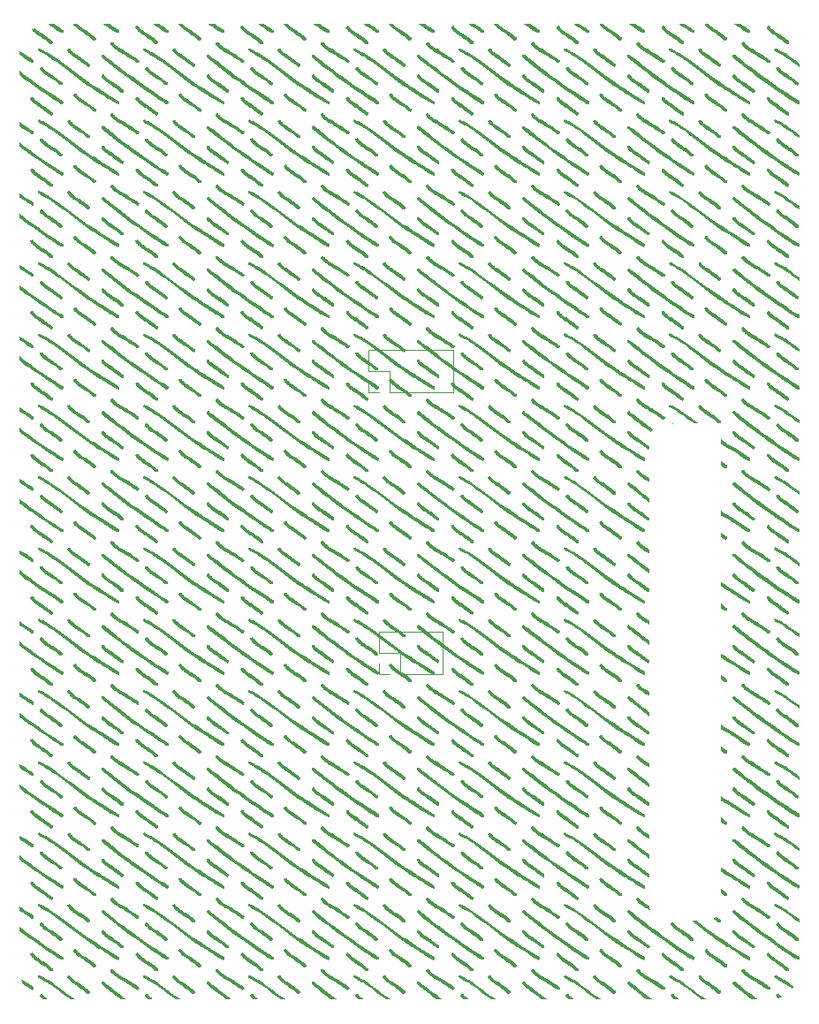
<source format=gbr>
%TF.GenerationSoftware,KiCad,Pcbnew,7.0.5-0*%
%TF.CreationDate,2023-07-22T21:58:15-05:00*%
%TF.ProjectId,biometrics,62696f6d-6574-4726-9963-732e6b696361,rev?*%
%TF.SameCoordinates,Original*%
%TF.FileFunction,Legend,Bot*%
%TF.FilePolarity,Positive*%
%FSLAX46Y46*%
G04 Gerber Fmt 4.6, Leading zero omitted, Abs format (unit mm)*
G04 Created by KiCad (PCBNEW 7.0.5-0) date 2023-07-22 21:58:15*
%MOMM*%
%LPD*%
G01*
G04 APERTURE LIST*
%ADD10C,0.000000*%
%ADD11C,0.120000*%
G04 APERTURE END LIST*
D10*
G36*
X92759900Y-42139873D02*
G01*
X92775929Y-42141300D01*
X92791864Y-42144203D01*
X92807602Y-42148642D01*
X92823037Y-42154678D01*
X92838065Y-42162369D01*
X92852582Y-42171774D01*
X92866483Y-42182955D01*
X92879663Y-42195969D01*
X92892017Y-42210878D01*
X92935544Y-42266714D01*
X92981644Y-42320229D01*
X93030100Y-42371582D01*
X93080696Y-42420931D01*
X93133214Y-42468435D01*
X93187438Y-42514253D01*
X93243150Y-42558544D01*
X93300133Y-42601467D01*
X93358170Y-42643181D01*
X93417045Y-42683845D01*
X93536439Y-42762656D01*
X93775723Y-42914667D01*
X93892636Y-42992806D01*
X94007565Y-43073954D01*
X94121005Y-43157397D01*
X94233452Y-43242421D01*
X94457353Y-43414359D01*
X94569800Y-43499847D01*
X94683239Y-43584062D01*
X94698148Y-43596176D01*
X94711163Y-43609131D01*
X94722344Y-43622822D01*
X94731750Y-43637145D01*
X94739442Y-43651995D01*
X94745477Y-43667268D01*
X94749917Y-43682858D01*
X94752820Y-43698662D01*
X94754247Y-43714573D01*
X94754257Y-43730489D01*
X94752909Y-43746304D01*
X94750263Y-43761914D01*
X94746379Y-43777213D01*
X94741316Y-43792098D01*
X94735134Y-43806463D01*
X94727892Y-43820204D01*
X94719650Y-43833217D01*
X94710468Y-43845396D01*
X94700406Y-43856638D01*
X94689522Y-43866836D01*
X94677876Y-43875888D01*
X94665528Y-43883688D01*
X94652538Y-43890131D01*
X94638965Y-43895113D01*
X94624869Y-43898530D01*
X94610310Y-43900276D01*
X94595346Y-43900247D01*
X94580038Y-43898338D01*
X94564445Y-43894445D01*
X94548626Y-43888463D01*
X94532642Y-43880287D01*
X94516552Y-43869813D01*
X93968865Y-43465659D01*
X93831633Y-43365396D01*
X93693532Y-43266311D01*
X93554190Y-43168838D01*
X93413235Y-43073411D01*
X93300967Y-42998585D01*
X93190777Y-42922271D01*
X93083255Y-42843475D01*
X93030677Y-42802837D01*
X92978988Y-42761207D01*
X92928259Y-42718460D01*
X92878566Y-42674473D01*
X92829981Y-42629122D01*
X92782578Y-42582282D01*
X92736430Y-42533829D01*
X92691612Y-42483640D01*
X92648197Y-42431591D01*
X92606259Y-42377557D01*
X92595545Y-42361468D01*
X92587145Y-42345484D01*
X92580954Y-42329667D01*
X92576868Y-42314074D01*
X92574781Y-42298767D01*
X92574590Y-42283804D01*
X92576189Y-42269245D01*
X92579474Y-42255149D01*
X92584340Y-42241577D01*
X92590683Y-42228588D01*
X92598398Y-42216241D01*
X92607380Y-42204595D01*
X92617525Y-42193712D01*
X92628727Y-42183650D01*
X92640884Y-42174468D01*
X92653889Y-42166227D01*
X92667638Y-42158985D01*
X92682027Y-42152804D01*
X92696950Y-42147741D01*
X92712304Y-42143857D01*
X92727983Y-42141211D01*
X92743884Y-42139863D01*
X92759900Y-42139873D01*
G37*
G36*
X129534337Y-67299103D02*
G01*
X129550365Y-67300530D01*
X129566299Y-67303433D01*
X129582037Y-67307873D01*
X129597471Y-67313908D01*
X129612499Y-67321600D01*
X129627015Y-67331006D01*
X129640915Y-67342187D01*
X129654094Y-67355202D01*
X129666447Y-67370111D01*
X129709974Y-67425947D01*
X129756075Y-67479465D01*
X129804533Y-67530829D01*
X129855129Y-67580201D01*
X129907648Y-67627744D01*
X129961872Y-67673621D01*
X130017585Y-67717994D01*
X130074568Y-67761026D01*
X130132605Y-67802880D01*
X130191480Y-67843719D01*
X130310872Y-67923002D01*
X130550152Y-68076547D01*
X130579799Y-68095521D01*
X130609229Y-68114744D01*
X130667563Y-68153938D01*
X130725401Y-68194124D01*
X130782993Y-68235299D01*
X130867977Y-68297499D01*
X130952405Y-68360847D01*
X131120332Y-68489622D01*
X131288260Y-68618894D01*
X131372690Y-68682864D01*
X131457676Y-68745935D01*
X131466530Y-68752784D01*
X131474744Y-68759924D01*
X131482329Y-68767336D01*
X131489296Y-68774999D01*
X131495657Y-68782895D01*
X131501422Y-68791004D01*
X131506603Y-68799307D01*
X131511211Y-68807784D01*
X131515257Y-68816417D01*
X131518752Y-68825185D01*
X131521708Y-68834069D01*
X131524135Y-68843050D01*
X131526044Y-68852109D01*
X131527448Y-68861226D01*
X131528356Y-68870381D01*
X131528780Y-68879556D01*
X131528732Y-68888731D01*
X131528221Y-68897887D01*
X131527260Y-68907003D01*
X131525860Y-68916062D01*
X131524032Y-68925043D01*
X131521786Y-68933927D01*
X131519135Y-68942695D01*
X131516088Y-68951328D01*
X131512658Y-68959805D01*
X131508855Y-68968108D01*
X131504691Y-68976217D01*
X131500177Y-68984113D01*
X131495324Y-68991776D01*
X131490142Y-68999188D01*
X131484644Y-69006328D01*
X131478840Y-69013177D01*
X131477877Y-69014196D01*
X131476968Y-69015266D01*
X131476106Y-69016375D01*
X131475283Y-69017511D01*
X131473721Y-69019818D01*
X131472222Y-69022096D01*
X131471477Y-69023195D01*
X131470724Y-69024251D01*
X131469955Y-69025253D01*
X131469164Y-69026189D01*
X131468341Y-69027048D01*
X131467480Y-69027819D01*
X131467032Y-69028167D01*
X131466572Y-69028489D01*
X131466099Y-69028782D01*
X131465611Y-69029046D01*
X131456963Y-69036140D01*
X131447905Y-69042509D01*
X131443229Y-69045408D01*
X131438459Y-69048110D01*
X131433599Y-69050610D01*
X131428650Y-69052902D01*
X131423615Y-69054980D01*
X131418499Y-69056841D01*
X131413303Y-69058477D01*
X131408030Y-69059884D01*
X131402684Y-69061057D01*
X131397268Y-69061990D01*
X131391783Y-69062678D01*
X131386233Y-69063115D01*
X131380622Y-69063297D01*
X131374951Y-69063218D01*
X131369225Y-69062872D01*
X131363445Y-69062254D01*
X131357614Y-69061359D01*
X131351737Y-69060182D01*
X131345814Y-69058717D01*
X131339850Y-69056959D01*
X131333848Y-69054902D01*
X131327809Y-69052542D01*
X131321738Y-69049872D01*
X131315637Y-69046888D01*
X131309508Y-69043584D01*
X131303355Y-69039956D01*
X131297181Y-69035996D01*
X131290989Y-69031701D01*
X131264523Y-69013177D01*
X131133969Y-68917466D01*
X131003910Y-68821016D01*
X130743298Y-68626886D01*
X130605884Y-68526213D01*
X130467477Y-68426784D01*
X130328076Y-68328845D01*
X130187679Y-68232644D01*
X130075411Y-68157816D01*
X129965221Y-68081501D01*
X129857697Y-68002706D01*
X129805120Y-67962068D01*
X129753430Y-67920438D01*
X129702701Y-67877692D01*
X129653007Y-67833706D01*
X129604422Y-67788356D01*
X129557019Y-67741517D01*
X129510872Y-67693066D01*
X129466055Y-67642878D01*
X129422640Y-67590830D01*
X129380703Y-67536798D01*
X129369988Y-67520708D01*
X129361587Y-67504724D01*
X129355395Y-67488905D01*
X129351308Y-67473312D01*
X129349220Y-67458004D01*
X129349028Y-67443040D01*
X129350627Y-67428481D01*
X129353912Y-67414384D01*
X129358777Y-67400812D01*
X129365120Y-67387822D01*
X129372835Y-67375474D01*
X129381817Y-67363828D01*
X129391962Y-67352944D01*
X129403164Y-67342882D01*
X129415321Y-67333700D01*
X129428326Y-67325458D01*
X129442075Y-67318216D01*
X129456464Y-67312034D01*
X129471387Y-67306971D01*
X129486741Y-67303087D01*
X129502420Y-67300441D01*
X129518320Y-67299093D01*
X129534337Y-67299103D01*
G37*
G36*
X126255449Y-76882139D02*
G01*
X126269729Y-76883582D01*
X126284032Y-76886326D01*
X126298300Y-76890426D01*
X126312476Y-76895942D01*
X126326500Y-76902929D01*
X126340315Y-76911446D01*
X126353863Y-76921548D01*
X126716918Y-77216679D01*
X127083448Y-77510570D01*
X127452954Y-77802976D01*
X127824940Y-78093652D01*
X128199452Y-78381883D01*
X128576692Y-78667137D01*
X128956410Y-78949412D01*
X129338360Y-79228708D01*
X130109081Y-79778046D01*
X130497776Y-80047630D01*
X130888487Y-80313495D01*
X131281058Y-80575392D01*
X131675334Y-80833074D01*
X132071160Y-81086293D01*
X132468380Y-81334802D01*
X132473220Y-81337810D01*
X132477824Y-81340872D01*
X132482202Y-81343981D01*
X132486367Y-81347128D01*
X132490331Y-81350305D01*
X132494104Y-81353506D01*
X132497699Y-81356723D01*
X132501127Y-81359947D01*
X132504401Y-81363170D01*
X132507531Y-81366386D01*
X132513407Y-81372763D01*
X132518850Y-81379015D01*
X132523953Y-81385080D01*
X132528231Y-81392086D01*
X132532132Y-81399205D01*
X132535655Y-81406424D01*
X132538793Y-81413732D01*
X132541544Y-81421118D01*
X132543903Y-81428569D01*
X132545867Y-81436074D01*
X132547432Y-81443622D01*
X132548594Y-81451201D01*
X132549349Y-81458799D01*
X132549693Y-81466405D01*
X132549622Y-81474007D01*
X132549133Y-81481593D01*
X132548222Y-81489153D01*
X132546884Y-81496674D01*
X132545117Y-81504144D01*
X132543037Y-81511585D01*
X132540764Y-81519006D01*
X132538290Y-81526387D01*
X132535606Y-81533710D01*
X132532706Y-81540955D01*
X132529581Y-81548103D01*
X132526224Y-81555135D01*
X132522626Y-81562030D01*
X132518780Y-81568771D01*
X132514679Y-81575337D01*
X132510313Y-81581710D01*
X132505676Y-81587870D01*
X132500760Y-81593797D01*
X132495557Y-81599474D01*
X132490058Y-81604879D01*
X132484257Y-81609994D01*
X132475579Y-81617119D01*
X132466432Y-81623580D01*
X132456844Y-81629336D01*
X132446841Y-81634344D01*
X132441692Y-81636555D01*
X132436450Y-81638562D01*
X132431118Y-81640361D01*
X132425699Y-81641946D01*
X132420197Y-81643312D01*
X132414615Y-81644454D01*
X132408957Y-81645366D01*
X132403225Y-81646043D01*
X132397424Y-81646480D01*
X132391556Y-81646671D01*
X132385625Y-81646611D01*
X132379635Y-81646295D01*
X132373588Y-81645718D01*
X132367489Y-81644873D01*
X132361341Y-81643756D01*
X132355146Y-81642361D01*
X132348909Y-81640683D01*
X132342632Y-81638717D01*
X132336320Y-81636458D01*
X132329976Y-81633899D01*
X132323602Y-81631036D01*
X132317203Y-81627864D01*
X132310781Y-81624376D01*
X132304340Y-81620569D01*
X131953856Y-81401450D01*
X131604892Y-81178795D01*
X130911644Y-80723625D01*
X130224845Y-80256549D01*
X129544743Y-79779062D01*
X128863604Y-79286066D01*
X128189414Y-78783893D01*
X127522169Y-78273289D01*
X126861866Y-77754999D01*
X126490456Y-77457008D01*
X126121037Y-77157037D01*
X126117160Y-77154028D01*
X126113461Y-77150957D01*
X126109933Y-77147824D01*
X126106568Y-77144629D01*
X126103357Y-77141372D01*
X126100293Y-77138054D01*
X126097369Y-77134673D01*
X126094577Y-77131231D01*
X126091909Y-77127727D01*
X126089357Y-77124160D01*
X126086913Y-77120532D01*
X126084570Y-77116843D01*
X126082321Y-77113091D01*
X126080157Y-77109277D01*
X126078070Y-77105402D01*
X126076054Y-77101465D01*
X126070858Y-77088979D01*
X126067140Y-77076364D01*
X126064839Y-77063677D01*
X126063899Y-77050976D01*
X126064262Y-77038317D01*
X126065868Y-77025759D01*
X126068661Y-77013357D01*
X126072581Y-77001169D01*
X126077571Y-76989253D01*
X126083572Y-76977665D01*
X126090527Y-76966463D01*
X126098377Y-76955703D01*
X126107064Y-76945444D01*
X126116531Y-76935741D01*
X126126718Y-76926654D01*
X126137568Y-76918237D01*
X126149022Y-76910549D01*
X126161023Y-76903647D01*
X126173513Y-76897588D01*
X126186432Y-76892430D01*
X126199724Y-76888228D01*
X126213329Y-76885041D01*
X126227191Y-76882926D01*
X126241250Y-76881940D01*
X126255449Y-76882139D01*
G37*
G36*
X96008986Y-71950470D02*
G01*
X96025013Y-71951897D01*
X96040948Y-71954800D01*
X96056685Y-71959240D01*
X96072119Y-71965276D01*
X96087147Y-71972967D01*
X96101663Y-71982373D01*
X96115563Y-71993554D01*
X96128741Y-72006569D01*
X96141094Y-72021478D01*
X96184622Y-72077316D01*
X96230723Y-72130832D01*
X96279180Y-72182186D01*
X96329777Y-72231535D01*
X96382296Y-72279040D01*
X96436520Y-72324858D01*
X96492233Y-72369150D01*
X96549216Y-72412073D01*
X96607254Y-72453786D01*
X96666129Y-72494449D01*
X96785523Y-72573258D01*
X97024807Y-72725259D01*
X97141719Y-72803401D01*
X97256646Y-72884549D01*
X97370086Y-72967991D01*
X97482534Y-73053014D01*
X97706437Y-73224953D01*
X97818884Y-73310442D01*
X97932324Y-73394662D01*
X97947465Y-73406775D01*
X97960683Y-73419729D01*
X97972038Y-73433419D01*
X97981592Y-73447741D01*
X97989406Y-73462590D01*
X97995541Y-73477862D01*
X98000058Y-73493452D01*
X98003017Y-73509254D01*
X98004481Y-73525166D01*
X98004509Y-73541081D01*
X98003164Y-73556896D01*
X98000505Y-73572505D01*
X97996595Y-73587804D01*
X97991494Y-73602689D01*
X97985263Y-73617054D01*
X97977964Y-73630796D01*
X97969656Y-73643809D01*
X97960402Y-73655988D01*
X97950263Y-73667230D01*
X97939299Y-73677429D01*
X97927571Y-73686481D01*
X97915141Y-73694282D01*
X97902070Y-73700726D01*
X97888418Y-73705708D01*
X97874247Y-73709125D01*
X97859618Y-73710872D01*
X97844591Y-73710844D01*
X97829228Y-73708936D01*
X97813590Y-73705043D01*
X97797738Y-73699062D01*
X97781734Y-73690887D01*
X97765637Y-73680414D01*
X97217946Y-73276264D01*
X97080714Y-73176002D01*
X96942614Y-73076919D01*
X96803273Y-72979449D01*
X96662319Y-72884027D01*
X96549947Y-72809198D01*
X96439496Y-72732881D01*
X96331648Y-72654083D01*
X96278914Y-72613444D01*
X96227086Y-72571813D01*
X96176251Y-72529066D01*
X96126493Y-72485078D01*
X96077898Y-72439726D01*
X96030551Y-72392887D01*
X95984537Y-72344434D01*
X95939942Y-72294246D01*
X95896852Y-72242198D01*
X95855351Y-72188165D01*
X95844636Y-72172075D01*
X95836236Y-72156091D01*
X95830044Y-72140273D01*
X95825957Y-72124679D01*
X95823870Y-72109371D01*
X95823679Y-72094407D01*
X95825278Y-72079848D01*
X95828562Y-72065752D01*
X95833428Y-72052179D01*
X95839771Y-72039189D01*
X95847486Y-72026841D01*
X95856468Y-72015196D01*
X95866612Y-72004312D01*
X95877815Y-71994249D01*
X95889971Y-71985067D01*
X95902976Y-71976825D01*
X95916725Y-71969583D01*
X95931114Y-71963401D01*
X95946037Y-71958338D01*
X95961390Y-71954454D01*
X95977070Y-71951808D01*
X95992969Y-71950460D01*
X96008986Y-71950470D01*
G37*
G36*
X120119340Y-48942950D02*
G01*
X120151209Y-48952421D01*
X120193240Y-48969273D01*
X120243941Y-48992480D01*
X120365385Y-49053871D01*
X120503603Y-49128408D01*
X120782614Y-49284180D01*
X120899533Y-49349043D01*
X120985478Y-49394311D01*
X120998707Y-49396959D01*
X121014576Y-49407548D01*
X121017223Y-49407548D01*
X121022434Y-49409500D01*
X121027151Y-49411382D01*
X121031381Y-49413187D01*
X121035126Y-49414907D01*
X121038391Y-49416534D01*
X121041179Y-49418060D01*
X121043494Y-49419477D01*
X121045340Y-49420779D01*
X121046721Y-49421956D01*
X121047640Y-49423001D01*
X121047929Y-49423472D01*
X121048103Y-49423907D01*
X121048164Y-49424306D01*
X121048112Y-49424666D01*
X121047947Y-49424988D01*
X121047671Y-49425270D01*
X121047283Y-49425511D01*
X121046785Y-49425711D01*
X121045456Y-49425981D01*
X121043690Y-49426072D01*
X121291902Y-49594245D01*
X121537137Y-49765396D01*
X121780389Y-49939525D01*
X122022648Y-50116632D01*
X122706760Y-50624217D01*
X123393850Y-51127337D01*
X124083916Y-51626487D01*
X124776959Y-52122163D01*
X125123584Y-52362393D01*
X125474303Y-52595893D01*
X125828245Y-52824122D01*
X126184545Y-53048538D01*
X127615940Y-53937204D01*
X127647523Y-53958327D01*
X127675877Y-53978067D01*
X127701123Y-53996466D01*
X127723381Y-54013566D01*
X127742771Y-54029410D01*
X127759414Y-54044041D01*
X127773429Y-54057502D01*
X127784936Y-54069834D01*
X127794056Y-54081081D01*
X127800909Y-54091286D01*
X127805614Y-54100490D01*
X127808292Y-54108737D01*
X127808909Y-54112515D01*
X127809063Y-54116070D01*
X127808771Y-54119406D01*
X127808048Y-54122530D01*
X127806907Y-54125446D01*
X127805365Y-54128161D01*
X127801136Y-54133005D01*
X127803927Y-54140534D01*
X127806343Y-54148223D01*
X127808384Y-54156045D01*
X127810046Y-54163972D01*
X127811329Y-54171980D01*
X127812230Y-54180040D01*
X127812747Y-54188126D01*
X127812879Y-54196212D01*
X127812623Y-54204271D01*
X127811977Y-54212276D01*
X127810940Y-54220201D01*
X127809510Y-54228019D01*
X127807684Y-54235703D01*
X127805461Y-54243226D01*
X127802839Y-54250563D01*
X127799815Y-54257686D01*
X127796389Y-54264569D01*
X127792557Y-54271185D01*
X127788319Y-54277507D01*
X127783672Y-54283509D01*
X127778614Y-54289164D01*
X127773143Y-54294446D01*
X127767258Y-54299327D01*
X127760956Y-54303782D01*
X127754235Y-54307783D01*
X127747094Y-54311304D01*
X127739530Y-54314318D01*
X127731542Y-54316799D01*
X127723128Y-54318720D01*
X127714286Y-54320054D01*
X127705013Y-54320775D01*
X127695309Y-54320856D01*
X127533917Y-54259996D01*
X127367633Y-54167897D01*
X127215673Y-54079830D01*
X127080455Y-53998335D01*
X126964399Y-53925957D01*
X126799446Y-53818718D01*
X126740162Y-53778451D01*
X126471223Y-53593098D01*
X126259986Y-53454006D01*
X126091971Y-53349641D01*
X125952699Y-53268467D01*
X125702461Y-53129562D01*
X125562537Y-53048761D01*
X125393437Y-52945016D01*
X125059228Y-52725780D01*
X124728826Y-52496838D01*
X124076556Y-52016661D01*
X122785969Y-51014883D01*
X122136118Y-50520567D01*
X121807529Y-50281021D01*
X121475538Y-50048824D01*
X121139423Y-49825680D01*
X120798463Y-49613295D01*
X120451937Y-49413375D01*
X120099125Y-49227624D01*
X120088333Y-49221766D01*
X120078282Y-49215142D01*
X120068965Y-49207810D01*
X120060380Y-49199826D01*
X120052522Y-49191248D01*
X120045386Y-49182132D01*
X120038968Y-49172533D01*
X120033264Y-49162511D01*
X120028269Y-49152119D01*
X120023979Y-49141417D01*
X120020390Y-49130460D01*
X120017497Y-49119304D01*
X120015295Y-49108007D01*
X120013782Y-49096626D01*
X120012951Y-49085216D01*
X120012799Y-49073835D01*
X120013322Y-49062539D01*
X120014515Y-49051385D01*
X120016373Y-49040430D01*
X120018893Y-49029730D01*
X120022069Y-49019342D01*
X120025899Y-49009323D01*
X120030376Y-48999730D01*
X120035498Y-48990618D01*
X120041259Y-48982045D01*
X120047655Y-48974067D01*
X120054682Y-48966742D01*
X120062335Y-48960125D01*
X120070610Y-48954274D01*
X120079503Y-48949245D01*
X120089010Y-48945095D01*
X120099125Y-48941881D01*
X120107682Y-48941301D01*
X120119340Y-48942950D01*
G37*
G36*
X102839032Y-89971247D02*
G01*
X102855022Y-89972673D01*
X102870901Y-89975575D01*
X102886561Y-89980014D01*
X102901896Y-89986049D01*
X102916800Y-89993739D01*
X102931168Y-90003144D01*
X102944893Y-90014324D01*
X102957869Y-90027338D01*
X102969990Y-90042245D01*
X103013518Y-90098083D01*
X103059619Y-90151599D01*
X103108076Y-90202953D01*
X103158673Y-90252303D01*
X103211192Y-90299807D01*
X103265416Y-90345626D01*
X103321128Y-90389917D01*
X103378112Y-90432840D01*
X103436150Y-90474553D01*
X103495025Y-90515216D01*
X103614419Y-90594025D01*
X103853703Y-90746026D01*
X103970614Y-90824168D01*
X104085542Y-90905316D01*
X104198981Y-90988758D01*
X104311429Y-91073781D01*
X104535332Y-91245720D01*
X104647780Y-91331210D01*
X104761219Y-91415429D01*
X104776360Y-91427542D01*
X104789577Y-91440496D01*
X104800932Y-91454186D01*
X104810486Y-91468508D01*
X104818299Y-91483357D01*
X104824434Y-91498629D01*
X104828950Y-91514219D01*
X104831910Y-91530022D01*
X104833373Y-91545933D01*
X104833402Y-91561848D01*
X104832056Y-91577663D01*
X104829398Y-91593272D01*
X104825487Y-91608572D01*
X104820386Y-91623456D01*
X104814156Y-91637822D01*
X104806856Y-91651563D01*
X104798549Y-91664576D01*
X104789295Y-91676756D01*
X104779156Y-91687997D01*
X104768192Y-91698197D01*
X104756465Y-91707249D01*
X104744035Y-91715049D01*
X104730964Y-91721493D01*
X104717312Y-91726476D01*
X104703142Y-91729893D01*
X104688512Y-91731639D01*
X104673486Y-91731611D01*
X104658124Y-91729703D01*
X104642486Y-91725810D01*
X104626634Y-91719829D01*
X104610629Y-91711654D01*
X104594532Y-91701181D01*
X104046842Y-91297029D01*
X103909610Y-91196765D01*
X103771509Y-91097680D01*
X103632168Y-91000206D01*
X103491215Y-90904779D01*
X103378947Y-90829955D01*
X103268756Y-90753642D01*
X103161233Y-90674847D01*
X103108655Y-90634209D01*
X103056965Y-90592578D01*
X103006236Y-90549832D01*
X102956543Y-90505845D01*
X102907957Y-90460493D01*
X102860555Y-90413654D01*
X102814408Y-90365202D01*
X102769590Y-90315013D01*
X102726176Y-90262965D01*
X102684239Y-90208932D01*
X102673532Y-90192844D01*
X102665154Y-90176861D01*
X102658997Y-90161044D01*
X102654956Y-90145452D01*
X102652925Y-90130145D01*
X102652796Y-90115182D01*
X102654466Y-90100623D01*
X102657826Y-90086527D01*
X102662771Y-90072955D01*
X102669196Y-90059966D01*
X102676993Y-90047619D01*
X102686057Y-90035974D01*
X102696282Y-90025090D01*
X102707562Y-90015027D01*
X102719790Y-90005845D01*
X102732861Y-89997604D01*
X102746668Y-89990362D01*
X102761105Y-89984180D01*
X102776066Y-89979117D01*
X102791446Y-89975232D01*
X102807137Y-89972586D01*
X102823034Y-89971238D01*
X102839032Y-89971247D01*
G37*
G36*
X150358560Y-55777140D02*
G01*
X150390429Y-55786612D01*
X150432460Y-55803464D01*
X150483162Y-55826671D01*
X150604607Y-55888063D01*
X150742826Y-55962601D01*
X151021837Y-56118373D01*
X151138755Y-56183236D01*
X151224697Y-56228502D01*
X151237927Y-56231157D01*
X151253803Y-56241739D01*
X151256451Y-56241739D01*
X151261659Y-56243691D01*
X151266376Y-56245573D01*
X151270605Y-56247378D01*
X151274349Y-56249097D01*
X151277613Y-56250724D01*
X151280400Y-56252250D01*
X151282715Y-56253668D01*
X151284560Y-56254969D01*
X151285941Y-56256146D01*
X151286861Y-56257192D01*
X151287149Y-56257663D01*
X151287323Y-56258098D01*
X151287384Y-56258496D01*
X151287332Y-56258857D01*
X151287167Y-56259178D01*
X151286891Y-56259460D01*
X151286503Y-56259701D01*
X151286004Y-56259901D01*
X151284676Y-56260171D01*
X151282910Y-56260263D01*
X151531121Y-56428435D01*
X151776357Y-56599586D01*
X152019608Y-56773715D01*
X152261868Y-56950822D01*
X152945984Y-57458408D01*
X153633076Y-57961528D01*
X154323143Y-58460681D01*
X155016186Y-58956361D01*
X155362809Y-59196588D01*
X155713525Y-59430087D01*
X156067467Y-59658315D01*
X156423765Y-59882729D01*
X157855160Y-60771394D01*
X157886279Y-60791586D01*
X157914227Y-60810515D01*
X157939121Y-60828218D01*
X157961077Y-60844735D01*
X157980212Y-60860105D01*
X157996641Y-60874367D01*
X158010481Y-60887559D01*
X158021848Y-60899720D01*
X158030859Y-60910888D01*
X158037630Y-60921104D01*
X158042277Y-60930404D01*
X158044916Y-60938829D01*
X158045519Y-60942726D01*
X158045664Y-60946417D01*
X158045365Y-60949910D01*
X158044637Y-60953207D01*
X158043494Y-60956315D01*
X158041952Y-60959238D01*
X158037724Y-60964548D01*
X158040514Y-60972077D01*
X158042930Y-60979766D01*
X158044970Y-60987587D01*
X158046633Y-60995515D01*
X158047915Y-61003523D01*
X158048816Y-61011583D01*
X158049333Y-61019669D01*
X158049464Y-61027755D01*
X158049208Y-61035814D01*
X158048563Y-61043819D01*
X158047526Y-61051744D01*
X158046095Y-61059562D01*
X158044269Y-61067246D01*
X158042046Y-61074769D01*
X158039424Y-61082106D01*
X158036401Y-61089229D01*
X158032975Y-61096112D01*
X158029143Y-61102728D01*
X158024905Y-61109050D01*
X158020258Y-61115052D01*
X158015199Y-61120707D01*
X158009729Y-61125989D01*
X158003843Y-61130870D01*
X157997541Y-61135325D01*
X157990820Y-61139326D01*
X157983679Y-61142847D01*
X157976115Y-61145861D01*
X157968127Y-61148342D01*
X157959713Y-61150263D01*
X157950870Y-61151597D01*
X157941597Y-61152318D01*
X157931893Y-61152398D01*
X157770496Y-61091539D01*
X157604212Y-60999440D01*
X157452252Y-60911373D01*
X157317035Y-60829878D01*
X157200980Y-60757500D01*
X157036029Y-60650261D01*
X156976746Y-60609994D01*
X156708677Y-60425626D01*
X156498094Y-60287455D01*
X156330548Y-60183886D01*
X156191589Y-60103322D01*
X155941640Y-59964829D01*
X155801752Y-59883707D01*
X155632656Y-59779207D01*
X155298449Y-59559970D01*
X154968048Y-59331028D01*
X154315779Y-58850852D01*
X153025191Y-57849074D01*
X152375339Y-57354758D01*
X152046751Y-57115212D01*
X151714759Y-56883014D01*
X151378643Y-56659870D01*
X151037683Y-56447486D01*
X150691157Y-56247565D01*
X150338345Y-56061815D01*
X150327554Y-56055957D01*
X150317503Y-56049333D01*
X150308187Y-56042002D01*
X150299602Y-56034019D01*
X150291744Y-56025441D01*
X150284609Y-56016325D01*
X150278191Y-56006727D01*
X150272487Y-55996704D01*
X150267492Y-55986313D01*
X150263202Y-55975611D01*
X150259613Y-55964653D01*
X150256720Y-55953498D01*
X150254518Y-55942201D01*
X150253005Y-55930819D01*
X150252174Y-55919409D01*
X150252022Y-55908028D01*
X150252544Y-55896732D01*
X150253737Y-55885578D01*
X150255595Y-55874623D01*
X150258114Y-55863923D01*
X150261291Y-55853535D01*
X150265120Y-55843515D01*
X150269597Y-55833921D01*
X150274718Y-55824809D01*
X150280479Y-55816236D01*
X150286875Y-55808258D01*
X150293902Y-55800933D01*
X150301555Y-55794316D01*
X150309830Y-55788465D01*
X150318723Y-55783436D01*
X150328229Y-55779286D01*
X150338345Y-55776071D01*
X150346902Y-55775491D01*
X150358560Y-55777140D01*
G37*
G36*
X99960740Y-96776957D02*
G01*
X99992609Y-96786429D01*
X100034641Y-96803281D01*
X100085343Y-96826488D01*
X100206788Y-96887880D01*
X100345007Y-96962419D01*
X100624021Y-97118194D01*
X100740940Y-97183058D01*
X100826885Y-97228326D01*
X100840107Y-97230981D01*
X100855984Y-97241556D01*
X100858631Y-97241556D01*
X100863840Y-97243506D01*
X100868557Y-97245388D01*
X100872786Y-97247192D01*
X100876531Y-97248911D01*
X100879795Y-97250538D01*
X100882583Y-97252064D01*
X100884898Y-97253481D01*
X100886744Y-97254783D01*
X100888125Y-97255961D01*
X100889044Y-97257007D01*
X100889332Y-97257478D01*
X100889507Y-97257913D01*
X100889567Y-97258312D01*
X100889515Y-97258672D01*
X100889351Y-97258994D01*
X100889074Y-97259276D01*
X100888686Y-97259518D01*
X100888187Y-97259718D01*
X100886858Y-97259988D01*
X100885090Y-97260080D01*
X101133306Y-97428260D01*
X101378544Y-97599412D01*
X101621796Y-97773540D01*
X101864056Y-97950647D01*
X102548200Y-98459761D01*
X103235575Y-98963670D01*
X103926426Y-99463117D01*
X104620999Y-99958841D01*
X104967624Y-100199070D01*
X105318342Y-100432570D01*
X105672285Y-100660798D01*
X106028585Y-100885211D01*
X107459980Y-101773874D01*
X107491099Y-101794063D01*
X107519048Y-101812990D01*
X107543942Y-101830692D01*
X107565898Y-101847208D01*
X107585033Y-101862578D01*
X107601462Y-101876839D01*
X107615303Y-101890031D01*
X107626670Y-101902192D01*
X107635681Y-101913362D01*
X107642452Y-101923577D01*
X107647099Y-101932878D01*
X107649738Y-101941304D01*
X107650341Y-101945200D01*
X107650486Y-101948892D01*
X107650187Y-101952384D01*
X107649458Y-101955681D01*
X107648316Y-101958789D01*
X107646772Y-101961711D01*
X107642544Y-101967019D01*
X107645334Y-101974548D01*
X107647750Y-101982236D01*
X107649790Y-101990057D01*
X107651452Y-101997985D01*
X107652734Y-102005992D01*
X107653635Y-102014051D01*
X107654152Y-102022137D01*
X107654283Y-102030223D01*
X107654027Y-102038281D01*
X107653381Y-102046286D01*
X107652344Y-102054211D01*
X107650914Y-102062028D01*
X107649088Y-102069712D01*
X107646865Y-102077236D01*
X107644243Y-102084572D01*
X107641219Y-102091695D01*
X107637793Y-102098578D01*
X107633961Y-102105194D01*
X107629723Y-102111516D01*
X107625076Y-102117518D01*
X107620018Y-102123174D01*
X107614547Y-102128456D01*
X107608661Y-102133338D01*
X107602359Y-102137792D01*
X107595638Y-102141794D01*
X107588497Y-102145315D01*
X107580933Y-102148330D01*
X107572945Y-102150812D01*
X107564530Y-102152733D01*
X107555687Y-102154068D01*
X107546414Y-102154789D01*
X107536709Y-102154870D01*
X107375317Y-102094018D01*
X107209033Y-102001922D01*
X107057074Y-101913857D01*
X106921858Y-101832364D01*
X106805803Y-101759986D01*
X106640853Y-101652748D01*
X106581570Y-101612481D01*
X106312631Y-101427128D01*
X106101393Y-101288035D01*
X105933377Y-101183668D01*
X105794104Y-101102493D01*
X105543866Y-100963582D01*
X105403943Y-100882779D01*
X105234844Y-100779031D01*
X104900636Y-100559794D01*
X104570233Y-100330853D01*
X103917963Y-99850675D01*
X102627376Y-98848895D01*
X101977524Y-98354579D01*
X101648935Y-98115033D01*
X101316943Y-97882836D01*
X100980827Y-97659692D01*
X100639866Y-97447308D01*
X100293339Y-97247389D01*
X99940525Y-97061639D01*
X99929734Y-97055782D01*
X99919683Y-97049159D01*
X99910367Y-97041829D01*
X99901783Y-97033846D01*
X99893925Y-97025269D01*
X99886789Y-97016153D01*
X99880371Y-97006555D01*
X99874667Y-96996533D01*
X99869673Y-96986142D01*
X99865383Y-96975440D01*
X99861793Y-96964483D01*
X99858900Y-96953327D01*
X99856699Y-96942030D01*
X99855185Y-96930649D01*
X99854354Y-96919239D01*
X99854202Y-96907857D01*
X99854725Y-96896561D01*
X99855917Y-96885407D01*
X99857775Y-96874451D01*
X99860295Y-96863751D01*
X99863471Y-96853362D01*
X99867300Y-96843342D01*
X99871778Y-96833748D01*
X99876899Y-96824635D01*
X99882660Y-96816061D01*
X99889055Y-96808082D01*
X99896082Y-96800756D01*
X99903735Y-96794138D01*
X99912011Y-96788286D01*
X99920903Y-96783255D01*
X99930410Y-96779104D01*
X99940525Y-96775888D01*
X99949083Y-96775308D01*
X99960740Y-96776957D01*
G37*
G36*
X112918500Y-55808243D02*
G01*
X112934528Y-55809670D01*
X112950462Y-55812572D01*
X112966200Y-55817012D01*
X112981634Y-55823046D01*
X112996662Y-55830737D01*
X113011178Y-55840142D01*
X113025078Y-55851322D01*
X113038257Y-55864336D01*
X113050610Y-55879243D01*
X113094137Y-55935080D01*
X113140238Y-55988595D01*
X113188696Y-56039948D01*
X113239292Y-56089296D01*
X113291811Y-56136801D01*
X113346035Y-56182619D01*
X113401747Y-56226911D01*
X113458731Y-56269834D01*
X113516768Y-56311548D01*
X113575643Y-56352212D01*
X113695035Y-56431025D01*
X113934315Y-56583040D01*
X114051231Y-56660419D01*
X114166163Y-56741210D01*
X114279605Y-56824607D01*
X114392055Y-56909802D01*
X114615960Y-57082363D01*
X114728407Y-57168116D01*
X114841847Y-57252443D01*
X114856987Y-57264556D01*
X114870204Y-57277510D01*
X114881559Y-57291201D01*
X114891113Y-57305524D01*
X114898927Y-57320373D01*
X114905061Y-57335645D01*
X114909578Y-57351235D01*
X114912537Y-57367038D01*
X114914001Y-57382949D01*
X114914029Y-57398865D01*
X114912684Y-57414679D01*
X114910025Y-57430288D01*
X114906115Y-57445588D01*
X114901014Y-57460472D01*
X114894783Y-57474837D01*
X114887484Y-57488578D01*
X114879177Y-57501591D01*
X114869923Y-57513770D01*
X114859784Y-57525011D01*
X114848820Y-57535210D01*
X114837092Y-57544262D01*
X114824663Y-57552061D01*
X114811591Y-57558505D01*
X114797940Y-57563487D01*
X114783769Y-57566903D01*
X114769140Y-57568649D01*
X114754114Y-57568620D01*
X114738751Y-57566711D01*
X114723113Y-57562818D01*
X114707261Y-57556836D01*
X114691257Y-57548660D01*
X114675160Y-57538186D01*
X114127469Y-57134035D01*
X113990237Y-57033773D01*
X113852137Y-56934688D01*
X113712796Y-56837217D01*
X113571842Y-56741792D01*
X113459574Y-56666964D01*
X113349384Y-56590647D01*
X113241860Y-56511850D01*
X113189282Y-56471212D01*
X113137592Y-56429581D01*
X113086864Y-56386834D01*
X113037170Y-56342847D01*
X112988585Y-56297495D01*
X112941182Y-56250655D01*
X112895035Y-56202202D01*
X112850218Y-56152014D01*
X112806803Y-56099964D01*
X112764866Y-56045930D01*
X112754151Y-56029841D01*
X112745750Y-56013858D01*
X112739558Y-55998040D01*
X112735471Y-55982447D01*
X112733383Y-55967140D01*
X112733191Y-55952177D01*
X112734790Y-55937618D01*
X112738074Y-55923522D01*
X112742940Y-55909950D01*
X112749283Y-55896960D01*
X112756998Y-55884613D01*
X112765980Y-55872968D01*
X112776124Y-55862085D01*
X112787327Y-55852022D01*
X112799484Y-55842840D01*
X112812489Y-55834599D01*
X112826238Y-55827357D01*
X112840627Y-55821175D01*
X112855550Y-55816112D01*
X112870904Y-55812228D01*
X112886583Y-55809582D01*
X112902483Y-55808234D01*
X112918500Y-55808243D01*
G37*
G36*
X126250856Y-65118934D02*
G01*
X126266884Y-65120360D01*
X126282819Y-65123263D01*
X126298556Y-65127703D01*
X126313991Y-65133738D01*
X126329019Y-65141428D01*
X126343536Y-65150834D01*
X126357436Y-65162013D01*
X126370615Y-65175027D01*
X126382969Y-65189935D01*
X126426497Y-65245770D01*
X126472598Y-65299284D01*
X126521055Y-65350636D01*
X126571652Y-65399984D01*
X126624170Y-65447488D01*
X126678395Y-65493306D01*
X126734107Y-65537597D01*
X126791090Y-65580520D01*
X126849128Y-65622234D01*
X126908002Y-65662899D01*
X127027394Y-65741713D01*
X127266674Y-65893731D01*
X127383588Y-65971869D01*
X127498516Y-66053015D01*
X127611956Y-66136456D01*
X127724404Y-66221479D01*
X127948305Y-66393416D01*
X128060752Y-66478904D01*
X128174191Y-66563119D01*
X128189332Y-66575233D01*
X128202550Y-66588188D01*
X128213905Y-66601879D01*
X128223460Y-66616202D01*
X128231274Y-66631052D01*
X128237409Y-66646325D01*
X128241926Y-66661915D01*
X128244886Y-66677718D01*
X128246349Y-66693629D01*
X128246378Y-66709545D01*
X128245033Y-66725360D01*
X128242375Y-66740969D01*
X128238464Y-66756268D01*
X128233364Y-66771152D01*
X128227133Y-66785517D01*
X128219834Y-66799259D01*
X128211526Y-66812271D01*
X128202273Y-66824450D01*
X128192133Y-66835692D01*
X128181169Y-66845890D01*
X128169442Y-66854942D01*
X128157012Y-66862742D01*
X128143940Y-66869185D01*
X128130288Y-66874168D01*
X128116117Y-66877584D01*
X128101487Y-66879330D01*
X128086461Y-66879302D01*
X128071098Y-66877393D01*
X128055459Y-66873501D01*
X128039607Y-66867519D01*
X128023601Y-66859344D01*
X128007504Y-66848871D01*
X127459816Y-66444713D01*
X127322584Y-66344451D01*
X127184484Y-66245367D01*
X127045142Y-66147895D01*
X126904186Y-66052469D01*
X126791055Y-65977645D01*
X126680249Y-65901332D01*
X126572356Y-65822537D01*
X126519687Y-65781899D01*
X126467967Y-65740268D01*
X126417270Y-65697521D01*
X126367670Y-65653534D01*
X126319241Y-65608183D01*
X126272055Y-65561343D01*
X126226187Y-65512891D01*
X126181710Y-65462703D01*
X126138699Y-65410655D01*
X126097225Y-65356622D01*
X126086510Y-65340532D01*
X126078109Y-65324548D01*
X126071917Y-65308730D01*
X126067830Y-65293137D01*
X126065742Y-65277829D01*
X126065550Y-65262866D01*
X126067148Y-65248307D01*
X126070433Y-65234211D01*
X126075298Y-65220638D01*
X126081641Y-65207649D01*
X126089355Y-65195302D01*
X126098337Y-65183657D01*
X126108482Y-65172773D01*
X126119684Y-65162711D01*
X126131840Y-65153529D01*
X126144845Y-65145288D01*
X126158594Y-65138047D01*
X126172983Y-65131865D01*
X126187906Y-65126802D01*
X126203260Y-65122918D01*
X126218939Y-65120272D01*
X126234839Y-65118924D01*
X126250856Y-65118934D01*
G37*
G36*
X153239509Y-42139873D02*
G01*
X153255500Y-42141300D01*
X153271379Y-42144203D01*
X153287039Y-42148642D01*
X153302375Y-42154678D01*
X153317280Y-42162369D01*
X153331648Y-42171774D01*
X153345374Y-42182955D01*
X153358351Y-42195969D01*
X153370472Y-42210878D01*
X153414000Y-42266714D01*
X153460100Y-42320229D01*
X153508557Y-42371582D01*
X153559154Y-42420931D01*
X153611672Y-42468435D01*
X153665896Y-42514253D01*
X153721607Y-42558544D01*
X153778590Y-42601467D01*
X153836628Y-42643181D01*
X153895502Y-42683845D01*
X154014894Y-42762656D01*
X154254177Y-42914667D01*
X154371091Y-42992806D01*
X154486020Y-43073954D01*
X154599459Y-43157397D01*
X154711907Y-43242421D01*
X154935808Y-43414359D01*
X155048255Y-43499847D01*
X155161694Y-43584062D01*
X155176835Y-43596176D01*
X155190053Y-43609131D01*
X155201409Y-43622822D01*
X155210963Y-43637145D01*
X155218777Y-43651995D01*
X155224912Y-43667268D01*
X155229429Y-43682858D01*
X155232389Y-43698662D01*
X155233852Y-43714573D01*
X155233881Y-43730489D01*
X155232536Y-43746304D01*
X155229878Y-43761914D01*
X155225968Y-43777213D01*
X155220867Y-43792098D01*
X155214636Y-43806463D01*
X155207337Y-43820204D01*
X155199029Y-43833217D01*
X155189776Y-43845396D01*
X155179636Y-43856638D01*
X155168672Y-43866836D01*
X155156945Y-43875888D01*
X155144515Y-43883688D01*
X155131443Y-43890131D01*
X155117791Y-43895113D01*
X155103620Y-43898530D01*
X155088990Y-43900276D01*
X155073964Y-43900247D01*
X155058601Y-43898338D01*
X155042962Y-43894445D01*
X155027110Y-43888463D01*
X155011104Y-43880287D01*
X154995007Y-43869813D01*
X154447320Y-43465659D01*
X154310088Y-43365396D01*
X154171988Y-43266311D01*
X154032648Y-43168838D01*
X153891697Y-43073411D01*
X153779429Y-42998585D01*
X153669238Y-42922271D01*
X153561714Y-42843475D01*
X153509137Y-42802837D01*
X153457446Y-42761207D01*
X153406717Y-42718460D01*
X153357023Y-42674473D01*
X153308437Y-42629122D01*
X153261034Y-42582282D01*
X153214886Y-42533829D01*
X153170067Y-42483640D01*
X153126652Y-42431591D01*
X153084713Y-42377557D01*
X153074007Y-42361468D01*
X153065629Y-42345484D01*
X153059472Y-42329667D01*
X153055431Y-42314074D01*
X153053399Y-42298767D01*
X153053271Y-42283804D01*
X153054940Y-42269245D01*
X153058301Y-42255149D01*
X153063246Y-42241577D01*
X153069671Y-42228588D01*
X153077468Y-42216241D01*
X153086532Y-42204595D01*
X153096757Y-42193712D01*
X153108037Y-42183650D01*
X153120265Y-42174468D01*
X153133336Y-42166227D01*
X153147143Y-42158985D01*
X153161581Y-42152804D01*
X153176542Y-42147741D01*
X153191922Y-42143857D01*
X153207614Y-42141211D01*
X153223511Y-42139863D01*
X153239509Y-42139873D01*
G37*
G36*
X159773564Y-94633194D02*
G01*
X159789592Y-94634621D01*
X159805527Y-94637524D01*
X159821265Y-94641964D01*
X159836700Y-94648000D01*
X159851728Y-94655691D01*
X159866245Y-94665097D01*
X159880145Y-94676278D01*
X159893324Y-94689293D01*
X159905678Y-94704202D01*
X159949206Y-94760041D01*
X159995306Y-94813561D01*
X160043764Y-94864927D01*
X160094360Y-94914301D01*
X160146879Y-94961845D01*
X160201103Y-95007722D01*
X160256815Y-95052096D01*
X160313798Y-95095128D01*
X160371836Y-95136982D01*
X160430710Y-95177821D01*
X160550103Y-95257102D01*
X160789387Y-95410638D01*
X160819033Y-95429611D01*
X160848462Y-95448833D01*
X160906794Y-95488021D01*
X160964631Y-95528203D01*
X161022221Y-95569375D01*
X161107208Y-95631580D01*
X161191637Y-95694929D01*
X161359565Y-95823705D01*
X161527493Y-95952978D01*
X161611921Y-96016951D01*
X161696907Y-96080026D01*
X161705761Y-96086875D01*
X161713975Y-96094015D01*
X161721561Y-96101427D01*
X161728528Y-96109090D01*
X161734889Y-96116985D01*
X161740655Y-96125094D01*
X161745837Y-96133396D01*
X161750445Y-96141873D01*
X161754491Y-96150505D01*
X161757987Y-96159272D01*
X161760943Y-96168156D01*
X161763370Y-96177136D01*
X161765280Y-96186194D01*
X161766683Y-96195311D01*
X161767592Y-96204465D01*
X161768016Y-96213640D01*
X161767968Y-96222814D01*
X161767457Y-96231969D01*
X161766497Y-96241085D01*
X161765097Y-96250143D01*
X161763268Y-96259123D01*
X161761023Y-96268007D01*
X161758371Y-96276774D01*
X161755325Y-96285406D01*
X161751894Y-96293883D01*
X161748092Y-96302185D01*
X161743928Y-96310294D01*
X161739413Y-96318189D01*
X161734559Y-96325853D01*
X161729378Y-96333264D01*
X161723879Y-96340404D01*
X161718075Y-96347253D01*
X161717113Y-96348275D01*
X161716204Y-96349347D01*
X161715343Y-96350458D01*
X161714520Y-96351595D01*
X161712959Y-96353905D01*
X161711460Y-96356183D01*
X161710715Y-96357282D01*
X161709961Y-96358337D01*
X161709193Y-96359339D01*
X161708401Y-96360274D01*
X161707578Y-96361131D01*
X161706716Y-96361900D01*
X161706268Y-96362247D01*
X161705808Y-96362567D01*
X161705334Y-96362860D01*
X161704846Y-96363122D01*
X161696199Y-96370218D01*
X161687141Y-96376589D01*
X161682466Y-96379489D01*
X161677696Y-96382192D01*
X161672835Y-96384692D01*
X161667887Y-96386984D01*
X161662853Y-96389063D01*
X161657736Y-96390923D01*
X161652540Y-96392560D01*
X161647268Y-96393967D01*
X161641922Y-96395140D01*
X161636505Y-96396072D01*
X161631020Y-96396760D01*
X161625471Y-96397197D01*
X161619859Y-96397378D01*
X161614189Y-96397298D01*
X161608462Y-96396952D01*
X161602681Y-96396334D01*
X161596851Y-96395439D01*
X161590973Y-96394261D01*
X161585050Y-96392795D01*
X161579086Y-96391037D01*
X161573083Y-96388980D01*
X161567044Y-96386619D01*
X161560972Y-96383949D01*
X161554870Y-96380965D01*
X161548741Y-96377661D01*
X161542588Y-96374032D01*
X161536413Y-96370072D01*
X161530220Y-96365777D01*
X161503761Y-96347253D01*
X161373204Y-96251550D01*
X161243144Y-96155101D01*
X160982529Y-95960946D01*
X160845486Y-95858815D01*
X160707698Y-95758903D01*
X160638291Y-95709857D01*
X160568419Y-95661460D01*
X160497988Y-95613742D01*
X160426907Y-95566736D01*
X160314640Y-95491912D01*
X160204450Y-95415599D01*
X160096927Y-95336804D01*
X160044349Y-95296165D01*
X159992659Y-95254535D01*
X159941930Y-95211788D01*
X159892236Y-95167801D01*
X159843651Y-95122450D01*
X159796247Y-95075610D01*
X159750099Y-95027158D01*
X159705281Y-94976970D01*
X159661865Y-94924922D01*
X159619927Y-94870889D01*
X159609212Y-94854799D01*
X159600812Y-94838815D01*
X159594620Y-94822997D01*
X159590533Y-94807403D01*
X159588446Y-94792095D01*
X159588255Y-94777131D01*
X159589854Y-94762572D01*
X159593138Y-94748476D01*
X159598004Y-94734903D01*
X159604347Y-94721913D01*
X159612062Y-94709565D01*
X159621044Y-94697920D01*
X159631189Y-94687036D01*
X159642392Y-94676973D01*
X159654548Y-94667791D01*
X159667553Y-94659549D01*
X159681302Y-94652307D01*
X159695691Y-94646125D01*
X159710615Y-94641062D01*
X159725968Y-94637178D01*
X159741648Y-94634532D01*
X159757548Y-94633184D01*
X159773564Y-94633194D01*
G37*
G36*
X130199961Y-28445675D02*
G01*
X130231831Y-28455148D01*
X130273863Y-28472000D01*
X130324565Y-28495208D01*
X130446011Y-28556600D01*
X130584230Y-28631138D01*
X130863241Y-28786911D01*
X130980160Y-28851775D01*
X131066105Y-28897043D01*
X131079327Y-28899690D01*
X131095204Y-28910280D01*
X131097851Y-28910280D01*
X131103061Y-28912231D01*
X131107779Y-28914113D01*
X131112008Y-28915918D01*
X131115753Y-28917637D01*
X131119018Y-28919263D01*
X131121806Y-28920789D01*
X131124120Y-28922206D01*
X131125966Y-28923506D01*
X131127347Y-28924683D01*
X131128266Y-28925728D01*
X131128554Y-28926198D01*
X131128728Y-28926633D01*
X131128788Y-28927031D01*
X131128736Y-28927391D01*
X131128571Y-28927712D01*
X131128294Y-28927994D01*
X131127906Y-28928235D01*
X131127407Y-28928435D01*
X131126077Y-28928704D01*
X131124310Y-28928796D01*
X131372526Y-29096973D01*
X131617764Y-29268125D01*
X131861016Y-29442253D01*
X132103275Y-29619356D01*
X132787387Y-30126945D01*
X133474477Y-30630067D01*
X134164543Y-31129218D01*
X134857586Y-31624895D01*
X135204212Y-31865122D01*
X135554930Y-32098621D01*
X135908873Y-32326850D01*
X136265172Y-32551266D01*
X137696568Y-33439935D01*
X137727687Y-33460127D01*
X137755635Y-33479056D01*
X137780529Y-33496759D01*
X137802486Y-33513276D01*
X137821620Y-33528646D01*
X137838050Y-33542908D01*
X137851890Y-33556099D01*
X137863258Y-33568260D01*
X137872269Y-33579428D01*
X137879039Y-33589643D01*
X137883686Y-33598943D01*
X137886325Y-33607367D01*
X137886928Y-33611263D01*
X137887073Y-33614954D01*
X137886774Y-33618446D01*
X137886046Y-33621743D01*
X137884903Y-33624850D01*
X137883360Y-33627772D01*
X137879131Y-33633081D01*
X137882161Y-33640851D01*
X137884802Y-33648766D01*
X137887052Y-33656800D01*
X137888910Y-33664925D01*
X137890375Y-33673116D01*
X137891445Y-33681347D01*
X137892119Y-33689591D01*
X137892396Y-33697823D01*
X137892273Y-33706016D01*
X137891749Y-33714144D01*
X137890824Y-33722182D01*
X137889494Y-33730101D01*
X137887760Y-33737878D01*
X137885620Y-33745484D01*
X137883071Y-33752895D01*
X137880114Y-33760085D01*
X137876745Y-33767026D01*
X137872965Y-33773692D01*
X137868770Y-33780059D01*
X137864161Y-33786098D01*
X137859134Y-33791785D01*
X137853690Y-33797094D01*
X137847827Y-33801997D01*
X137841542Y-33806468D01*
X137834835Y-33810483D01*
X137827704Y-33814014D01*
X137820148Y-33817035D01*
X137812165Y-33819520D01*
X137803754Y-33821443D01*
X137794913Y-33822778D01*
X137785641Y-33823499D01*
X137775936Y-33823579D01*
X137614544Y-33762727D01*
X137448260Y-33670629D01*
X137296300Y-33582561D01*
X137161083Y-33501067D01*
X137045027Y-33428688D01*
X136880074Y-33321449D01*
X136820789Y-33281183D01*
X136551851Y-33095828D01*
X136340614Y-32956734D01*
X136172599Y-32852369D01*
X136033326Y-32771196D01*
X135783089Y-32632292D01*
X135643165Y-32551492D01*
X135474064Y-32447748D01*
X135139855Y-32228510D01*
X134809453Y-31999567D01*
X134157183Y-31519390D01*
X132866595Y-30517612D01*
X132216743Y-30023297D01*
X131888154Y-29783751D01*
X131556162Y-29551554D01*
X131220046Y-29328411D01*
X130879085Y-29116026D01*
X130532559Y-28916106D01*
X130179745Y-28730356D01*
X130168954Y-28724497D01*
X130158903Y-28717873D01*
X130149587Y-28710541D01*
X130141003Y-28702558D01*
X130133145Y-28693979D01*
X130126009Y-28684863D01*
X130119592Y-28675265D01*
X130113888Y-28665242D01*
X130108893Y-28654851D01*
X130104604Y-28644148D01*
X130101015Y-28633191D01*
X130098122Y-28622035D01*
X130095921Y-28610738D01*
X130094407Y-28599356D01*
X130093577Y-28587946D01*
X130093425Y-28576565D01*
X130093948Y-28565269D01*
X130095140Y-28554115D01*
X130096998Y-28543160D01*
X130099518Y-28532460D01*
X130102694Y-28522072D01*
X130106523Y-28512052D01*
X130111001Y-28502458D01*
X130116122Y-28493346D01*
X130121882Y-28484773D01*
X130128278Y-28476795D01*
X130135304Y-28469469D01*
X130142957Y-28462852D01*
X130151232Y-28457000D01*
X130160124Y-28451970D01*
X130169630Y-28447820D01*
X130179745Y-28444604D01*
X130188303Y-28444025D01*
X130199961Y-28445675D01*
G37*
G36*
X100206431Y-105399100D02*
G01*
X100222422Y-105400527D01*
X100238301Y-105403430D01*
X100253961Y-105407869D01*
X100269296Y-105413904D01*
X100284201Y-105421595D01*
X100298569Y-105431000D01*
X100312294Y-105442180D01*
X100325270Y-105455194D01*
X100337391Y-105470102D01*
X100380919Y-105525939D01*
X100427020Y-105579455D01*
X100475477Y-105630808D01*
X100526074Y-105680157D01*
X100578593Y-105727661D01*
X100632817Y-105773478D01*
X100688529Y-105817768D01*
X100745513Y-105860690D01*
X100803551Y-105902403D01*
X100862426Y-105943066D01*
X100981820Y-106021875D01*
X101221104Y-106173883D01*
X101338015Y-106252024D01*
X101452943Y-106333173D01*
X101566383Y-106416615D01*
X101678830Y-106501638D01*
X101902734Y-106673576D01*
X102015181Y-106759066D01*
X102128620Y-106843286D01*
X102143761Y-106855399D01*
X102156978Y-106868352D01*
X102168333Y-106882043D01*
X102177887Y-106896365D01*
X102185701Y-106911214D01*
X102191835Y-106926486D01*
X102196352Y-106942075D01*
X102199311Y-106957878D01*
X102200774Y-106973789D01*
X102200803Y-106989705D01*
X102199457Y-107005519D01*
X102196799Y-107021129D01*
X102192889Y-107036428D01*
X102187788Y-107051313D01*
X102181557Y-107065678D01*
X102174257Y-107079420D01*
X102165950Y-107092432D01*
X102156697Y-107104612D01*
X102146557Y-107115854D01*
X102135593Y-107126053D01*
X102123866Y-107135105D01*
X102111436Y-107142905D01*
X102098365Y-107149349D01*
X102084714Y-107154332D01*
X102070543Y-107157749D01*
X102055914Y-107159496D01*
X102040887Y-107159467D01*
X102025525Y-107157559D01*
X102009887Y-107153667D01*
X101994035Y-107147685D01*
X101978030Y-107139510D01*
X101961933Y-107129037D01*
X101414243Y-106724885D01*
X101277011Y-106624622D01*
X101138910Y-106525536D01*
X100999569Y-106428062D01*
X100858616Y-106332635D01*
X100746348Y-106257807D01*
X100636157Y-106181490D01*
X100528634Y-106102692D01*
X100476056Y-106062054D01*
X100424366Y-106020423D01*
X100373637Y-105977677D01*
X100323944Y-105933690D01*
X100275359Y-105888340D01*
X100227956Y-105841501D01*
X100181809Y-105793051D01*
X100136991Y-105742865D01*
X100093577Y-105690819D01*
X100051640Y-105636789D01*
X100040933Y-105620699D01*
X100032554Y-105604715D01*
X100026397Y-105588897D01*
X100022355Y-105573304D01*
X100020323Y-105557996D01*
X100020195Y-105543032D01*
X100021864Y-105528473D01*
X100025224Y-105514377D01*
X100030169Y-105500805D01*
X100036593Y-105487816D01*
X100044391Y-105475468D01*
X100053455Y-105463823D01*
X100063680Y-105452940D01*
X100074960Y-105442877D01*
X100087188Y-105433696D01*
X100100259Y-105425455D01*
X100114066Y-105418213D01*
X100128504Y-105412031D01*
X100143465Y-105406969D01*
X100158845Y-105403085D01*
X100174536Y-105400439D01*
X100190434Y-105399091D01*
X100206431Y-105399100D01*
G37*
G36*
X117044827Y-68838429D02*
G01*
X117052243Y-68839054D01*
X117059636Y-68840149D01*
X117066998Y-68841724D01*
X117074321Y-68843792D01*
X117081599Y-68846363D01*
X117088822Y-68849450D01*
X117095983Y-68853065D01*
X117103074Y-68857218D01*
X117110088Y-68861921D01*
X117117017Y-68867186D01*
X117123853Y-68873025D01*
X117130589Y-68879449D01*
X117137216Y-68886469D01*
X117143726Y-68894098D01*
X117199011Y-68957600D01*
X117256602Y-69018266D01*
X117316324Y-69076296D01*
X117378004Y-69131893D01*
X117441466Y-69185257D01*
X117506537Y-69236590D01*
X117573042Y-69286094D01*
X117640807Y-69333970D01*
X117709657Y-69380421D01*
X117779419Y-69425646D01*
X117920976Y-69513229D01*
X118207348Y-69682565D01*
X118293311Y-69733646D01*
X118378623Y-69785627D01*
X118547665Y-69891914D01*
X118715219Y-70000682D01*
X118882031Y-70111184D01*
X119172080Y-70305328D01*
X119317725Y-70401779D01*
X119464115Y-70497491D01*
X119548786Y-70553064D01*
X119554849Y-70557107D01*
X119560635Y-70561299D01*
X119566149Y-70565634D01*
X119571395Y-70570105D01*
X119576375Y-70574707D01*
X119581093Y-70579431D01*
X119585552Y-70584274D01*
X119589755Y-70589227D01*
X119593707Y-70594285D01*
X119597410Y-70599442D01*
X119600868Y-70604691D01*
X119604085Y-70610025D01*
X119607063Y-70615440D01*
X119609806Y-70620927D01*
X119612317Y-70626482D01*
X119614600Y-70632097D01*
X119616659Y-70637766D01*
X119618496Y-70643484D01*
X119621519Y-70655038D01*
X119623698Y-70666708D01*
X119625059Y-70678445D01*
X119625629Y-70690198D01*
X119625436Y-70701916D01*
X119624506Y-70713548D01*
X119622868Y-70725046D01*
X119620874Y-70732863D01*
X119618818Y-70740465D01*
X119616638Y-70747880D01*
X119614271Y-70755140D01*
X119611656Y-70762275D01*
X119610237Y-70765806D01*
X119608731Y-70769317D01*
X119607133Y-70772812D01*
X119605434Y-70776296D01*
X119603627Y-70779771D01*
X119601704Y-70783243D01*
X119599689Y-70786685D01*
X119597611Y-70790065D01*
X119595472Y-70793383D01*
X119593271Y-70796638D01*
X119591008Y-70799832D01*
X119588682Y-70802963D01*
X119586295Y-70806032D01*
X119583845Y-70809039D01*
X119581334Y-70811985D01*
X119578760Y-70814868D01*
X119576125Y-70817689D01*
X119573427Y-70820448D01*
X119570667Y-70823145D01*
X119567845Y-70825780D01*
X119564962Y-70828354D01*
X119562016Y-70830865D01*
X119553338Y-70837989D01*
X119544192Y-70844446D01*
X119534603Y-70850190D01*
X119524601Y-70855174D01*
X119519453Y-70857367D01*
X119514211Y-70859353D01*
X119508879Y-70861125D01*
X119503461Y-70862678D01*
X119497959Y-70864007D01*
X119492377Y-70865105D01*
X119486719Y-70865967D01*
X119480988Y-70866586D01*
X119475187Y-70866958D01*
X119469319Y-70867075D01*
X119463389Y-70866933D01*
X119457399Y-70866526D01*
X119451353Y-70865847D01*
X119445254Y-70864891D01*
X119439106Y-70863652D01*
X119432911Y-70862125D01*
X119426674Y-70860303D01*
X119420398Y-70858181D01*
X119414086Y-70855752D01*
X119407742Y-70853012D01*
X119401368Y-70849954D01*
X119394969Y-70846572D01*
X119388547Y-70842861D01*
X119382107Y-70838815D01*
X119214342Y-70728804D01*
X119048067Y-70617553D01*
X118717999Y-70394311D01*
X118552259Y-70283850D01*
X118384291Y-70175371D01*
X118299392Y-70122185D01*
X118213842Y-70069867D01*
X118127609Y-70018541D01*
X118040661Y-69968332D01*
X117888530Y-69880697D01*
X117812215Y-69836255D01*
X117736393Y-69791070D01*
X117622897Y-69721408D01*
X117511043Y-69649017D01*
X117401484Y-69573402D01*
X117347768Y-69534231D01*
X117294871Y-69494068D01*
X117242872Y-69452850D01*
X117191854Y-69410516D01*
X117141898Y-69367004D01*
X117093086Y-69322252D01*
X117045498Y-69276198D01*
X116999217Y-69228780D01*
X116954324Y-69179935D01*
X116910900Y-69129602D01*
X116905222Y-69122625D01*
X116900078Y-69115591D01*
X116895446Y-69108503D01*
X116891303Y-69101364D01*
X116887625Y-69094180D01*
X116884388Y-69086953D01*
X116881571Y-69079687D01*
X116879149Y-69072387D01*
X116877098Y-69065056D01*
X116875397Y-69057698D01*
X116874021Y-69050316D01*
X116872948Y-69042915D01*
X116872154Y-69035498D01*
X116871615Y-69028070D01*
X116871309Y-69020633D01*
X116871212Y-69013193D01*
X116871899Y-69004782D01*
X116872964Y-68996432D01*
X116874396Y-68988154D01*
X116876185Y-68979962D01*
X116878321Y-68971869D01*
X116880794Y-68963888D01*
X116883593Y-68956032D01*
X116886709Y-68948314D01*
X116893849Y-68933345D01*
X116902133Y-68919085D01*
X116911479Y-68905640D01*
X116921806Y-68893114D01*
X116933032Y-68881611D01*
X116938956Y-68876276D01*
X116945076Y-68871236D01*
X116951379Y-68866504D01*
X116957856Y-68862094D01*
X116964497Y-68858018D01*
X116971292Y-68854290D01*
X116978230Y-68850922D01*
X116985301Y-68847928D01*
X116992495Y-68845320D01*
X116999803Y-68843112D01*
X117007213Y-68841317D01*
X117014715Y-68839948D01*
X117022300Y-68839018D01*
X117029957Y-68838540D01*
X117037396Y-68838262D01*
X117044827Y-68838429D01*
G37*
G36*
X112919658Y-69471329D02*
G01*
X112935649Y-69472756D01*
X112951527Y-69475659D01*
X112967187Y-69480099D01*
X112982523Y-69486134D01*
X112997428Y-69493826D01*
X113011795Y-69503232D01*
X113025520Y-69514413D01*
X113038496Y-69527428D01*
X113050617Y-69542337D01*
X113094145Y-69598172D01*
X113140246Y-69651686D01*
X113188703Y-69703037D01*
X113239300Y-69752386D01*
X113291819Y-69799889D01*
X113346043Y-69845706D01*
X113401755Y-69889997D01*
X113458738Y-69932920D01*
X113516776Y-69974633D01*
X113575651Y-70015297D01*
X113695043Y-70094108D01*
X113934322Y-70246118D01*
X114051236Y-70324260D01*
X114166166Y-70405408D01*
X114279607Y-70488850D01*
X114392056Y-70573873D01*
X114615960Y-70745811D01*
X114728407Y-70831301D01*
X114841847Y-70915521D01*
X114856987Y-70927634D01*
X114870204Y-70940587D01*
X114881559Y-70954278D01*
X114891113Y-70968600D01*
X114898927Y-70983449D01*
X114905061Y-70998721D01*
X114909578Y-71014310D01*
X114912537Y-71030113D01*
X114914001Y-71046025D01*
X114914029Y-71061940D01*
X114912684Y-71077755D01*
X114910025Y-71093364D01*
X114906115Y-71108663D01*
X114901014Y-71123548D01*
X114894783Y-71137913D01*
X114887484Y-71151655D01*
X114879177Y-71164667D01*
X114869923Y-71176847D01*
X114859784Y-71188089D01*
X114848820Y-71198288D01*
X114837092Y-71207340D01*
X114824663Y-71215141D01*
X114811591Y-71221584D01*
X114797940Y-71226567D01*
X114783769Y-71229984D01*
X114769140Y-71231731D01*
X114754114Y-71231702D01*
X114738751Y-71229794D01*
X114723113Y-71225902D01*
X114707261Y-71219921D01*
X114691257Y-71211746D01*
X114675160Y-71201272D01*
X114127469Y-70797120D01*
X113990237Y-70696857D01*
X113852137Y-70597771D01*
X113712796Y-70500298D01*
X113571842Y-70404870D01*
X113459574Y-70330047D01*
X113349384Y-70253733D01*
X113241860Y-70174938D01*
X113189282Y-70134300D01*
X113137592Y-70092670D01*
X113086864Y-70049923D01*
X113037170Y-70005936D01*
X112988585Y-69960585D01*
X112941182Y-69913745D01*
X112895035Y-69865293D01*
X112850218Y-69815105D01*
X112806803Y-69763057D01*
X112764866Y-69709024D01*
X112754159Y-69692934D01*
X112745780Y-69676950D01*
X112739623Y-69661131D01*
X112735581Y-69645538D01*
X112733549Y-69630230D01*
X112733421Y-69615266D01*
X112735090Y-69600707D01*
X112738450Y-69586610D01*
X112743395Y-69573038D01*
X112749820Y-69560048D01*
X112757617Y-69547700D01*
X112766681Y-69536054D01*
X112776906Y-69525170D01*
X112788186Y-69515108D01*
X112800415Y-69505926D01*
X112813485Y-69497684D01*
X112827292Y-69490442D01*
X112841730Y-69484260D01*
X112856691Y-69479197D01*
X112872071Y-69475313D01*
X112887763Y-69472667D01*
X112903660Y-69471319D01*
X112919658Y-69471329D01*
G37*
G36*
X140527776Y-105399100D02*
G01*
X140543804Y-105400527D01*
X140559740Y-105403430D01*
X140575477Y-105407869D01*
X140590913Y-105413904D01*
X140605941Y-105421595D01*
X140620458Y-105431000D01*
X140634359Y-105442180D01*
X140647539Y-105455194D01*
X140659893Y-105470102D01*
X140703419Y-105525939D01*
X140749519Y-105579455D01*
X140797976Y-105630808D01*
X140848571Y-105680157D01*
X140901090Y-105727661D01*
X140955313Y-105773478D01*
X141011025Y-105817768D01*
X141068009Y-105860690D01*
X141126046Y-105902403D01*
X141184921Y-105943066D01*
X141304314Y-106021875D01*
X141543598Y-106173883D01*
X141660512Y-106252024D01*
X141775441Y-106333173D01*
X141888880Y-106416615D01*
X142001328Y-106501638D01*
X142225229Y-106673576D01*
X142337676Y-106759066D01*
X142451115Y-106843286D01*
X142466256Y-106855399D01*
X142479474Y-106868352D01*
X142490829Y-106882043D01*
X142500384Y-106896365D01*
X142508198Y-106911214D01*
X142514332Y-106926486D01*
X142518849Y-106942075D01*
X142521809Y-106957878D01*
X142523272Y-106973789D01*
X142523301Y-106989705D01*
X142521955Y-107005519D01*
X142519297Y-107021129D01*
X142515386Y-107036428D01*
X142510285Y-107051313D01*
X142504054Y-107065678D01*
X142496755Y-107079420D01*
X142488447Y-107092432D01*
X142479194Y-107104612D01*
X142469054Y-107115854D01*
X142458090Y-107126053D01*
X142446362Y-107135105D01*
X142433932Y-107142905D01*
X142420861Y-107149349D01*
X142407209Y-107154332D01*
X142393038Y-107157749D01*
X142378409Y-107159496D01*
X142363382Y-107159467D01*
X142348019Y-107157559D01*
X142332382Y-107153667D01*
X142316530Y-107147685D01*
X142300525Y-107139510D01*
X142284428Y-107129037D01*
X141736740Y-106724885D01*
X141599509Y-106624622D01*
X141461408Y-106525536D01*
X141322066Y-106428062D01*
X141181111Y-106332635D01*
X141068843Y-106257807D01*
X140958653Y-106181490D01*
X140851130Y-106102692D01*
X140798553Y-106062054D01*
X140746863Y-106020423D01*
X140696135Y-105977677D01*
X140646442Y-105933690D01*
X140597856Y-105888340D01*
X140550453Y-105841501D01*
X140504306Y-105793051D01*
X140459488Y-105742865D01*
X140416073Y-105690819D01*
X140374134Y-105636789D01*
X140363421Y-105620699D01*
X140355021Y-105604715D01*
X140348830Y-105588897D01*
X140344743Y-105573304D01*
X140342657Y-105557996D01*
X140342465Y-105543032D01*
X140344064Y-105528473D01*
X140347349Y-105514377D01*
X140352216Y-105500805D01*
X140358558Y-105487816D01*
X140366273Y-105475468D01*
X140375255Y-105463823D01*
X140385400Y-105452940D01*
X140396603Y-105442877D01*
X140408759Y-105433696D01*
X140421765Y-105425455D01*
X140435514Y-105418213D01*
X140449902Y-105412031D01*
X140464826Y-105406969D01*
X140480180Y-105403085D01*
X140495859Y-105400439D01*
X140511759Y-105399091D01*
X140527776Y-105399100D01*
G37*
G36*
X88163626Y-62965528D02*
G01*
X88325642Y-63066648D01*
X88486169Y-63169753D01*
X88645458Y-63274347D01*
X88788824Y-63373072D01*
X88933186Y-63470806D01*
X89078543Y-63567546D01*
X89224896Y-63663293D01*
X89309567Y-63718851D01*
X89315629Y-63722895D01*
X89321416Y-63727089D01*
X89326930Y-63731425D01*
X89332176Y-63735897D01*
X89337156Y-63740499D01*
X89341874Y-63745225D01*
X89346333Y-63750068D01*
X89350537Y-63755022D01*
X89354489Y-63760081D01*
X89358192Y-63765238D01*
X89361651Y-63770488D01*
X89364867Y-63775823D01*
X89367845Y-63781237D01*
X89370588Y-63786725D01*
X89373100Y-63792280D01*
X89375384Y-63797895D01*
X89377442Y-63803564D01*
X89379279Y-63809282D01*
X89382303Y-63820835D01*
X89384482Y-63832505D01*
X89385842Y-63844241D01*
X89386412Y-63855991D01*
X89386218Y-63867707D01*
X89385288Y-63879338D01*
X89383648Y-63890832D01*
X89382006Y-63898270D01*
X89380058Y-63905689D01*
X89377807Y-63913068D01*
X89375258Y-63920389D01*
X89372414Y-63927633D01*
X89369280Y-63934779D01*
X89365858Y-63941809D01*
X89362154Y-63948703D01*
X89358171Y-63955442D01*
X89353912Y-63962007D01*
X89349382Y-63968378D01*
X89344584Y-63974537D01*
X89339523Y-63980462D01*
X89334202Y-63986136D01*
X89328625Y-63991539D01*
X89322796Y-63996652D01*
X89314118Y-64003776D01*
X89304972Y-64010233D01*
X89295383Y-64015978D01*
X89285380Y-64020963D01*
X89280231Y-64023157D01*
X89274989Y-64025143D01*
X89269657Y-64026915D01*
X89264239Y-64028469D01*
X89258736Y-64029798D01*
X89253154Y-64030897D01*
X89247496Y-64031759D01*
X89241764Y-64032379D01*
X89235963Y-64032750D01*
X89230095Y-64032868D01*
X89224164Y-64032726D01*
X89218174Y-64032319D01*
X89212128Y-64031640D01*
X89206028Y-64030684D01*
X89199880Y-64029446D01*
X89193685Y-64027918D01*
X89187448Y-64026096D01*
X89181172Y-64023973D01*
X89174859Y-64021544D01*
X89168515Y-64018803D01*
X89162141Y-64015744D01*
X89155742Y-64012362D01*
X89149320Y-64008649D01*
X89142880Y-64004602D01*
X88975115Y-63894591D01*
X88808840Y-63783340D01*
X88478771Y-63560098D01*
X88359666Y-63481632D01*
X88240313Y-63404655D01*
X88120465Y-63328671D01*
X87999874Y-63253183D01*
X87999874Y-62866891D01*
X88163626Y-62965528D01*
G37*
G36*
X89880120Y-83111231D02*
G01*
X89911989Y-83120703D01*
X89954020Y-83137554D01*
X90004722Y-83160761D01*
X90126165Y-83222151D01*
X90264383Y-83296687D01*
X90543394Y-83452461D01*
X90660313Y-83517328D01*
X90746258Y-83562601D01*
X90759487Y-83565240D01*
X90775356Y-83575830D01*
X90778011Y-83575830D01*
X90783220Y-83577781D01*
X90787937Y-83579662D01*
X90792165Y-83581466D01*
X90795909Y-83583185D01*
X90799172Y-83584812D01*
X90801959Y-83586338D01*
X90804273Y-83587756D01*
X90806118Y-83589057D01*
X90807499Y-83590235D01*
X90808418Y-83591281D01*
X90808706Y-83591752D01*
X90808880Y-83592188D01*
X90808941Y-83592586D01*
X90808889Y-83592947D01*
X90808725Y-83593269D01*
X90808449Y-83593551D01*
X90808061Y-83593792D01*
X90807563Y-83593992D01*
X90806235Y-83594262D01*
X90804470Y-83594354D01*
X91052681Y-83762527D01*
X91297915Y-83933679D01*
X91541166Y-84107806D01*
X91783428Y-84284906D01*
X92467945Y-84794026D01*
X93155940Y-85297935D01*
X93846915Y-85797378D01*
X94540371Y-86293100D01*
X94886997Y-86533329D01*
X95237715Y-86766831D01*
X95591658Y-86995061D01*
X95947957Y-87219476D01*
X97379353Y-88108133D01*
X97410472Y-88128325D01*
X97438420Y-88147253D01*
X97463314Y-88164957D01*
X97485271Y-88181474D01*
X97504405Y-88196844D01*
X97520835Y-88211105D01*
X97534675Y-88224297D01*
X97546043Y-88236457D01*
X97555054Y-88247626D01*
X97561824Y-88257840D01*
X97566471Y-88267141D01*
X97569110Y-88275565D01*
X97569713Y-88279461D01*
X97569858Y-88283152D01*
X97569559Y-88286644D01*
X97568831Y-88289941D01*
X97567688Y-88293048D01*
X97566145Y-88295970D01*
X97561916Y-88301278D01*
X97564706Y-88308809D01*
X97567122Y-88316498D01*
X97569162Y-88324320D01*
X97570824Y-88332248D01*
X97572107Y-88340256D01*
X97573007Y-88348316D01*
X97573524Y-88356403D01*
X97573656Y-88364488D01*
X97573400Y-88372547D01*
X97572754Y-88380552D01*
X97571717Y-88388477D01*
X97570287Y-88396295D01*
X97568461Y-88403979D01*
X97566238Y-88411502D01*
X97563616Y-88418839D01*
X97560593Y-88425962D01*
X97557167Y-88432845D01*
X97553335Y-88439461D01*
X97549097Y-88445783D01*
X97544450Y-88451785D01*
X97539392Y-88457441D01*
X97533922Y-88462723D01*
X97528037Y-88467605D01*
X97521735Y-88472060D01*
X97515014Y-88476062D01*
X97507874Y-88479584D01*
X97500310Y-88482599D01*
X97492323Y-88485081D01*
X97483908Y-88487004D01*
X97475066Y-88488339D01*
X97465794Y-88489062D01*
X97456089Y-88489145D01*
X97294697Y-88428293D01*
X97128413Y-88336192D01*
X96976453Y-88248122D01*
X96841236Y-88166627D01*
X96725180Y-88094247D01*
X96560227Y-87987007D01*
X96500942Y-87946741D01*
X96232004Y-87761388D01*
X96020767Y-87622296D01*
X95852752Y-87517932D01*
X95713479Y-87436759D01*
X95463242Y-87297854D01*
X95323318Y-87217052D01*
X95154217Y-87113305D01*
X94820008Y-86894069D01*
X94489606Y-86665127D01*
X93837335Y-86184950D01*
X92546746Y-85183170D01*
X91896895Y-84688853D01*
X91568306Y-84449307D01*
X91236315Y-84217110D01*
X90900200Y-83993966D01*
X90559241Y-83781582D01*
X90212716Y-83581663D01*
X89859905Y-83395913D01*
X89849114Y-83390056D01*
X89839063Y-83383434D01*
X89829748Y-83376103D01*
X89821163Y-83368120D01*
X89813305Y-83359543D01*
X89806169Y-83350427D01*
X89799752Y-83340830D01*
X89794047Y-83330807D01*
X89789053Y-83320416D01*
X89784763Y-83309714D01*
X89781174Y-83298757D01*
X89778280Y-83287602D01*
X89776079Y-83276305D01*
X89774565Y-83264923D01*
X89773735Y-83253513D01*
X89773583Y-83242132D01*
X89774105Y-83230835D01*
X89775298Y-83219681D01*
X89777156Y-83208725D01*
X89779675Y-83198025D01*
X89782852Y-83187636D01*
X89786681Y-83177616D01*
X89791158Y-83168022D01*
X89796279Y-83158909D01*
X89802040Y-83150335D01*
X89808436Y-83142357D01*
X89815462Y-83135030D01*
X89823115Y-83128412D01*
X89831391Y-83122560D01*
X89840284Y-83117530D01*
X89849790Y-83113378D01*
X89859905Y-83110162D01*
X89868463Y-83109582D01*
X89880120Y-83111231D01*
G37*
G36*
X89880120Y-96776957D02*
G01*
X89911989Y-96786429D01*
X89954020Y-96803281D01*
X90004722Y-96826488D01*
X90126165Y-96887880D01*
X90264383Y-96962419D01*
X90543394Y-97118194D01*
X90660313Y-97183058D01*
X90746258Y-97228326D01*
X90759487Y-97230981D01*
X90760477Y-97231509D01*
X90761468Y-97232090D01*
X90762459Y-97232718D01*
X90763450Y-97233385D01*
X90765432Y-97234802D01*
X90767416Y-97236280D01*
X90769401Y-97237756D01*
X90771386Y-97239169D01*
X90772378Y-97239833D01*
X90773371Y-97240457D01*
X90774364Y-97241033D01*
X90775356Y-97241556D01*
X90778011Y-97241556D01*
X90783220Y-97243506D01*
X90787937Y-97245388D01*
X90792165Y-97247192D01*
X90795909Y-97248911D01*
X90799172Y-97250538D01*
X90801959Y-97252064D01*
X90804273Y-97253481D01*
X90806118Y-97254783D01*
X90807499Y-97255961D01*
X90808418Y-97257007D01*
X90808706Y-97257478D01*
X90808880Y-97257913D01*
X90808941Y-97258312D01*
X90808889Y-97258672D01*
X90808725Y-97258994D01*
X90808449Y-97259276D01*
X90808061Y-97259518D01*
X90807563Y-97259718D01*
X90806235Y-97259988D01*
X90804470Y-97260080D01*
X91052681Y-97428260D01*
X91297915Y-97599412D01*
X91541166Y-97773540D01*
X91783428Y-97950647D01*
X92467945Y-98459761D01*
X93155940Y-98963670D01*
X93846915Y-99463117D01*
X94540371Y-99958841D01*
X94886997Y-100199070D01*
X95237715Y-100432570D01*
X95591658Y-100660798D01*
X95947957Y-100885211D01*
X97379353Y-101773874D01*
X97410472Y-101794063D01*
X97438420Y-101812990D01*
X97463314Y-101830692D01*
X97485271Y-101847208D01*
X97504405Y-101862578D01*
X97520835Y-101876839D01*
X97534675Y-101890031D01*
X97546043Y-101902192D01*
X97555054Y-101913362D01*
X97561824Y-101923577D01*
X97566471Y-101932878D01*
X97569110Y-101941304D01*
X97569713Y-101945200D01*
X97569858Y-101948892D01*
X97569559Y-101952384D01*
X97568831Y-101955681D01*
X97567688Y-101958789D01*
X97566145Y-101961711D01*
X97561916Y-101967019D01*
X97564706Y-101974548D01*
X97567122Y-101982236D01*
X97569162Y-101990057D01*
X97570824Y-101997985D01*
X97572107Y-102005992D01*
X97573007Y-102014051D01*
X97573524Y-102022137D01*
X97573656Y-102030223D01*
X97573400Y-102038281D01*
X97572754Y-102046286D01*
X97571717Y-102054211D01*
X97570287Y-102062028D01*
X97568461Y-102069712D01*
X97566238Y-102077236D01*
X97563616Y-102084572D01*
X97560593Y-102091695D01*
X97557167Y-102098578D01*
X97553335Y-102105194D01*
X97549097Y-102111516D01*
X97544450Y-102117518D01*
X97539392Y-102123174D01*
X97533922Y-102128456D01*
X97528037Y-102133337D01*
X97521735Y-102137792D01*
X97515014Y-102141794D01*
X97507874Y-102145316D01*
X97500310Y-102148330D01*
X97492323Y-102150812D01*
X97483908Y-102152733D01*
X97475066Y-102154068D01*
X97465794Y-102154789D01*
X97456089Y-102154870D01*
X97294697Y-102094018D01*
X97128413Y-102001922D01*
X96976453Y-101913857D01*
X96841236Y-101832364D01*
X96725180Y-101759986D01*
X96560227Y-101652748D01*
X96500942Y-101612481D01*
X96232004Y-101427128D01*
X96020767Y-101288035D01*
X95852752Y-101183668D01*
X95713479Y-101102493D01*
X95463242Y-100963582D01*
X95323318Y-100882779D01*
X95154217Y-100779031D01*
X94820008Y-100559794D01*
X94489606Y-100330853D01*
X93837335Y-99850675D01*
X92546746Y-98848895D01*
X91896895Y-98354579D01*
X91568306Y-98115033D01*
X91236315Y-97882836D01*
X90900200Y-97659692D01*
X90559241Y-97447308D01*
X90212716Y-97247389D01*
X89859905Y-97061639D01*
X89849114Y-97055782D01*
X89839063Y-97049159D01*
X89829748Y-97041829D01*
X89821163Y-97033846D01*
X89813305Y-97025269D01*
X89806169Y-97016153D01*
X89799752Y-97006555D01*
X89794047Y-96996533D01*
X89789053Y-96986142D01*
X89784763Y-96975440D01*
X89781174Y-96964483D01*
X89778280Y-96953327D01*
X89776079Y-96942030D01*
X89774565Y-96930649D01*
X89773735Y-96919239D01*
X89773583Y-96907857D01*
X89774105Y-96896561D01*
X89775298Y-96885407D01*
X89777156Y-96874451D01*
X89779675Y-96863751D01*
X89782852Y-96853362D01*
X89786681Y-96843342D01*
X89791158Y-96833748D01*
X89796279Y-96824635D01*
X89802040Y-96816061D01*
X89808436Y-96808082D01*
X89815462Y-96800756D01*
X89823115Y-96794138D01*
X89831391Y-96788286D01*
X89840284Y-96783255D01*
X89849790Y-96779104D01*
X89859905Y-96775888D01*
X89868463Y-96775308D01*
X89880120Y-96776957D01*
G37*
G36*
X146409460Y-85618836D02*
G01*
X146425488Y-85620262D01*
X146441422Y-85623166D01*
X146457159Y-85627605D01*
X146472594Y-85633641D01*
X146487622Y-85641332D01*
X146502137Y-85650738D01*
X146516037Y-85661919D01*
X146529216Y-85674935D01*
X146541569Y-85689844D01*
X146585097Y-85745682D01*
X146631198Y-85799203D01*
X146679655Y-85850569D01*
X146730252Y-85899942D01*
X146782771Y-85947486D01*
X146836995Y-85993364D01*
X146892707Y-86037737D01*
X146949691Y-86080770D01*
X147007729Y-86122624D01*
X147066604Y-86163462D01*
X147185997Y-86242743D01*
X147425282Y-86396280D01*
X147542193Y-86474421D01*
X147657121Y-86555570D01*
X147770560Y-86639012D01*
X147883008Y-86724035D01*
X148106911Y-86895973D01*
X148219359Y-86981463D01*
X148332798Y-87065683D01*
X148335219Y-87067666D01*
X148337526Y-87069654D01*
X148339734Y-87071650D01*
X148341851Y-87073657D01*
X148343892Y-87075681D01*
X148345866Y-87077724D01*
X148347786Y-87079790D01*
X148349664Y-87081884D01*
X148353337Y-87086168D01*
X148356980Y-87090608D01*
X148364544Y-87100076D01*
X148364544Y-87319681D01*
X148360236Y-87324811D01*
X148355747Y-87329776D01*
X148351084Y-87334564D01*
X148346252Y-87339166D01*
X148341258Y-87343569D01*
X148336106Y-87347764D01*
X148330804Y-87351740D01*
X148325356Y-87355487D01*
X148319769Y-87358993D01*
X148314048Y-87362248D01*
X148308199Y-87365241D01*
X148302228Y-87367962D01*
X148296140Y-87370400D01*
X148289943Y-87372544D01*
X148283640Y-87374384D01*
X148277239Y-87375909D01*
X148270745Y-87377109D01*
X148264163Y-87377972D01*
X148257500Y-87378488D01*
X148250762Y-87378647D01*
X148243953Y-87378437D01*
X148237081Y-87377848D01*
X148230151Y-87376870D01*
X148223168Y-87375492D01*
X148216139Y-87373703D01*
X148209069Y-87371492D01*
X148201964Y-87368849D01*
X148194830Y-87365763D01*
X148187672Y-87362224D01*
X148180498Y-87358221D01*
X148173311Y-87353743D01*
X148166119Y-87348779D01*
X147618428Y-86944635D01*
X147481196Y-86844374D01*
X147343096Y-86745291D01*
X147203755Y-86647819D01*
X147062801Y-86552392D01*
X146950534Y-86477564D01*
X146840344Y-86401246D01*
X146732821Y-86322449D01*
X146680244Y-86281810D01*
X146628554Y-86240178D01*
X146577826Y-86197431D01*
X146528133Y-86153444D01*
X146479547Y-86108092D01*
X146432144Y-86061252D01*
X146385997Y-86012800D01*
X146341179Y-85962612D01*
X146297764Y-85910563D01*
X146255825Y-85856531D01*
X146245111Y-85840440D01*
X146236710Y-85824456D01*
X146230519Y-85808638D01*
X146226432Y-85793045D01*
X146224345Y-85777737D01*
X146224153Y-85762773D01*
X146225752Y-85748213D01*
X146229037Y-85734117D01*
X146233903Y-85720544D01*
X146240246Y-85707554D01*
X146247960Y-85695207D01*
X146256942Y-85683561D01*
X146267087Y-85672677D01*
X146278290Y-85662614D01*
X146290446Y-85653432D01*
X146303451Y-85645191D01*
X146317200Y-85637949D01*
X146331588Y-85631767D01*
X146346512Y-85626704D01*
X146361865Y-85622820D01*
X146377544Y-85620174D01*
X146393444Y-85618826D01*
X146409460Y-85618836D01*
G37*
G36*
X92759900Y-48974060D02*
G01*
X92775929Y-48975487D01*
X92791864Y-48978390D01*
X92807602Y-48982829D01*
X92823037Y-48988864D01*
X92838065Y-48996554D01*
X92852582Y-49005959D01*
X92866483Y-49017139D01*
X92879663Y-49030153D01*
X92892017Y-49045061D01*
X92935544Y-49100897D01*
X92981644Y-49154412D01*
X93030100Y-49205765D01*
X93080696Y-49255114D01*
X93133214Y-49302618D01*
X93187438Y-49348436D01*
X93243150Y-49392728D01*
X93300133Y-49435651D01*
X93358170Y-49477365D01*
X93417045Y-49518029D01*
X93536439Y-49596842D01*
X93775723Y-49748857D01*
X93892636Y-49826994D01*
X94007565Y-49908140D01*
X94121005Y-49991582D01*
X94233452Y-50076605D01*
X94457353Y-50248545D01*
X94569800Y-50334034D01*
X94683239Y-50418252D01*
X94698148Y-50430366D01*
X94711163Y-50443320D01*
X94722344Y-50457011D01*
X94731750Y-50471333D01*
X94739442Y-50486183D01*
X94745477Y-50501455D01*
X94749917Y-50517045D01*
X94752820Y-50532848D01*
X94754247Y-50548759D01*
X94754257Y-50564674D01*
X94752909Y-50580489D01*
X94750263Y-50596098D01*
X94746379Y-50611397D01*
X94741316Y-50626282D01*
X94735134Y-50640647D01*
X94727892Y-50654388D01*
X94719650Y-50667400D01*
X94710468Y-50679580D01*
X94700406Y-50690821D01*
X94689522Y-50701020D01*
X94677876Y-50710071D01*
X94665528Y-50717871D01*
X94652538Y-50724314D01*
X94638965Y-50729296D01*
X94624869Y-50732713D01*
X94610310Y-50734459D01*
X94595346Y-50734430D01*
X94580038Y-50732521D01*
X94564445Y-50728628D01*
X94548626Y-50722646D01*
X94532642Y-50714470D01*
X94516552Y-50703996D01*
X93968865Y-50299841D01*
X93831633Y-50199578D01*
X93693532Y-50100494D01*
X93554190Y-50003021D01*
X93413235Y-49907594D01*
X93300967Y-49832768D01*
X93190777Y-49756454D01*
X93083255Y-49677658D01*
X93030677Y-49637020D01*
X92978988Y-49595390D01*
X92928259Y-49552643D01*
X92878566Y-49508656D01*
X92829981Y-49463304D01*
X92782578Y-49416464D01*
X92736430Y-49368012D01*
X92691612Y-49317823D01*
X92648197Y-49265774D01*
X92606259Y-49211740D01*
X92595545Y-49195651D01*
X92587145Y-49179669D01*
X92580954Y-49163851D01*
X92576868Y-49148260D01*
X92574781Y-49132953D01*
X92574590Y-49117990D01*
X92576189Y-49103431D01*
X92579474Y-49089336D01*
X92584340Y-49075764D01*
X92590683Y-49062775D01*
X92598398Y-49050428D01*
X92607380Y-49038784D01*
X92617525Y-49027900D01*
X92628727Y-49017838D01*
X92640884Y-49008656D01*
X92653889Y-49000415D01*
X92667638Y-48993174D01*
X92682027Y-48986992D01*
X92696950Y-48981929D01*
X92712304Y-48978045D01*
X92727983Y-48975399D01*
X92743884Y-48974051D01*
X92759900Y-48974060D01*
G37*
G36*
X130444505Y-71236091D02*
G01*
X130460533Y-71237517D01*
X130476468Y-71240420D01*
X130492205Y-71244860D01*
X130507640Y-71250895D01*
X130522668Y-71258585D01*
X130537185Y-71267991D01*
X130551085Y-71279170D01*
X130564265Y-71292184D01*
X130576618Y-71307092D01*
X130620145Y-71362930D01*
X130666244Y-71416446D01*
X130714701Y-71467800D01*
X130765297Y-71517150D01*
X130817815Y-71564654D01*
X130872038Y-71610473D01*
X130927750Y-71654765D01*
X130984734Y-71697688D01*
X131042771Y-71739403D01*
X131101646Y-71780066D01*
X131221039Y-71858878D01*
X131460323Y-72010888D01*
X131577237Y-72089030D01*
X131692166Y-72170178D01*
X131805606Y-72253620D01*
X131918053Y-72338643D01*
X132141954Y-72510582D01*
X132254401Y-72596072D01*
X132367840Y-72680292D01*
X132382989Y-72692406D01*
X132396230Y-72705361D01*
X132407620Y-72719052D01*
X132417220Y-72733375D01*
X132425090Y-72748225D01*
X132431289Y-72763498D01*
X132435876Y-72779089D01*
X132438912Y-72794892D01*
X132440455Y-72810804D01*
X132440566Y-72826720D01*
X132439303Y-72842535D01*
X132436728Y-72858145D01*
X132432898Y-72873445D01*
X132427874Y-72888330D01*
X132421716Y-72902695D01*
X132414482Y-72916437D01*
X132406233Y-72929449D01*
X132397028Y-72941629D01*
X132386927Y-72952870D01*
X132375989Y-72963069D01*
X132364274Y-72972121D01*
X132351841Y-72979921D01*
X132338751Y-72986364D01*
X132325062Y-72991346D01*
X132310834Y-72994763D01*
X132296127Y-72996508D01*
X132281001Y-72996479D01*
X132265515Y-72994570D01*
X132249728Y-72990676D01*
X132233700Y-72984694D01*
X132217491Y-72976517D01*
X132201161Y-72966043D01*
X131653473Y-72561891D01*
X131516241Y-72461627D01*
X131378141Y-72362542D01*
X131238799Y-72265068D01*
X131097843Y-72169641D01*
X130985575Y-72094812D01*
X130875386Y-72018495D01*
X130767863Y-71939697D01*
X130715286Y-71899058D01*
X130663596Y-71857427D01*
X130612868Y-71814680D01*
X130563174Y-71770692D01*
X130514589Y-71725340D01*
X130467186Y-71678501D01*
X130421039Y-71630048D01*
X130376221Y-71579860D01*
X130332806Y-71527812D01*
X130290867Y-71473779D01*
X130280153Y-71457689D01*
X130271752Y-71441705D01*
X130265561Y-71425887D01*
X130261474Y-71410294D01*
X130259387Y-71394986D01*
X130259195Y-71380023D01*
X130260794Y-71365463D01*
X130264079Y-71351368D01*
X130268945Y-71337795D01*
X130275288Y-71324806D01*
X130283002Y-71312459D01*
X130291984Y-71300814D01*
X130302129Y-71289930D01*
X130313332Y-71279868D01*
X130325488Y-71270686D01*
X130338493Y-71262445D01*
X130352243Y-71255204D01*
X130366631Y-71249022D01*
X130381555Y-71243959D01*
X130396909Y-71240075D01*
X130412588Y-71237429D01*
X130428488Y-71236081D01*
X130444505Y-71236091D01*
G37*
G36*
X132042409Y-26402356D02*
G01*
X132256722Y-26537996D01*
X132471035Y-26671899D01*
X132475408Y-26674439D01*
X132479602Y-26677096D01*
X132483626Y-26679861D01*
X132487487Y-26682727D01*
X132491194Y-26685686D01*
X132494752Y-26688731D01*
X132498172Y-26691853D01*
X132501459Y-26695046D01*
X132504623Y-26698300D01*
X132507671Y-26701609D01*
X132510610Y-26704965D01*
X132513448Y-26708359D01*
X132516194Y-26711784D01*
X132518855Y-26715233D01*
X132523953Y-26722169D01*
X132528231Y-26729174D01*
X132532132Y-26736292D01*
X132535655Y-26743510D01*
X132538793Y-26750817D01*
X132541544Y-26758202D01*
X132543903Y-26765653D01*
X132545867Y-26773158D01*
X132547432Y-26780706D01*
X132548594Y-26788285D01*
X132549349Y-26795883D01*
X132549693Y-26803489D01*
X132549622Y-26811092D01*
X132549133Y-26818679D01*
X132548222Y-26826240D01*
X132546884Y-26833762D01*
X132545117Y-26841234D01*
X132543037Y-26848673D01*
X132540764Y-26856093D01*
X132538290Y-26863473D01*
X132535606Y-26870795D01*
X132532706Y-26878039D01*
X132529581Y-26885186D01*
X132526224Y-26892217D01*
X132522627Y-26899112D01*
X132518782Y-26905852D01*
X132514680Y-26912418D01*
X132510316Y-26918790D01*
X132505679Y-26924949D01*
X132500764Y-26930875D01*
X132495562Y-26936550D01*
X132490064Y-26941955D01*
X132484265Y-26947069D01*
X132475587Y-26954192D01*
X132466440Y-26960652D01*
X132456852Y-26966408D01*
X132446849Y-26971416D01*
X132441700Y-26973626D01*
X132436458Y-26975633D01*
X132431126Y-26977432D01*
X132425707Y-26979017D01*
X132420205Y-26980384D01*
X132414624Y-26981526D01*
X132408965Y-26982438D01*
X132403234Y-26983116D01*
X132397432Y-26983553D01*
X132391565Y-26983744D01*
X132385634Y-26983685D01*
X132379644Y-26983369D01*
X132373598Y-26982792D01*
X132367499Y-26981948D01*
X132361351Y-26980832D01*
X132355157Y-26979437D01*
X132348920Y-26977760D01*
X132342644Y-26975795D01*
X132336332Y-26973536D01*
X132329988Y-26970978D01*
X132323615Y-26968116D01*
X132317216Y-26964944D01*
X132310796Y-26961458D01*
X132304356Y-26957651D01*
X131979825Y-26754911D01*
X131656783Y-26548204D01*
X131334736Y-26338522D01*
X131013188Y-26126855D01*
X131613789Y-26126855D01*
X132042409Y-26402356D01*
G37*
G36*
X90127297Y-98567563D02*
G01*
X90143325Y-98568991D01*
X90159261Y-98571894D01*
X90174998Y-98576335D01*
X90190433Y-98582371D01*
X90205461Y-98590062D01*
X90219978Y-98599469D01*
X90233878Y-98610650D01*
X90247057Y-98623665D01*
X90259411Y-98638574D01*
X90302939Y-98694412D01*
X90349040Y-98747928D01*
X90397498Y-98799280D01*
X90448095Y-98848629D01*
X90500614Y-98896133D01*
X90554839Y-98941950D01*
X90610552Y-98986241D01*
X90667536Y-99029163D01*
X90725574Y-99070876D01*
X90784449Y-99111538D01*
X90903843Y-99190347D01*
X91143124Y-99342355D01*
X91260036Y-99420497D01*
X91374964Y-99501645D01*
X91488405Y-99585087D01*
X91600853Y-99670110D01*
X91824757Y-99842049D01*
X91937203Y-99927538D01*
X92050640Y-100011758D01*
X92065782Y-100023871D01*
X92078999Y-100036825D01*
X92090355Y-100050515D01*
X92099909Y-100064837D01*
X92107724Y-100079686D01*
X92113859Y-100094958D01*
X92118375Y-100110547D01*
X92121335Y-100126350D01*
X92122799Y-100142262D01*
X92122828Y-100158177D01*
X92121482Y-100173992D01*
X92118824Y-100189601D01*
X92114914Y-100204900D01*
X92109813Y-100219785D01*
X92103583Y-100234150D01*
X92096283Y-100247892D01*
X92087976Y-100260905D01*
X92078722Y-100273084D01*
X92068583Y-100284326D01*
X92057619Y-100294525D01*
X92045891Y-100303577D01*
X92033461Y-100311378D01*
X92020390Y-100317822D01*
X92006738Y-100322804D01*
X91992567Y-100326221D01*
X91977937Y-100327968D01*
X91962910Y-100327940D01*
X91947547Y-100326032D01*
X91931909Y-100322139D01*
X91916056Y-100316158D01*
X91900051Y-100307983D01*
X91883953Y-100297510D01*
X91336266Y-99893358D01*
X91199033Y-99793094D01*
X91060931Y-99694008D01*
X90921590Y-99596535D01*
X90780636Y-99501108D01*
X90668370Y-99426279D01*
X90558182Y-99349964D01*
X90450659Y-99271169D01*
X90398082Y-99230531D01*
X90346392Y-99188901D01*
X90295663Y-99146155D01*
X90245969Y-99102169D01*
X90197383Y-99056819D01*
X90149980Y-99009980D01*
X90103832Y-98961529D01*
X90059014Y-98911341D01*
X90015598Y-98859294D01*
X89973660Y-98805261D01*
X89962945Y-98789170D01*
X89954545Y-98773184D01*
X89948353Y-98757365D01*
X89944267Y-98741771D01*
X89942180Y-98726462D01*
X89941988Y-98711498D01*
X89943587Y-98696938D01*
X89946871Y-98682841D01*
X89951737Y-98669268D01*
X89958080Y-98656278D01*
X89965795Y-98643930D01*
X89974777Y-98632285D01*
X89984922Y-98621401D01*
X89996125Y-98611338D01*
X90008281Y-98602157D01*
X90021286Y-98593915D01*
X90035035Y-98586674D01*
X90049424Y-98580492D01*
X90064348Y-98575430D01*
X90079701Y-98571546D01*
X90095381Y-98568901D01*
X90111281Y-98567553D01*
X90127297Y-98567563D01*
G37*
G36*
X159773564Y-101464737D02*
G01*
X159789592Y-101466164D01*
X159805527Y-101469067D01*
X159821265Y-101473507D01*
X159836700Y-101479543D01*
X159851728Y-101487234D01*
X159866245Y-101496640D01*
X159880145Y-101507821D01*
X159893324Y-101520836D01*
X159905678Y-101535745D01*
X159949206Y-101591584D01*
X159995306Y-101645104D01*
X160043764Y-101696470D01*
X160094360Y-101745844D01*
X160146879Y-101793388D01*
X160201103Y-101839265D01*
X160256815Y-101883639D01*
X160313798Y-101926671D01*
X160371836Y-101968525D01*
X160430710Y-102009364D01*
X160550103Y-102088645D01*
X160789387Y-102242181D01*
X160848556Y-102280478D01*
X160907043Y-102319860D01*
X160964909Y-102360172D01*
X161022218Y-102401260D01*
X161079030Y-102442967D01*
X161135409Y-102485140D01*
X161247112Y-102570260D01*
X161359437Y-102655959D01*
X161471017Y-102741905D01*
X161583092Y-102827356D01*
X161639703Y-102869663D01*
X161696903Y-102911569D01*
X161705757Y-102918418D01*
X161713972Y-102925558D01*
X161721557Y-102932970D01*
X161728525Y-102940633D01*
X161734886Y-102948528D01*
X161740651Y-102956637D01*
X161745833Y-102964939D01*
X161750441Y-102973416D01*
X161754487Y-102982048D01*
X161757983Y-102990815D01*
X161760939Y-102999699D01*
X161763366Y-103008679D01*
X161765276Y-103017737D01*
X161766679Y-103026854D01*
X161767588Y-103036008D01*
X161768012Y-103045183D01*
X161767964Y-103054357D01*
X161767454Y-103063512D01*
X161766493Y-103072628D01*
X161765093Y-103081686D01*
X161763264Y-103090666D01*
X161761019Y-103099550D01*
X161758367Y-103108317D01*
X161755321Y-103116949D01*
X161751891Y-103125426D01*
X161748088Y-103133728D01*
X161743924Y-103141837D01*
X161739409Y-103149732D01*
X161734556Y-103157396D01*
X161729374Y-103164807D01*
X161723875Y-103171947D01*
X161718071Y-103178796D01*
X161717109Y-103179818D01*
X161716201Y-103180890D01*
X161715339Y-103182001D01*
X161714516Y-103183138D01*
X161712955Y-103185448D01*
X161711456Y-103187726D01*
X161710711Y-103188825D01*
X161709958Y-103189880D01*
X161709189Y-103190881D01*
X161708397Y-103191817D01*
X161707574Y-103192674D01*
X161706712Y-103193443D01*
X161706264Y-103193790D01*
X161705804Y-103194110D01*
X161705330Y-103194403D01*
X161704842Y-103194665D01*
X161696195Y-103201761D01*
X161687137Y-103208132D01*
X161682462Y-103211032D01*
X161677692Y-103213735D01*
X161672831Y-103216235D01*
X161667882Y-103218527D01*
X161662848Y-103220606D01*
X161657732Y-103222466D01*
X161652536Y-103224103D01*
X161647263Y-103225510D01*
X161641917Y-103226683D01*
X161636500Y-103227615D01*
X161631015Y-103228303D01*
X161625466Y-103228740D01*
X161619854Y-103228921D01*
X161614183Y-103228841D01*
X161608456Y-103228495D01*
X161602676Y-103227877D01*
X161596845Y-103226982D01*
X161590967Y-103225804D01*
X161585045Y-103224338D01*
X161579080Y-103222580D01*
X161573077Y-103220523D01*
X161567039Y-103218162D01*
X161560967Y-103215492D01*
X161554865Y-103212508D01*
X161548736Y-103209204D01*
X161542583Y-103205575D01*
X161536409Y-103201615D01*
X161530216Y-103197320D01*
X161393294Y-103097231D01*
X161256371Y-102995901D01*
X160982525Y-102792489D01*
X160845479Y-102691867D01*
X160707689Y-102592733D01*
X160568411Y-102495584D01*
X160497981Y-102447910D01*
X160426899Y-102400918D01*
X160314782Y-102325509D01*
X160259096Y-102287806D01*
X160204651Y-102250101D01*
X160150462Y-102211016D01*
X160097080Y-102171095D01*
X160044566Y-102130245D01*
X159992983Y-102088373D01*
X159942392Y-102045384D01*
X159892855Y-102001187D01*
X159844436Y-101955687D01*
X159797196Y-101908792D01*
X159773627Y-101883977D01*
X159750524Y-101859069D01*
X159727854Y-101833974D01*
X159705587Y-101808599D01*
X159683692Y-101782851D01*
X159662137Y-101756636D01*
X159640892Y-101729860D01*
X159619927Y-101702432D01*
X159609212Y-101686342D01*
X159600812Y-101670358D01*
X159594620Y-101654540D01*
X159590533Y-101638946D01*
X159588446Y-101623638D01*
X159588255Y-101608674D01*
X159589854Y-101594115D01*
X159593138Y-101580019D01*
X159598004Y-101566446D01*
X159604347Y-101553456D01*
X159612062Y-101541108D01*
X159621044Y-101529463D01*
X159631189Y-101518579D01*
X159642392Y-101508516D01*
X159654548Y-101499334D01*
X159667553Y-101491092D01*
X159681302Y-101483850D01*
X159695691Y-101477668D01*
X159710615Y-101472605D01*
X159725968Y-101468721D01*
X159741648Y-101466075D01*
X159757548Y-101464727D01*
X159773564Y-101464737D01*
G37*
G36*
X119470859Y-60469028D02*
G01*
X119486738Y-60471917D01*
X119502398Y-60476346D01*
X119517733Y-60482374D01*
X119532638Y-60490059D01*
X119547005Y-60499461D01*
X119560730Y-60510639D01*
X119573706Y-60523653D01*
X119585827Y-60538560D01*
X119629355Y-60594397D01*
X119675456Y-60647917D01*
X119723913Y-60699282D01*
X119774510Y-60748655D01*
X119827029Y-60796198D01*
X119881253Y-60842076D01*
X119936965Y-60886449D01*
X119993949Y-60929482D01*
X120051987Y-60971336D01*
X120110862Y-61012176D01*
X120230256Y-61091459D01*
X120469540Y-61245004D01*
X120558014Y-61303494D01*
X120645032Y-61363690D01*
X120730872Y-61425314D01*
X120815812Y-61488085D01*
X120984111Y-61615955D01*
X121152157Y-61745065D01*
X121208133Y-61788268D01*
X121264607Y-61830726D01*
X121377056Y-61914407D01*
X121385910Y-61921256D01*
X121394124Y-61928395D01*
X121401709Y-61935806D01*
X121408676Y-61943469D01*
X121415037Y-61951364D01*
X121420803Y-61959472D01*
X121425984Y-61967775D01*
X121430592Y-61976251D01*
X121434639Y-61984883D01*
X121438134Y-61993650D01*
X121441090Y-62002534D01*
X121443517Y-62011514D01*
X121445427Y-62020572D01*
X121446830Y-62029688D01*
X121447739Y-62038843D01*
X121448163Y-62048018D01*
X121448115Y-62057192D01*
X121447605Y-62066347D01*
X121446644Y-62075464D01*
X121445244Y-62084522D01*
X121443415Y-62093503D01*
X121441170Y-62102386D01*
X121438518Y-62111154D01*
X121435472Y-62119786D01*
X121432041Y-62128263D01*
X121428238Y-62136566D01*
X121424074Y-62144675D01*
X121419559Y-62152570D01*
X121414706Y-62160233D01*
X121409524Y-62167645D01*
X121404025Y-62174785D01*
X121398220Y-62181634D01*
X121397258Y-62182656D01*
X121396351Y-62183728D01*
X121395490Y-62184839D01*
X121394667Y-62185977D01*
X121393107Y-62188287D01*
X121391608Y-62190565D01*
X121390863Y-62191664D01*
X121390109Y-62192720D01*
X121389340Y-62193722D01*
X121388548Y-62194658D01*
X121387725Y-62195517D01*
X121386863Y-62196286D01*
X121386415Y-62196634D01*
X121385954Y-62196955D01*
X121385480Y-62197248D01*
X121384991Y-62197511D01*
X121376343Y-62204604D01*
X121367286Y-62210973D01*
X121362610Y-62213872D01*
X121357840Y-62216574D01*
X121352980Y-62219073D01*
X121348031Y-62221365D01*
X121342997Y-62223444D01*
X121337881Y-62225303D01*
X121332685Y-62226940D01*
X121327413Y-62228347D01*
X121322067Y-62229519D01*
X121316650Y-62230452D01*
X121311166Y-62231139D01*
X121305617Y-62231576D01*
X121300005Y-62231758D01*
X121294335Y-62231678D01*
X121288608Y-62231331D01*
X121282828Y-62230713D01*
X121276998Y-62229818D01*
X121271120Y-62228641D01*
X121265198Y-62227175D01*
X121259234Y-62225417D01*
X121253231Y-62223360D01*
X121247192Y-62220999D01*
X121241121Y-62218330D01*
X121235019Y-62215345D01*
X121228890Y-62212042D01*
X121222737Y-62208413D01*
X121216562Y-62204453D01*
X121210369Y-62200158D01*
X121183911Y-62181634D01*
X121053353Y-62085930D01*
X120923294Y-61989482D01*
X120662678Y-61795350D01*
X120525631Y-61694724D01*
X120387840Y-61595586D01*
X120248562Y-61498434D01*
X120178132Y-61450758D01*
X120107052Y-61403764D01*
X119994784Y-61328936D01*
X119884593Y-61252619D01*
X119777070Y-61173823D01*
X119724492Y-61133185D01*
X119672802Y-61091554D01*
X119622073Y-61048807D01*
X119572380Y-61004821D01*
X119523795Y-60959470D01*
X119476392Y-60912630D01*
X119430245Y-60864179D01*
X119385427Y-60813991D01*
X119342013Y-60761943D01*
X119300076Y-60707910D01*
X119289369Y-60691579D01*
X119280991Y-60675369D01*
X119274834Y-60659339D01*
X119270793Y-60643548D01*
X119268762Y-60628056D01*
X119268634Y-60612922D01*
X119270303Y-60598204D01*
X119273663Y-60583963D01*
X119278608Y-60570256D01*
X119285033Y-60557143D01*
X119292830Y-60544683D01*
X119301894Y-60532935D01*
X119312119Y-60521959D01*
X119323399Y-60511813D01*
X119335627Y-60502557D01*
X119348698Y-60494249D01*
X119362505Y-60486949D01*
X119376942Y-60480715D01*
X119391903Y-60475608D01*
X119407283Y-60471686D01*
X119422974Y-60469007D01*
X119438872Y-60467632D01*
X119454869Y-60467619D01*
X119470859Y-60469028D01*
G37*
G36*
X120119340Y-28445675D02*
G01*
X120151209Y-28455148D01*
X120193240Y-28472000D01*
X120243941Y-28495208D01*
X120365385Y-28556600D01*
X120503603Y-28631138D01*
X120782614Y-28786911D01*
X120899533Y-28851775D01*
X120985478Y-28897043D01*
X120998707Y-28899690D01*
X121014576Y-28910280D01*
X121017223Y-28910280D01*
X121022434Y-28912231D01*
X121027151Y-28914113D01*
X121031381Y-28915918D01*
X121035126Y-28917637D01*
X121038391Y-28919263D01*
X121041179Y-28920789D01*
X121043494Y-28922206D01*
X121045340Y-28923506D01*
X121046721Y-28924683D01*
X121047640Y-28925728D01*
X121047929Y-28926198D01*
X121048103Y-28926633D01*
X121048164Y-28927031D01*
X121048112Y-28927391D01*
X121047947Y-28927712D01*
X121047671Y-28927994D01*
X121047283Y-28928235D01*
X121046785Y-28928435D01*
X121045456Y-28928704D01*
X121043690Y-28928796D01*
X121291902Y-29096973D01*
X121537137Y-29268125D01*
X121780389Y-29442253D01*
X122022648Y-29619356D01*
X122708288Y-30129961D01*
X123396158Y-30634364D01*
X124086509Y-31133309D01*
X124779591Y-31627542D01*
X125126216Y-31867771D01*
X125476935Y-32101272D01*
X125830878Y-32329501D01*
X126187177Y-32553916D01*
X127618572Y-33442582D01*
X127649691Y-33462775D01*
X127677640Y-33481703D01*
X127702535Y-33499406D01*
X127724491Y-33515924D01*
X127743627Y-33531294D01*
X127760056Y-33545555D01*
X127773897Y-33558746D01*
X127785265Y-33570907D01*
X127794276Y-33582075D01*
X127801047Y-33592290D01*
X127805694Y-33601590D01*
X127808333Y-33610015D01*
X127808936Y-33613910D01*
X127809081Y-33617602D01*
X127808781Y-33621093D01*
X127808053Y-33624391D01*
X127806910Y-33627498D01*
X127805366Y-33630420D01*
X127801136Y-33635728D01*
X127803927Y-33643258D01*
X127806343Y-33650948D01*
X127808384Y-33658770D01*
X127810046Y-33666699D01*
X127811329Y-33674706D01*
X127812230Y-33682767D01*
X127812747Y-33690854D01*
X127812879Y-33698940D01*
X127812623Y-33706999D01*
X127811977Y-33715005D01*
X127810940Y-33722930D01*
X127809510Y-33730748D01*
X127807684Y-33738432D01*
X127805461Y-33745956D01*
X127802839Y-33753292D01*
X127799815Y-33760415D01*
X127796389Y-33767298D01*
X127792557Y-33773914D01*
X127788319Y-33780236D01*
X127783672Y-33786238D01*
X127778614Y-33791893D01*
X127773143Y-33797174D01*
X127767258Y-33802056D01*
X127760956Y-33806510D01*
X127754235Y-33810511D01*
X127747094Y-33814031D01*
X127739530Y-33817045D01*
X127731542Y-33819525D01*
X127723128Y-33821446D01*
X127714286Y-33822779D01*
X127705013Y-33823499D01*
X127695309Y-33823579D01*
X127533917Y-33762727D01*
X127367633Y-33670629D01*
X127215673Y-33582561D01*
X127080455Y-33501067D01*
X126964399Y-33428688D01*
X126799446Y-33321449D01*
X126740162Y-33281183D01*
X126471223Y-33095828D01*
X126259986Y-32956734D01*
X126091971Y-32852369D01*
X125952699Y-32771196D01*
X125702461Y-32632292D01*
X125562537Y-32551492D01*
X125393437Y-32447748D01*
X125059228Y-32228510D01*
X124728826Y-31999567D01*
X124076556Y-31519390D01*
X122785969Y-30517612D01*
X122136118Y-30023297D01*
X121807529Y-29783751D01*
X121475538Y-29551554D01*
X121139423Y-29328411D01*
X120798463Y-29116026D01*
X120451937Y-28916106D01*
X120099125Y-28730356D01*
X120088333Y-28724497D01*
X120078282Y-28717873D01*
X120068965Y-28710541D01*
X120060380Y-28702558D01*
X120052522Y-28693979D01*
X120045386Y-28684863D01*
X120038968Y-28675265D01*
X120033264Y-28665242D01*
X120028269Y-28654851D01*
X120023979Y-28644148D01*
X120020390Y-28633191D01*
X120017497Y-28622035D01*
X120015295Y-28610738D01*
X120013782Y-28599356D01*
X120012951Y-28587946D01*
X120012799Y-28576565D01*
X120013322Y-28565269D01*
X120014515Y-28554115D01*
X120016373Y-28543160D01*
X120018893Y-28532460D01*
X120022069Y-28522072D01*
X120025899Y-28512052D01*
X120030376Y-28502458D01*
X120035498Y-28493346D01*
X120041259Y-28484773D01*
X120047655Y-28476795D01*
X120054682Y-28469469D01*
X120062335Y-28462852D01*
X120070610Y-28457000D01*
X120079503Y-28451970D01*
X120089010Y-28447820D01*
X120099125Y-28444604D01*
X120107682Y-28444025D01*
X120119340Y-28445675D01*
G37*
G36*
X116170231Y-78784660D02*
G01*
X116186259Y-78786086D01*
X116202194Y-78788989D01*
X116217931Y-78793428D01*
X116233366Y-78799464D01*
X116248394Y-78807154D01*
X116262910Y-78816559D01*
X116276810Y-78827739D01*
X116289988Y-78840753D01*
X116302342Y-78855661D01*
X116345869Y-78911502D01*
X116391970Y-78965025D01*
X116440428Y-79016392D01*
X116491024Y-79065766D01*
X116543543Y-79113310D01*
X116597767Y-79159188D01*
X116653479Y-79203561D01*
X116710463Y-79246593D01*
X116768500Y-79288446D01*
X116827375Y-79329284D01*
X116946767Y-79408563D01*
X117186047Y-79562097D01*
X117302960Y-79640239D01*
X117417889Y-79721387D01*
X117531329Y-79804829D01*
X117643777Y-79889852D01*
X117867681Y-80061790D01*
X117980129Y-80147280D01*
X118093571Y-80231500D01*
X118108479Y-80243613D01*
X118121494Y-80256567D01*
X118132674Y-80270257D01*
X118142080Y-80284579D01*
X118149770Y-80299429D01*
X118155805Y-80314701D01*
X118160245Y-80330291D01*
X118163148Y-80346094D01*
X118164574Y-80362006D01*
X118164583Y-80377922D01*
X118163235Y-80393737D01*
X118160589Y-80409347D01*
X118156704Y-80424647D01*
X118151641Y-80439532D01*
X118145459Y-80453898D01*
X118138217Y-80467639D01*
X118129975Y-80480653D01*
X118120793Y-80492832D01*
X118110730Y-80504074D01*
X118099846Y-80514274D01*
X118088200Y-80523326D01*
X118075853Y-80531126D01*
X118062863Y-80537570D01*
X118049290Y-80542553D01*
X118035194Y-80545969D01*
X118020634Y-80547715D01*
X118005670Y-80547687D01*
X117990362Y-80545778D01*
X117974769Y-80541884D01*
X117958950Y-80535902D01*
X117942966Y-80527726D01*
X117926876Y-80517251D01*
X117379190Y-80113107D01*
X117241959Y-80012846D01*
X117103860Y-79913763D01*
X116964520Y-79816291D01*
X116823567Y-79720865D01*
X116711195Y-79645160D01*
X116600744Y-79568184D01*
X116492897Y-79488915D01*
X116440163Y-79448101D01*
X116388336Y-79406330D01*
X116337501Y-79363473D01*
X116287743Y-79319405D01*
X116239148Y-79273995D01*
X116191801Y-79227117D01*
X116145787Y-79178643D01*
X116101192Y-79128444D01*
X116058100Y-79076394D01*
X116016598Y-79022363D01*
X116005883Y-79006272D01*
X115997482Y-78990286D01*
X115991290Y-78974467D01*
X115987203Y-78958873D01*
X115985115Y-78943564D01*
X115984923Y-78928600D01*
X115986522Y-78914039D01*
X115989806Y-78899943D01*
X115994672Y-78886370D01*
X116001015Y-78873380D01*
X116008729Y-78861032D01*
X116017712Y-78849386D01*
X116027856Y-78838502D01*
X116039059Y-78828439D01*
X116051215Y-78819257D01*
X116064221Y-78811015D01*
X116077970Y-78803774D01*
X116092358Y-78797592D01*
X116107282Y-78792529D01*
X116122636Y-78788644D01*
X116138315Y-78785999D01*
X116154215Y-78784650D01*
X116170231Y-78784660D01*
G37*
G36*
X96008986Y-99284574D02*
G01*
X96025013Y-99286001D01*
X96040948Y-99288905D01*
X96056685Y-99293345D01*
X96072119Y-99299381D01*
X96087147Y-99307073D01*
X96101663Y-99316479D01*
X96115563Y-99327660D01*
X96128741Y-99340675D01*
X96141094Y-99355585D01*
X96184622Y-99411422D01*
X96230723Y-99464938D01*
X96279180Y-99516291D01*
X96329777Y-99565640D01*
X96382296Y-99613143D01*
X96436520Y-99658961D01*
X96492233Y-99703251D01*
X96549216Y-99746173D01*
X96607254Y-99787886D01*
X96666129Y-99828548D01*
X96785523Y-99907358D01*
X97024807Y-100059366D01*
X97141719Y-100137507D01*
X97256646Y-100218655D01*
X97370086Y-100302098D01*
X97482534Y-100387121D01*
X97706437Y-100559059D01*
X97818884Y-100644549D01*
X97932324Y-100728769D01*
X97947465Y-100740881D01*
X97960683Y-100753835D01*
X97972038Y-100767525D01*
X97981592Y-100781847D01*
X97989406Y-100796697D01*
X97995541Y-100811968D01*
X98000058Y-100827558D01*
X98003017Y-100843361D01*
X98004481Y-100859272D01*
X98004509Y-100875188D01*
X98003164Y-100891002D01*
X98000505Y-100906612D01*
X97996595Y-100921911D01*
X97991494Y-100936795D01*
X97985263Y-100951161D01*
X97977964Y-100964902D01*
X97969656Y-100977915D01*
X97960402Y-100990095D01*
X97950263Y-101001337D01*
X97939299Y-101011536D01*
X97927571Y-101020588D01*
X97915141Y-101028388D01*
X97902070Y-101034832D01*
X97888418Y-101039815D01*
X97874247Y-101043232D01*
X97859618Y-101044978D01*
X97844591Y-101044950D01*
X97829228Y-101043042D01*
X97813590Y-101039150D01*
X97797738Y-101033168D01*
X97781734Y-101024993D01*
X97765637Y-101014520D01*
X97217946Y-100610368D01*
X97080714Y-100510104D01*
X96942614Y-100411019D01*
X96803273Y-100313545D01*
X96662319Y-100218118D01*
X96549947Y-100142424D01*
X96439496Y-100065490D01*
X96331648Y-99986323D01*
X96278914Y-99945593D01*
X96227086Y-99903932D01*
X96176251Y-99861217D01*
X96126493Y-99817324D01*
X96077898Y-99772128D01*
X96030551Y-99725506D01*
X95984537Y-99677333D01*
X95939942Y-99627486D01*
X95896852Y-99575840D01*
X95855351Y-99522272D01*
X95844636Y-99506180D01*
X95836236Y-99490195D01*
X95830044Y-99474375D01*
X95825957Y-99458782D01*
X95823870Y-99443473D01*
X95823679Y-99428508D01*
X95825278Y-99413948D01*
X95828562Y-99399852D01*
X95833428Y-99386279D01*
X95839771Y-99373288D01*
X95847486Y-99360941D01*
X95856468Y-99349295D01*
X95866612Y-99338411D01*
X95877815Y-99328349D01*
X95889971Y-99319167D01*
X95902976Y-99310926D01*
X95916725Y-99303685D01*
X95931114Y-99297503D01*
X95946037Y-99292440D01*
X95961390Y-99288557D01*
X95977070Y-99285911D01*
X95992969Y-99284564D01*
X96008986Y-99284574D01*
G37*
G36*
X116186264Y-85618044D02*
G01*
X116202199Y-85620858D01*
X116217936Y-85625216D01*
X116233371Y-85631181D01*
X116248399Y-85638811D01*
X116262916Y-85648168D01*
X116276816Y-85659312D01*
X116289995Y-85672304D01*
X116302349Y-85687204D01*
X116345877Y-85743045D01*
X116391978Y-85796567D01*
X116440435Y-85847935D01*
X116491032Y-85897309D01*
X116543551Y-85944853D01*
X116597775Y-85990731D01*
X116653487Y-86035104D01*
X116710470Y-86078136D01*
X116768508Y-86119989D01*
X116827382Y-86160827D01*
X116946775Y-86240106D01*
X117186054Y-86393640D01*
X117302968Y-86471782D01*
X117417898Y-86552930D01*
X117531339Y-86636372D01*
X117643788Y-86721395D01*
X117867692Y-86893333D01*
X117980139Y-86978823D01*
X118093578Y-87063043D01*
X118108487Y-87075156D01*
X118121501Y-87088110D01*
X118132682Y-87101800D01*
X118142087Y-87116122D01*
X118149778Y-87130972D01*
X118155813Y-87146244D01*
X118160252Y-87161834D01*
X118163155Y-87177637D01*
X118164582Y-87193549D01*
X118164591Y-87209465D01*
X118163243Y-87225280D01*
X118160597Y-87240890D01*
X118156712Y-87256190D01*
X118151649Y-87271075D01*
X118145467Y-87285440D01*
X118138225Y-87299182D01*
X118129983Y-87312196D01*
X118120801Y-87324375D01*
X118110738Y-87335617D01*
X118099854Y-87345817D01*
X118088208Y-87354869D01*
X118075860Y-87362669D01*
X118062870Y-87369113D01*
X118049297Y-87374096D01*
X118035201Y-87377512D01*
X118020641Y-87379258D01*
X118005678Y-87379229D01*
X117990369Y-87377321D01*
X117974776Y-87373427D01*
X117958958Y-87367445D01*
X117942974Y-87359269D01*
X117926884Y-87348794D01*
X117379200Y-86944650D01*
X117241968Y-86844389D01*
X117103868Y-86745306D01*
X116964528Y-86647834D01*
X116823574Y-86552408D01*
X116711306Y-86477579D01*
X116601116Y-86401262D01*
X116493592Y-86322464D01*
X116441014Y-86281825D01*
X116389324Y-86240194D01*
X116338596Y-86197446D01*
X116288902Y-86153459D01*
X116240317Y-86108107D01*
X116192914Y-86061267D01*
X116146767Y-86012815D01*
X116101949Y-85962627D01*
X116058535Y-85910578D01*
X116016598Y-85856546D01*
X116005884Y-85840448D01*
X115997483Y-85824442D01*
X115991292Y-85808588D01*
X115987205Y-85792947D01*
X115985118Y-85777579D01*
X115984926Y-85762545D01*
X115986525Y-85747905D01*
X115989810Y-85733720D01*
X115994676Y-85720050D01*
X116001018Y-85706957D01*
X116008733Y-85694500D01*
X116017715Y-85682740D01*
X116027860Y-85671738D01*
X116039063Y-85661555D01*
X116051219Y-85652250D01*
X116064224Y-85643884D01*
X116077974Y-85636518D01*
X116092362Y-85630213D01*
X116107286Y-85625029D01*
X116122640Y-85621027D01*
X116138319Y-85618266D01*
X116154219Y-85616809D01*
X116170236Y-85616714D01*
X116186264Y-85618044D01*
G37*
G36*
X136328835Y-71953117D02*
G01*
X136344864Y-71954543D01*
X136360799Y-71957446D01*
X136376536Y-71961886D01*
X136391971Y-71967921D01*
X136406999Y-71975611D01*
X136421516Y-71985016D01*
X136435416Y-71996196D01*
X136448595Y-72009210D01*
X136460949Y-72024118D01*
X136504475Y-72079958D01*
X136550575Y-72133476D01*
X136599032Y-72184831D01*
X136649627Y-72234182D01*
X136702146Y-72281687D01*
X136756369Y-72327506D01*
X136812081Y-72371797D01*
X136869064Y-72414720D01*
X136927102Y-72456433D01*
X136985977Y-72497096D01*
X137105370Y-72575906D01*
X137344654Y-72727914D01*
X137461568Y-72806056D01*
X137576496Y-72887204D01*
X137689936Y-72970646D01*
X137802384Y-73055669D01*
X138026285Y-73227608D01*
X138138732Y-73313097D01*
X138252171Y-73397317D01*
X138267080Y-73409430D01*
X138280096Y-73422384D01*
X138291278Y-73436074D01*
X138300684Y-73450396D01*
X138308376Y-73465245D01*
X138314412Y-73480517D01*
X138318852Y-73496107D01*
X138321755Y-73511909D01*
X138323182Y-73527821D01*
X138323192Y-73543736D01*
X138321844Y-73559551D01*
X138319198Y-73575160D01*
X138315314Y-73590459D01*
X138310251Y-73605344D01*
X138304069Y-73619709D01*
X138296827Y-73633451D01*
X138288586Y-73646464D01*
X138279404Y-73658643D01*
X138269341Y-73669885D01*
X138258457Y-73680084D01*
X138246812Y-73689137D01*
X138234464Y-73696937D01*
X138221474Y-73703381D01*
X138207901Y-73708363D01*
X138193805Y-73711780D01*
X138179246Y-73713527D01*
X138164283Y-73713499D01*
X138148975Y-73711591D01*
X138133382Y-73707698D01*
X138117564Y-73701717D01*
X138101581Y-73693542D01*
X138085491Y-73683069D01*
X137537804Y-73278917D01*
X137400572Y-73178653D01*
X137262472Y-73079567D01*
X137123130Y-72982094D01*
X136982174Y-72886667D01*
X136869906Y-72811838D01*
X136759717Y-72735521D01*
X136652194Y-72656724D01*
X136599617Y-72616085D01*
X136547927Y-72574455D01*
X136497199Y-72531708D01*
X136447505Y-72487722D01*
X136398920Y-72442371D01*
X136351517Y-72395533D01*
X136305370Y-72347082D01*
X136260552Y-72296896D01*
X136217136Y-72244850D01*
X136175198Y-72190820D01*
X136164483Y-72174729D01*
X136156083Y-72158743D01*
X136149891Y-72142924D01*
X136145805Y-72127330D01*
X136143718Y-72112021D01*
X136143526Y-72097057D01*
X136145125Y-72082497D01*
X136148409Y-72068400D01*
X136153276Y-72054827D01*
X136159618Y-72041837D01*
X136167333Y-72029489D01*
X136176315Y-72017843D01*
X136186460Y-72006959D01*
X136197663Y-71996896D01*
X136209819Y-71987714D01*
X136222824Y-71979473D01*
X136236573Y-71972231D01*
X136250962Y-71966049D01*
X136265886Y-71960986D01*
X136281239Y-71957102D01*
X136296919Y-71954456D01*
X136312819Y-71953107D01*
X136328835Y-71953117D01*
G37*
G36*
X120366525Y-50736184D02*
G01*
X120382553Y-50737610D01*
X120398488Y-50740513D01*
X120414225Y-50744952D01*
X120429660Y-50750987D01*
X120444688Y-50758677D01*
X120459205Y-50768082D01*
X120473105Y-50779262D01*
X120486284Y-50792276D01*
X120498638Y-50807184D01*
X120542166Y-50863021D01*
X120588267Y-50916537D01*
X120636724Y-50967891D01*
X120687321Y-51017240D01*
X120739840Y-51064744D01*
X120794064Y-51110563D01*
X120849776Y-51154854D01*
X120906759Y-51197777D01*
X120964797Y-51239491D01*
X121023671Y-51280155D01*
X121143064Y-51358967D01*
X121382343Y-51510980D01*
X121499257Y-51589119D01*
X121614186Y-51670267D01*
X121727626Y-51753708D01*
X121840074Y-51838731D01*
X122063977Y-52010669D01*
X122176426Y-52096158D01*
X122289868Y-52180375D01*
X122304776Y-52192496D01*
X122317790Y-52205472D01*
X122328971Y-52219197D01*
X122338377Y-52233565D01*
X122346067Y-52248470D01*
X122352103Y-52263805D01*
X122356542Y-52279466D01*
X122359446Y-52295344D01*
X122360872Y-52311335D01*
X122360882Y-52327332D01*
X122359534Y-52343230D01*
X122356888Y-52358922D01*
X122353004Y-52374301D01*
X122347941Y-52389263D01*
X122341759Y-52403700D01*
X122334518Y-52417508D01*
X122326276Y-52430578D01*
X122317094Y-52442807D01*
X122307032Y-52454086D01*
X122296148Y-52464311D01*
X122284503Y-52473376D01*
X122272155Y-52481173D01*
X122259165Y-52487597D01*
X122245593Y-52492543D01*
X122231497Y-52495903D01*
X122216937Y-52497572D01*
X122201974Y-52497443D01*
X122186666Y-52495411D01*
X122171073Y-52491370D01*
X122155255Y-52485213D01*
X122139271Y-52476834D01*
X122123181Y-52466127D01*
X121575494Y-52061979D01*
X121438263Y-51961716D01*
X121300164Y-51862632D01*
X121160824Y-51765159D01*
X121019871Y-51669732D01*
X120907601Y-51594904D01*
X120797409Y-51518588D01*
X120689885Y-51439791D01*
X120637308Y-51399153D01*
X120585618Y-51357522D01*
X120534890Y-51314776D01*
X120485197Y-51270789D01*
X120436612Y-51225438D01*
X120389210Y-51178599D01*
X120343063Y-51130147D01*
X120298246Y-51079959D01*
X120254832Y-51027911D01*
X120212895Y-50973878D01*
X120202180Y-50957788D01*
X120193778Y-50941804D01*
X120187586Y-50925986D01*
X120183499Y-50910393D01*
X120181411Y-50895085D01*
X120181219Y-50880121D01*
X120182818Y-50865562D01*
X120186102Y-50851466D01*
X120190968Y-50837893D01*
X120197310Y-50824903D01*
X120205024Y-50812556D01*
X120214006Y-50800910D01*
X120224151Y-50790027D01*
X120235353Y-50779964D01*
X120247509Y-50770782D01*
X120260514Y-50762540D01*
X120274263Y-50755299D01*
X120288652Y-50749116D01*
X120303575Y-50744053D01*
X120318929Y-50740169D01*
X120334608Y-50737523D01*
X120350508Y-50736175D01*
X120366525Y-50736184D01*
G37*
G36*
X93349919Y-87441818D02*
G01*
X93365947Y-87443245D01*
X93381882Y-87446149D01*
X93397619Y-87450588D01*
X93413054Y-87456624D01*
X93428081Y-87464315D01*
X93442597Y-87473721D01*
X93456497Y-87484902D01*
X93469676Y-87497917D01*
X93482029Y-87512826D01*
X93525557Y-87568664D01*
X93571658Y-87622180D01*
X93620115Y-87673534D01*
X93670712Y-87722884D01*
X93723231Y-87770388D01*
X93777455Y-87816207D01*
X93833167Y-87860498D01*
X93890151Y-87903421D01*
X93948189Y-87945134D01*
X94007064Y-87985797D01*
X94126458Y-88064606D01*
X94365742Y-88216607D01*
X94482653Y-88294749D01*
X94597581Y-88375897D01*
X94711021Y-88459339D01*
X94823468Y-88544362D01*
X95047372Y-88716301D01*
X95159819Y-88801791D01*
X95273258Y-88886011D01*
X95288167Y-88898132D01*
X95301183Y-88911109D01*
X95312363Y-88924834D01*
X95321770Y-88939203D01*
X95329461Y-88954108D01*
X95335496Y-88969443D01*
X95339936Y-88985104D01*
X95342840Y-89000982D01*
X95344267Y-89016974D01*
X95344276Y-89032971D01*
X95342928Y-89048868D01*
X95340283Y-89064560D01*
X95336399Y-89079940D01*
X95331336Y-89094901D01*
X95325154Y-89109338D01*
X95317912Y-89123145D01*
X95309671Y-89136216D01*
X95300489Y-89148444D01*
X95290426Y-89159724D01*
X95279543Y-89169948D01*
X95267897Y-89179012D01*
X95255550Y-89186810D01*
X95242560Y-89193234D01*
X95228988Y-89198179D01*
X95214892Y-89201539D01*
X95200333Y-89203208D01*
X95185370Y-89203079D01*
X95170062Y-89201047D01*
X95154470Y-89197005D01*
X95138652Y-89190848D01*
X95122668Y-89182469D01*
X95106579Y-89171762D01*
X94558889Y-88767618D01*
X94421656Y-88667357D01*
X94283556Y-88568273D01*
X94144215Y-88470802D01*
X94003262Y-88375375D01*
X93890994Y-88300546D01*
X93780803Y-88224229D01*
X93673279Y-88145432D01*
X93620702Y-88104792D01*
X93569012Y-88063161D01*
X93518283Y-88020414D01*
X93468589Y-87976426D01*
X93420004Y-87931075D01*
X93372601Y-87884235D01*
X93326454Y-87835783D01*
X93281637Y-87785594D01*
X93238223Y-87733546D01*
X93196285Y-87679513D01*
X93185570Y-87663423D01*
X93177169Y-87647439D01*
X93170977Y-87631621D01*
X93166890Y-87616028D01*
X93164803Y-87600720D01*
X93164611Y-87585756D01*
X93166209Y-87571196D01*
X93169494Y-87557100D01*
X93174360Y-87543527D01*
X93180702Y-87530537D01*
X93188417Y-87518189D01*
X93197399Y-87506544D01*
X93207544Y-87495660D01*
X93218747Y-87485597D01*
X93230903Y-87476415D01*
X93243908Y-87468173D01*
X93257657Y-87460932D01*
X93272046Y-87454750D01*
X93286970Y-87449687D01*
X93302323Y-87445802D01*
X93318002Y-87443157D01*
X93333903Y-87441809D01*
X93349919Y-87441818D01*
G37*
G36*
X146409460Y-99284574D02*
G01*
X146425488Y-99286001D01*
X146441422Y-99288905D01*
X146457159Y-99293345D01*
X146472594Y-99299381D01*
X146487622Y-99307073D01*
X146502137Y-99316479D01*
X146516037Y-99327660D01*
X146529216Y-99340675D01*
X146541569Y-99355585D01*
X146585097Y-99411422D01*
X146631198Y-99464938D01*
X146679655Y-99516291D01*
X146730252Y-99565640D01*
X146782771Y-99613143D01*
X146836995Y-99658961D01*
X146892707Y-99703251D01*
X146949691Y-99746173D01*
X147007729Y-99787886D01*
X147066604Y-99828548D01*
X147185997Y-99907358D01*
X147425282Y-100059366D01*
X147542193Y-100137507D01*
X147657121Y-100218655D01*
X147770560Y-100302098D01*
X147883008Y-100387121D01*
X148106911Y-100559059D01*
X148219359Y-100644549D01*
X148332798Y-100728769D01*
X148335219Y-100730752D01*
X148337526Y-100732740D01*
X148339734Y-100734736D01*
X148341851Y-100736743D01*
X148343892Y-100738767D01*
X148345866Y-100740810D01*
X148347786Y-100742876D01*
X148349664Y-100744970D01*
X148353337Y-100749254D01*
X148356980Y-100753694D01*
X148364544Y-100763162D01*
X148364544Y-100982767D01*
X148360236Y-100988137D01*
X148355747Y-100993327D01*
X148351084Y-100998326D01*
X148346252Y-101003124D01*
X148341258Y-101007710D01*
X148336106Y-101012076D01*
X148330804Y-101016209D01*
X148325356Y-101020101D01*
X148319769Y-101023741D01*
X148314048Y-101027119D01*
X148308199Y-101030225D01*
X148302228Y-101033048D01*
X148296140Y-101035579D01*
X148289943Y-101037806D01*
X148283640Y-101039721D01*
X148277239Y-101041313D01*
X148270745Y-101042571D01*
X148264163Y-101043485D01*
X148257500Y-101044046D01*
X148250762Y-101044243D01*
X148243953Y-101044066D01*
X148237081Y-101043505D01*
X148230151Y-101042550D01*
X148223168Y-101041189D01*
X148216139Y-101039414D01*
X148209069Y-101037214D01*
X148201964Y-101034579D01*
X148194830Y-101031499D01*
X148187672Y-101027963D01*
X148180498Y-101023961D01*
X148173311Y-101019484D01*
X148166119Y-101014520D01*
X147618428Y-100610368D01*
X147481196Y-100510104D01*
X147343096Y-100411019D01*
X147203755Y-100313545D01*
X147062801Y-100218118D01*
X146950534Y-100143290D01*
X146840344Y-100066975D01*
X146732821Y-99988179D01*
X146680244Y-99947542D01*
X146628554Y-99905912D01*
X146577826Y-99863166D01*
X146528133Y-99819180D01*
X146479547Y-99773829D01*
X146432144Y-99726991D01*
X146385997Y-99678540D01*
X146341179Y-99628352D01*
X146297764Y-99576304D01*
X146255825Y-99522272D01*
X146245111Y-99506180D01*
X146236710Y-99490195D01*
X146230519Y-99474375D01*
X146226432Y-99458782D01*
X146224345Y-99443473D01*
X146224153Y-99428508D01*
X146225752Y-99413948D01*
X146229037Y-99399852D01*
X146233903Y-99386279D01*
X146240246Y-99373288D01*
X146247960Y-99360941D01*
X146256942Y-99349295D01*
X146267087Y-99338411D01*
X146278290Y-99328349D01*
X146290446Y-99319167D01*
X146303451Y-99310926D01*
X146317200Y-99303685D01*
X146331588Y-99297503D01*
X146346512Y-99292440D01*
X146361865Y-99288557D01*
X146377544Y-99285911D01*
X146393444Y-99284564D01*
X146409460Y-99284574D01*
G37*
G36*
X110303042Y-84902132D02*
G01*
X110318921Y-84904889D01*
X110334581Y-84909171D01*
X110349916Y-84915036D01*
X110364821Y-84922543D01*
X110379189Y-84931752D01*
X110392914Y-84942721D01*
X110405890Y-84955510D01*
X110418011Y-84970178D01*
X110461538Y-85026017D01*
X110507639Y-85079537D01*
X110556097Y-85130903D01*
X110606693Y-85180277D01*
X110659212Y-85227821D01*
X110713436Y-85273698D01*
X110769149Y-85318072D01*
X110826132Y-85361104D01*
X110884169Y-85402958D01*
X110943044Y-85443797D01*
X111062436Y-85523078D01*
X111301716Y-85676614D01*
X111418630Y-85754756D01*
X111533559Y-85835904D01*
X111647001Y-85919346D01*
X111759449Y-86004369D01*
X111983353Y-86176308D01*
X112095801Y-86261797D01*
X112209240Y-86346017D01*
X112224381Y-86358130D01*
X112237598Y-86371084D01*
X112248953Y-86384774D01*
X112258507Y-86399097D01*
X112266320Y-86413946D01*
X112272455Y-86429218D01*
X112276971Y-86444808D01*
X112279931Y-86460611D01*
X112281394Y-86476523D01*
X112281422Y-86492439D01*
X112280077Y-86508254D01*
X112277418Y-86523864D01*
X112273508Y-86539164D01*
X112268407Y-86554049D01*
X112262176Y-86568415D01*
X112254876Y-86582157D01*
X112246569Y-86595170D01*
X112237315Y-86607350D01*
X112227175Y-86618592D01*
X112216211Y-86628791D01*
X112204484Y-86637843D01*
X112192054Y-86645644D01*
X112178982Y-86652087D01*
X112165330Y-86657070D01*
X112151159Y-86660487D01*
X112136529Y-86662233D01*
X112121502Y-86662204D01*
X112106139Y-86660295D01*
X112090501Y-86656402D01*
X112074649Y-86650419D01*
X112058643Y-86642243D01*
X112042545Y-86631769D01*
X111494862Y-86227624D01*
X111357630Y-86127363D01*
X111219530Y-86028280D01*
X111080189Y-85930808D01*
X110939236Y-85835382D01*
X110826968Y-85760553D01*
X110716777Y-85684236D01*
X110609254Y-85605438D01*
X110556676Y-85564799D01*
X110504986Y-85523168D01*
X110454257Y-85480421D01*
X110404564Y-85436433D01*
X110355978Y-85391081D01*
X110308576Y-85344242D01*
X110262429Y-85295789D01*
X110217611Y-85245601D01*
X110174197Y-85193553D01*
X110132259Y-85139520D01*
X110121553Y-85123430D01*
X110113174Y-85107445D01*
X110107016Y-85091625D01*
X110102975Y-85076029D01*
X110100943Y-85060716D01*
X110100815Y-85045745D01*
X110102483Y-85031175D01*
X110105844Y-85017065D01*
X110110789Y-85003475D01*
X110117213Y-84990463D01*
X110125011Y-84978088D01*
X110134075Y-84966411D01*
X110144300Y-84955489D01*
X110155580Y-84945381D01*
X110167808Y-84936148D01*
X110180879Y-84927848D01*
X110194686Y-84920540D01*
X110209123Y-84914284D01*
X110224085Y-84909138D01*
X110239465Y-84905161D01*
X110255156Y-84902413D01*
X110271054Y-84900953D01*
X110287051Y-84900839D01*
X110303042Y-84902132D01*
G37*
G36*
X149695580Y-53635409D02*
G01*
X149703599Y-53635975D01*
X149711608Y-53636906D01*
X149719594Y-53638210D01*
X149727543Y-53639892D01*
X149735443Y-53641960D01*
X149743281Y-53644420D01*
X149751043Y-53647280D01*
X149758716Y-53650546D01*
X149766287Y-53654224D01*
X149773744Y-53658322D01*
X149781073Y-53662847D01*
X149788261Y-53667804D01*
X149795294Y-53673202D01*
X149802161Y-53679046D01*
X149808847Y-53685343D01*
X149815340Y-53692101D01*
X149821627Y-53699326D01*
X149827694Y-53707025D01*
X149849333Y-53735027D01*
X149871572Y-53762485D01*
X149894393Y-53789417D01*
X149917776Y-53815837D01*
X149941701Y-53841760D01*
X149966149Y-53867203D01*
X149991102Y-53892180D01*
X150016539Y-53916708D01*
X150042441Y-53940802D01*
X150068788Y-53964478D01*
X150095562Y-53987750D01*
X150122743Y-54010635D01*
X150178249Y-54055305D01*
X150235150Y-54098611D01*
X150293159Y-54140683D01*
X150351942Y-54181668D01*
X150411283Y-54221722D01*
X150470965Y-54261001D01*
X150708759Y-54413469D01*
X150825673Y-54491608D01*
X150940602Y-54572755D01*
X151054042Y-54656197D01*
X151166489Y-54741220D01*
X151390390Y-54913158D01*
X151502837Y-54998647D01*
X151616276Y-55082864D01*
X151623975Y-55088691D01*
X151631199Y-55094752D01*
X151637957Y-55101034D01*
X151644255Y-55107523D01*
X151650099Y-55114207D01*
X151655496Y-55121070D01*
X151660453Y-55128100D01*
X151664977Y-55135284D01*
X151669075Y-55142606D01*
X151672753Y-55150055D01*
X151676019Y-55157616D01*
X151678878Y-55165276D01*
X151681339Y-55173022D01*
X151683406Y-55180839D01*
X151685089Y-55188714D01*
X151686392Y-55196634D01*
X151687323Y-55204585D01*
X151687889Y-55212553D01*
X151688097Y-55220525D01*
X151687952Y-55228487D01*
X151687463Y-55236427D01*
X151686636Y-55244329D01*
X151685477Y-55252181D01*
X151683994Y-55259969D01*
X151680081Y-55275300D01*
X151674952Y-55290211D01*
X151668659Y-55304596D01*
X151661259Y-55318345D01*
X151655308Y-55326241D01*
X151652332Y-55330111D01*
X151649356Y-55333887D01*
X151646380Y-55337540D01*
X151643403Y-55341038D01*
X151640425Y-55344350D01*
X151637447Y-55347444D01*
X151636959Y-55347707D01*
X151636486Y-55347999D01*
X151636026Y-55348320D01*
X151635578Y-55348667D01*
X151635142Y-55349039D01*
X151634717Y-55349436D01*
X151633895Y-55350294D01*
X151633103Y-55351229D01*
X151632335Y-55352231D01*
X151631582Y-55353287D01*
X151630837Y-55354386D01*
X151629339Y-55356665D01*
X151628570Y-55357821D01*
X151627779Y-55358974D01*
X151626956Y-55360111D01*
X151626095Y-55361221D01*
X151625187Y-55362293D01*
X151624226Y-55363313D01*
X151615578Y-55370406D01*
X151606520Y-55376775D01*
X151601844Y-55379674D01*
X151597075Y-55382376D01*
X151592214Y-55384875D01*
X151587265Y-55387167D01*
X151582230Y-55389246D01*
X151577114Y-55391105D01*
X151571918Y-55392742D01*
X151566645Y-55394149D01*
X151561299Y-55395321D01*
X151555882Y-55396254D01*
X151550397Y-55396941D01*
X151544848Y-55397378D01*
X151539236Y-55397560D01*
X151533565Y-55397480D01*
X151527838Y-55397133D01*
X151522058Y-55396515D01*
X151516227Y-55395620D01*
X151510349Y-55394443D01*
X151504427Y-55392977D01*
X151498462Y-55391219D01*
X151492459Y-55389162D01*
X151486420Y-55386801D01*
X151480348Y-55384132D01*
X151474247Y-55381147D01*
X151468117Y-55377844D01*
X151461964Y-55374215D01*
X151455790Y-55370255D01*
X151449597Y-55365960D01*
X151312674Y-55265873D01*
X151175751Y-55164545D01*
X150901905Y-54961145D01*
X150764859Y-54860522D01*
X150627071Y-54761386D01*
X150487793Y-54664233D01*
X150417362Y-54616555D01*
X150346279Y-54569559D01*
X150234204Y-54493988D01*
X150178988Y-54455893D01*
X150124360Y-54417426D01*
X150070352Y-54378462D01*
X150016995Y-54338879D01*
X149964320Y-54298551D01*
X149912357Y-54257356D01*
X149861388Y-54215044D01*
X149811690Y-54171367D01*
X149763296Y-54126202D01*
X149739597Y-54103022D01*
X149716235Y-54079423D01*
X149693215Y-54055391D01*
X149670539Y-54030908D01*
X149648212Y-54005961D01*
X149626238Y-53980533D01*
X149604620Y-53954609D01*
X149583362Y-53928173D01*
X149562468Y-53901210D01*
X149541943Y-53873704D01*
X149536298Y-53865768D01*
X149531257Y-53857839D01*
X149526806Y-53849926D01*
X149522928Y-53842037D01*
X149519608Y-53834178D01*
X149516830Y-53826359D01*
X149514579Y-53818585D01*
X149512840Y-53810867D01*
X149511597Y-53803210D01*
X149510835Y-53795623D01*
X149510537Y-53788114D01*
X149510690Y-53780690D01*
X149511276Y-53773358D01*
X149512281Y-53766128D01*
X149513689Y-53759006D01*
X149515484Y-53752000D01*
X149517683Y-53745117D01*
X149520297Y-53738366D01*
X149523306Y-53731755D01*
X149526690Y-53725291D01*
X149530431Y-53718982D01*
X149534509Y-53712836D01*
X149538904Y-53706861D01*
X149543598Y-53701064D01*
X149548571Y-53695454D01*
X149553804Y-53690037D01*
X149559276Y-53684822D01*
X149564970Y-53679817D01*
X149570865Y-53675028D01*
X149576942Y-53670464D01*
X149583182Y-53666133D01*
X149589565Y-53662042D01*
X149603315Y-53654640D01*
X149617705Y-53648347D01*
X149632629Y-53643217D01*
X149647983Y-53639303D01*
X149663663Y-53636661D01*
X149679563Y-53635345D01*
X149687563Y-53635201D01*
X149695580Y-53635409D01*
G37*
G36*
X96008986Y-30953286D02*
G01*
X96025013Y-30954712D01*
X96040948Y-30957615D01*
X96056685Y-30962054D01*
X96072119Y-30968089D01*
X96087147Y-30975779D01*
X96101663Y-30985184D01*
X96115563Y-30996364D01*
X96128741Y-31009378D01*
X96141094Y-31024286D01*
X96184622Y-31080122D01*
X96230723Y-31133637D01*
X96279180Y-31184990D01*
X96329777Y-31234339D01*
X96382296Y-31281843D01*
X96436520Y-31327661D01*
X96492233Y-31371953D01*
X96549216Y-31414876D01*
X96607254Y-31456591D01*
X96666129Y-31497255D01*
X96785523Y-31576068D01*
X97024807Y-31728082D01*
X97141719Y-31806219D01*
X97256646Y-31887365D01*
X97370086Y-31970807D01*
X97482534Y-32055830D01*
X97706437Y-32227770D01*
X97818884Y-32313260D01*
X97932324Y-32397478D01*
X97947232Y-32409599D01*
X97960247Y-32422576D01*
X97971427Y-32436301D01*
X97980833Y-32450670D01*
X97988524Y-32465575D01*
X97994559Y-32480911D01*
X97998998Y-32496571D01*
X98001902Y-32512450D01*
X98003328Y-32528442D01*
X98003338Y-32544439D01*
X98001990Y-32560337D01*
X97999344Y-32576029D01*
X97995460Y-32591409D01*
X97990398Y-32606371D01*
X97984216Y-32620808D01*
X97976975Y-32634615D01*
X97968733Y-32647686D01*
X97959552Y-32659914D01*
X97949489Y-32671194D01*
X97938606Y-32681419D01*
X97926961Y-32690483D01*
X97914614Y-32698280D01*
X97901624Y-32704704D01*
X97888052Y-32709649D01*
X97873957Y-32713009D01*
X97859398Y-32714677D01*
X97844435Y-32714548D01*
X97829127Y-32712516D01*
X97813535Y-32708474D01*
X97797717Y-32702316D01*
X97781734Y-32693936D01*
X97765644Y-32683229D01*
X97217957Y-32279075D01*
X97080725Y-32178813D01*
X96942624Y-32079730D01*
X96803283Y-31982259D01*
X96662327Y-31886835D01*
X96550059Y-31812006D01*
X96439869Y-31735690D01*
X96332347Y-31656893D01*
X96279770Y-31616254D01*
X96228080Y-31574623D01*
X96177352Y-31531876D01*
X96127658Y-31487889D01*
X96079073Y-31442537D01*
X96031670Y-31395697D01*
X95985523Y-31347245D01*
X95940704Y-31297056D01*
X95897289Y-31245007D01*
X95855351Y-31190973D01*
X95844636Y-31174883D01*
X95836236Y-31158900D01*
X95830044Y-31143082D01*
X95825957Y-31127490D01*
X95823870Y-31112182D01*
X95823679Y-31097219D01*
X95825278Y-31082660D01*
X95828562Y-31068565D01*
X95833428Y-31054992D01*
X95839771Y-31042003D01*
X95847486Y-31029656D01*
X95856468Y-31018011D01*
X95866612Y-31007127D01*
X95877815Y-30997064D01*
X95889971Y-30987883D01*
X95902976Y-30979641D01*
X95916725Y-30972400D01*
X95931114Y-30966218D01*
X95946037Y-30961155D01*
X95961390Y-30957271D01*
X95977070Y-30954625D01*
X95992969Y-30953276D01*
X96008986Y-30953286D01*
G37*
G36*
X119470859Y-33137569D02*
G01*
X119486738Y-33140459D01*
X119502398Y-33144888D01*
X119517733Y-33150917D01*
X119532638Y-33158603D01*
X119547005Y-33168006D01*
X119560730Y-33179185D01*
X119573706Y-33192200D01*
X119585827Y-33207109D01*
X119629355Y-33262946D01*
X119675456Y-33316466D01*
X119723913Y-33367831D01*
X119774510Y-33417203D01*
X119827029Y-33464747D01*
X119881253Y-33510624D01*
X119936965Y-33554997D01*
X119993949Y-33598030D01*
X120051987Y-33639884D01*
X120110862Y-33680722D01*
X120230256Y-33760004D01*
X120469540Y-33913545D01*
X120558014Y-33972038D01*
X120645032Y-34032236D01*
X120730872Y-34093861D01*
X120815812Y-34156633D01*
X120984111Y-34284503D01*
X121152157Y-34413614D01*
X121208133Y-34456817D01*
X121264607Y-34499275D01*
X121377056Y-34582956D01*
X121385910Y-34589804D01*
X121394124Y-34596944D01*
X121401709Y-34604355D01*
X121408676Y-34612017D01*
X121415037Y-34619913D01*
X121420803Y-34628021D01*
X121425984Y-34636323D01*
X121430592Y-34644800D01*
X121434639Y-34653431D01*
X121438134Y-34662199D01*
X121441090Y-34671082D01*
X121443517Y-34680063D01*
X121445427Y-34689121D01*
X121446830Y-34698237D01*
X121447739Y-34707392D01*
X121448163Y-34716566D01*
X121448115Y-34725741D01*
X121447605Y-34734896D01*
X121446644Y-34744012D01*
X121445244Y-34753070D01*
X121443415Y-34762051D01*
X121441170Y-34770935D01*
X121438518Y-34779703D01*
X121435472Y-34788335D01*
X121432041Y-34796812D01*
X121428238Y-34805114D01*
X121424074Y-34813223D01*
X121419559Y-34821119D01*
X121414706Y-34828782D01*
X121409524Y-34836193D01*
X121404025Y-34843333D01*
X121398220Y-34850183D01*
X121397258Y-34851203D01*
X121396351Y-34852275D01*
X121395490Y-34853385D01*
X121394667Y-34854522D01*
X121393107Y-34856832D01*
X121391608Y-34859111D01*
X121390863Y-34860210D01*
X121390109Y-34861267D01*
X121389340Y-34862269D01*
X121388548Y-34863206D01*
X121387725Y-34864064D01*
X121386863Y-34864834D01*
X121386415Y-34865182D01*
X121385954Y-34865503D01*
X121385480Y-34865796D01*
X121384991Y-34866060D01*
X121376343Y-34873153D01*
X121367286Y-34879522D01*
X121362610Y-34882421D01*
X121357840Y-34885123D01*
X121352980Y-34887622D01*
X121348031Y-34889914D01*
X121342997Y-34891992D01*
X121337881Y-34893852D01*
X121332685Y-34895488D01*
X121327413Y-34896895D01*
X121322067Y-34898068D01*
X121316650Y-34899000D01*
X121311166Y-34899688D01*
X121305617Y-34900125D01*
X121300005Y-34900306D01*
X121294335Y-34900226D01*
X121288608Y-34899880D01*
X121282828Y-34899262D01*
X121276998Y-34898367D01*
X121271120Y-34897189D01*
X121265198Y-34895724D01*
X121259234Y-34893965D01*
X121253231Y-34891908D01*
X121247192Y-34889548D01*
X121241121Y-34886878D01*
X121235019Y-34883894D01*
X121228890Y-34880590D01*
X121222737Y-34876961D01*
X121216562Y-34873002D01*
X121210369Y-34868707D01*
X121183911Y-34850183D01*
X121053353Y-34754479D01*
X120923294Y-34658030D01*
X120662678Y-34463891D01*
X120525631Y-34363269D01*
X120387840Y-34264133D01*
X120248562Y-34166979D01*
X120178132Y-34119301D01*
X120107052Y-34072305D01*
X119994784Y-33997479D01*
X119884593Y-33921165D01*
X119777070Y-33842369D01*
X119724492Y-33801731D01*
X119672802Y-33760101D01*
X119622073Y-33717354D01*
X119572380Y-33673367D01*
X119523795Y-33628015D01*
X119476392Y-33581175D01*
X119430245Y-33532723D01*
X119385427Y-33482534D01*
X119342013Y-33430485D01*
X119300076Y-33376451D01*
X119289369Y-33360120D01*
X119280991Y-33343909D01*
X119274834Y-33327879D01*
X119270793Y-33312089D01*
X119268762Y-33296597D01*
X119268634Y-33281462D01*
X119270303Y-33266745D01*
X119273663Y-33252503D01*
X119278608Y-33238795D01*
X119285033Y-33225682D01*
X119292830Y-33213222D01*
X119301894Y-33201475D01*
X119312119Y-33190498D01*
X119323399Y-33180352D01*
X119335627Y-33171096D01*
X119348698Y-33162788D01*
X119362505Y-33155488D01*
X119376942Y-33149254D01*
X119391903Y-33144147D01*
X119407283Y-33140225D01*
X119422974Y-33137547D01*
X119438872Y-33136172D01*
X119454869Y-33136160D01*
X119470859Y-33137569D01*
G37*
G36*
X130444505Y-50736184D02*
G01*
X130460533Y-50737610D01*
X130476468Y-50740513D01*
X130492205Y-50744952D01*
X130507640Y-50750987D01*
X130522668Y-50758677D01*
X130537185Y-50768082D01*
X130551085Y-50779262D01*
X130564265Y-50792276D01*
X130576618Y-50807184D01*
X130620145Y-50863021D01*
X130666244Y-50916537D01*
X130714701Y-50967891D01*
X130765297Y-51017240D01*
X130817815Y-51064744D01*
X130872038Y-51110563D01*
X130927750Y-51154854D01*
X130984734Y-51197777D01*
X131042771Y-51239491D01*
X131101646Y-51280155D01*
X131221039Y-51358967D01*
X131460323Y-51510980D01*
X131577237Y-51589119D01*
X131692166Y-51670267D01*
X131805606Y-51753708D01*
X131918053Y-51838731D01*
X132141954Y-52010669D01*
X132254401Y-52096158D01*
X132367840Y-52180375D01*
X132382989Y-52192496D01*
X132396230Y-52205472D01*
X132407620Y-52219197D01*
X132417220Y-52233565D01*
X132425090Y-52248470D01*
X132431289Y-52263805D01*
X132435876Y-52279466D01*
X132438912Y-52295344D01*
X132440455Y-52311335D01*
X132440566Y-52327332D01*
X132439303Y-52343230D01*
X132436728Y-52358922D01*
X132432898Y-52374301D01*
X132427874Y-52389263D01*
X132421716Y-52403700D01*
X132414482Y-52417508D01*
X132406233Y-52430578D01*
X132397028Y-52442807D01*
X132386927Y-52454086D01*
X132375989Y-52464311D01*
X132364274Y-52473376D01*
X132351841Y-52481173D01*
X132338751Y-52487597D01*
X132325062Y-52492543D01*
X132310834Y-52495903D01*
X132296127Y-52497572D01*
X132281001Y-52497443D01*
X132265515Y-52495411D01*
X132249728Y-52491370D01*
X132233700Y-52485213D01*
X132217491Y-52476834D01*
X132201161Y-52466127D01*
X131653473Y-52061979D01*
X131516241Y-51961716D01*
X131378141Y-51862632D01*
X131238799Y-51765159D01*
X131097843Y-51669732D01*
X130985575Y-51594904D01*
X130875386Y-51518588D01*
X130767863Y-51439791D01*
X130715286Y-51399153D01*
X130663596Y-51357522D01*
X130612868Y-51314776D01*
X130563174Y-51270789D01*
X130514589Y-51225438D01*
X130467186Y-51178599D01*
X130421039Y-51130147D01*
X130376221Y-51079959D01*
X130332806Y-51027911D01*
X130290867Y-50973878D01*
X130280153Y-50957788D01*
X130271752Y-50941804D01*
X130265561Y-50925986D01*
X130261474Y-50910393D01*
X130259387Y-50895085D01*
X130259195Y-50880121D01*
X130260794Y-50865562D01*
X130264079Y-50851466D01*
X130268945Y-50837893D01*
X130275288Y-50824903D01*
X130283002Y-50812556D01*
X130291984Y-50800910D01*
X130302129Y-50790027D01*
X130313332Y-50779964D01*
X130325488Y-50770782D01*
X130338493Y-50762540D01*
X130352243Y-50755299D01*
X130366631Y-50749116D01*
X130381555Y-50744053D01*
X130396909Y-50740169D01*
X130412588Y-50737523D01*
X130428488Y-50736175D01*
X130444505Y-50736184D01*
G37*
G36*
X149692941Y-60467560D02*
G01*
X149708969Y-60468987D01*
X149724904Y-60471889D01*
X149740641Y-60476329D01*
X149756076Y-60482363D01*
X149771104Y-60490054D01*
X149785621Y-60499459D01*
X149799521Y-60510639D01*
X149812700Y-60523653D01*
X149825054Y-60538560D01*
X149868581Y-60594397D01*
X149914680Y-60647917D01*
X149963137Y-60699282D01*
X150013733Y-60748655D01*
X150066251Y-60796198D01*
X150120474Y-60842076D01*
X150176186Y-60886449D01*
X150233170Y-60929482D01*
X150291207Y-60971336D01*
X150350082Y-61012176D01*
X150469475Y-61091459D01*
X150708759Y-61245004D01*
X150797234Y-61303494D01*
X150884251Y-61363690D01*
X150970092Y-61425314D01*
X151055033Y-61488085D01*
X151223334Y-61615955D01*
X151391384Y-61745065D01*
X151447359Y-61788268D01*
X151503830Y-61830726D01*
X151616276Y-61914407D01*
X151625130Y-61921256D01*
X151633345Y-61928395D01*
X151640930Y-61935806D01*
X151647898Y-61943469D01*
X151654259Y-61951364D01*
X151660025Y-61959472D01*
X151665207Y-61967775D01*
X151669815Y-61976251D01*
X151673862Y-61984883D01*
X151677357Y-61993650D01*
X151680313Y-62002534D01*
X151682740Y-62011514D01*
X151684650Y-62020572D01*
X151686053Y-62029688D01*
X151686961Y-62038843D01*
X151687386Y-62048018D01*
X151687337Y-62057192D01*
X151686827Y-62066347D01*
X151685866Y-62075464D01*
X151684465Y-62084522D01*
X151682637Y-62093503D01*
X151680391Y-62102386D01*
X151677739Y-62111154D01*
X151674692Y-62119786D01*
X151671262Y-62128263D01*
X151667459Y-62136566D01*
X151663294Y-62144675D01*
X151658779Y-62152570D01*
X151653925Y-62160233D01*
X151648743Y-62167645D01*
X151643244Y-62174785D01*
X151637440Y-62181634D01*
X151636478Y-62182656D01*
X151635571Y-62183728D01*
X151634709Y-62184839D01*
X151633887Y-62185977D01*
X151632327Y-62188287D01*
X151630829Y-62190565D01*
X151630084Y-62191664D01*
X151629331Y-62192720D01*
X151628563Y-62193722D01*
X151627771Y-62194658D01*
X151626949Y-62195517D01*
X151626087Y-62196286D01*
X151625640Y-62196634D01*
X151625180Y-62196955D01*
X151624706Y-62197248D01*
X151624218Y-62197511D01*
X151615571Y-62204604D01*
X151606513Y-62210973D01*
X151601837Y-62213872D01*
X151597067Y-62216574D01*
X151592206Y-62219073D01*
X151587257Y-62221365D01*
X151582223Y-62223444D01*
X151577106Y-62225303D01*
X151571910Y-62226940D01*
X151566638Y-62228347D01*
X151561291Y-62229519D01*
X151555874Y-62230452D01*
X151550390Y-62231139D01*
X151544840Y-62231576D01*
X151539228Y-62231758D01*
X151533558Y-62231678D01*
X151527831Y-62231331D01*
X151522050Y-62230713D01*
X151516220Y-62229818D01*
X151510342Y-62228641D01*
X151504419Y-62227175D01*
X151498455Y-62225417D01*
X151492452Y-62223360D01*
X151486413Y-62220999D01*
X151480341Y-62218330D01*
X151474239Y-62215345D01*
X151468110Y-62212042D01*
X151461957Y-62208413D01*
X151455782Y-62204453D01*
X151449589Y-62200158D01*
X151423130Y-62181634D01*
X151292573Y-62085930D01*
X151162514Y-61989482D01*
X150901898Y-61795350D01*
X150764856Y-61693189D01*
X150627070Y-61593263D01*
X150557664Y-61544216D01*
X150487792Y-61495821D01*
X150417362Y-61448108D01*
X150346279Y-61401109D01*
X150234011Y-61326281D01*
X150123822Y-61249964D01*
X150016299Y-61171167D01*
X149963722Y-61130529D01*
X149912032Y-61088898D01*
X149861304Y-61046151D01*
X149811610Y-61002164D01*
X149763025Y-60956812D01*
X149715622Y-60909972D01*
X149669475Y-60861520D01*
X149624657Y-60811331D01*
X149581242Y-60759281D01*
X149539303Y-60705247D01*
X149528589Y-60689158D01*
X149520188Y-60673175D01*
X149513997Y-60657357D01*
X149509910Y-60641765D01*
X149507823Y-60626457D01*
X149507631Y-60611494D01*
X149509230Y-60596935D01*
X149512515Y-60582839D01*
X149517381Y-60569267D01*
X149523724Y-60556277D01*
X149531438Y-60543930D01*
X149540420Y-60532285D01*
X149550565Y-60521402D01*
X149561768Y-60511339D01*
X149573924Y-60502157D01*
X149586929Y-60493916D01*
X149600679Y-60486674D01*
X149615067Y-60480492D01*
X149629991Y-60475429D01*
X149645345Y-60471545D01*
X149661024Y-60468899D01*
X149676924Y-60467551D01*
X149692941Y-60467560D01*
G37*
G36*
X127122810Y-68841084D02*
G01*
X127130227Y-68841709D01*
X127137620Y-68842804D01*
X127144983Y-68844379D01*
X127152307Y-68846447D01*
X127159584Y-68849018D01*
X127166807Y-68852106D01*
X127173968Y-68855720D01*
X127181060Y-68859873D01*
X127188073Y-68864576D01*
X127195001Y-68869841D01*
X127201837Y-68875680D01*
X127208571Y-68882104D01*
X127215197Y-68889124D01*
X127221707Y-68896753D01*
X127276992Y-68960255D01*
X127334584Y-69020921D01*
X127394307Y-69078951D01*
X127455988Y-69134548D01*
X127519451Y-69187912D01*
X127584523Y-69239245D01*
X127651028Y-69288749D01*
X127718793Y-69336625D01*
X127787643Y-69383076D01*
X127857404Y-69428301D01*
X127998960Y-69515884D01*
X128285328Y-69685220D01*
X128371292Y-69736301D01*
X128456604Y-69788282D01*
X128625649Y-69894569D01*
X128793205Y-70003337D01*
X128960018Y-70113840D01*
X129250065Y-70307975D01*
X129395710Y-70404426D01*
X129542103Y-70500131D01*
X129626774Y-70555704D01*
X129632836Y-70559748D01*
X129638622Y-70563942D01*
X129644135Y-70568278D01*
X129649380Y-70572750D01*
X129654360Y-70577352D01*
X129659077Y-70582078D01*
X129663536Y-70586921D01*
X129667740Y-70591875D01*
X129671691Y-70596934D01*
X129675395Y-70602091D01*
X129678853Y-70607341D01*
X129682069Y-70612676D01*
X129685047Y-70618090D01*
X129687790Y-70623578D01*
X129690302Y-70629133D01*
X129692585Y-70634748D01*
X129694644Y-70640417D01*
X129696481Y-70646135D01*
X129699505Y-70657688D01*
X129701684Y-70669358D01*
X129703045Y-70681094D01*
X129703616Y-70692845D01*
X129703423Y-70704560D01*
X129702494Y-70716191D01*
X129700855Y-70727685D01*
X129699211Y-70734654D01*
X129697260Y-70741661D01*
X129695007Y-70748685D01*
X129692456Y-70755701D01*
X129689611Y-70762687D01*
X129686476Y-70769618D01*
X129683054Y-70776473D01*
X129679349Y-70783227D01*
X129675365Y-70789858D01*
X129671107Y-70796341D01*
X129666577Y-70802654D01*
X129661780Y-70808774D01*
X129656719Y-70814676D01*
X129651399Y-70820339D01*
X129645823Y-70825738D01*
X129639996Y-70830850D01*
X129631318Y-70837974D01*
X129622171Y-70844431D01*
X129612583Y-70850175D01*
X129602580Y-70855159D01*
X129597431Y-70857352D01*
X129592189Y-70859337D01*
X129586857Y-70861110D01*
X129581438Y-70862663D01*
X129575936Y-70863992D01*
X129570354Y-70865090D01*
X129564696Y-70865951D01*
X129558964Y-70866571D01*
X129553162Y-70866942D01*
X129547295Y-70867060D01*
X129541364Y-70866918D01*
X129535374Y-70866510D01*
X129529327Y-70865832D01*
X129523228Y-70864876D01*
X129517079Y-70863637D01*
X129510885Y-70862110D01*
X129504648Y-70860288D01*
X129498371Y-70858165D01*
X129492059Y-70855737D01*
X129485714Y-70852997D01*
X129479341Y-70849939D01*
X129472941Y-70846557D01*
X129466520Y-70842846D01*
X129460079Y-70838800D01*
X129292319Y-70728789D01*
X129126046Y-70617538D01*
X128795979Y-70394296D01*
X128630238Y-70283834D01*
X128462268Y-70175355D01*
X128377369Y-70122170D01*
X128291819Y-70069852D01*
X128205587Y-70018526D01*
X128118641Y-69968316D01*
X127966507Y-69880681D01*
X127890192Y-69836240D01*
X127814373Y-69791055D01*
X127700877Y-69721392D01*
X127589023Y-69649002D01*
X127479464Y-69573387D01*
X127425748Y-69534216D01*
X127372850Y-69494052D01*
X127320851Y-69452835D01*
X127269832Y-69410501D01*
X127219876Y-69366989D01*
X127171062Y-69322237D01*
X127123474Y-69276183D01*
X127077192Y-69228764D01*
X127032298Y-69179920D01*
X126988873Y-69129587D01*
X126983195Y-69122610D01*
X126978053Y-69115576D01*
X126973422Y-69108487D01*
X126969280Y-69101349D01*
X126965602Y-69094164D01*
X126962367Y-69086938D01*
X126959550Y-69079672D01*
X126957128Y-69072372D01*
X126955078Y-69065041D01*
X126953377Y-69057682D01*
X126952001Y-69050301D01*
X126950928Y-69042900D01*
X126950134Y-69035483D01*
X126949595Y-69028055D01*
X126949289Y-69020618D01*
X126949192Y-69013177D01*
X126949887Y-69004776D01*
X126950974Y-68996449D01*
X126952441Y-68988208D01*
X126954276Y-68980066D01*
X126956467Y-68972034D01*
X126959003Y-68964124D01*
X126961873Y-68956350D01*
X126965064Y-68948722D01*
X126968566Y-68941253D01*
X126972366Y-68933955D01*
X126980814Y-68919921D01*
X126990317Y-68906717D01*
X127000781Y-68894439D01*
X127012114Y-68883185D01*
X127018076Y-68877971D01*
X127024221Y-68873050D01*
X127030537Y-68868433D01*
X127037011Y-68864133D01*
X127043632Y-68860161D01*
X127050390Y-68856530D01*
X127057271Y-68853251D01*
X127064265Y-68850338D01*
X127071359Y-68847801D01*
X127078543Y-68845653D01*
X127085804Y-68843907D01*
X127093132Y-68842574D01*
X127100513Y-68841666D01*
X127107937Y-68841195D01*
X127115377Y-68840917D01*
X127122810Y-68841084D01*
G37*
G36*
X93349919Y-94276014D02*
G01*
X93365947Y-94277441D01*
X93381882Y-94280345D01*
X93397619Y-94284785D01*
X93413054Y-94290821D01*
X93428081Y-94298512D01*
X93442597Y-94307919D01*
X93456497Y-94319100D01*
X93469676Y-94332115D01*
X93482029Y-94347024D01*
X93525557Y-94402862D01*
X93571658Y-94456378D01*
X93620115Y-94507731D01*
X93670712Y-94557079D01*
X93723231Y-94604583D01*
X93777455Y-94650401D01*
X93833167Y-94694691D01*
X93890151Y-94737613D01*
X93948189Y-94779326D01*
X94007064Y-94819988D01*
X94126458Y-94898798D01*
X94365742Y-95050805D01*
X94482653Y-95128947D01*
X94597581Y-95210095D01*
X94711021Y-95293537D01*
X94823468Y-95378560D01*
X95047372Y-95550499D01*
X95159819Y-95635989D01*
X95273258Y-95720209D01*
X95288167Y-95732323D01*
X95301183Y-95745277D01*
X95312363Y-95758969D01*
X95321770Y-95773292D01*
X95329461Y-95788142D01*
X95335496Y-95803414D01*
X95339936Y-95819004D01*
X95342840Y-95834807D01*
X95344267Y-95850719D01*
X95344276Y-95866634D01*
X95342928Y-95882449D01*
X95340283Y-95898058D01*
X95336399Y-95913357D01*
X95331336Y-95928242D01*
X95325154Y-95942607D01*
X95317912Y-95956348D01*
X95309671Y-95969360D01*
X95300489Y-95981540D01*
X95290426Y-95992781D01*
X95279543Y-96002980D01*
X95267897Y-96012031D01*
X95255550Y-96019831D01*
X95242560Y-96026275D01*
X95228988Y-96031257D01*
X95214892Y-96034673D01*
X95200333Y-96036420D01*
X95185370Y-96036391D01*
X95170062Y-96034482D01*
X95154470Y-96030590D01*
X95138652Y-96024608D01*
X95122668Y-96016433D01*
X95106579Y-96005960D01*
X94558889Y-95601808D01*
X94421656Y-95501544D01*
X94283556Y-95402459D01*
X94144215Y-95304985D01*
X94003262Y-95209558D01*
X93890994Y-95134730D01*
X93780803Y-95058414D01*
X93673279Y-94979619D01*
X93620702Y-94938981D01*
X93569012Y-94897352D01*
X93518283Y-94854606D01*
X93468589Y-94810620D01*
X93420004Y-94765269D01*
X93372601Y-94718430D01*
X93326454Y-94669979D01*
X93281637Y-94619792D01*
X93238223Y-94567744D01*
X93196285Y-94513711D01*
X93185570Y-94497620D01*
X93177169Y-94481635D01*
X93170977Y-94465815D01*
X93166890Y-94450221D01*
X93164803Y-94434912D01*
X93164611Y-94419948D01*
X93166209Y-94405388D01*
X93169494Y-94391292D01*
X93174360Y-94377718D01*
X93180702Y-94364728D01*
X93188417Y-94352381D01*
X93197399Y-94340735D01*
X93207544Y-94329851D01*
X93218747Y-94319789D01*
X93230903Y-94310607D01*
X93243908Y-94302366D01*
X93257657Y-94295124D01*
X93272046Y-94288943D01*
X93286970Y-94283880D01*
X93302323Y-94279996D01*
X93318002Y-94277351D01*
X93333903Y-94276004D01*
X93349919Y-94276014D01*
G37*
G36*
X102839032Y-55805603D02*
G01*
X102855022Y-55807030D01*
X102870901Y-55809933D01*
X102886561Y-55814372D01*
X102901896Y-55820407D01*
X102916800Y-55828097D01*
X102931168Y-55837502D01*
X102944893Y-55848682D01*
X102957869Y-55861696D01*
X102969990Y-55876603D01*
X103013518Y-55932440D01*
X103059619Y-55985955D01*
X103108076Y-56037308D01*
X103158673Y-56086657D01*
X103211192Y-56134161D01*
X103265416Y-56179979D01*
X103321128Y-56224271D01*
X103378112Y-56267194D01*
X103436150Y-56308908D01*
X103495025Y-56349572D01*
X103614419Y-56428385D01*
X103853703Y-56580400D01*
X103970614Y-56658537D01*
X104085542Y-56739683D01*
X104198981Y-56823125D01*
X104311429Y-56908148D01*
X104535332Y-57080088D01*
X104647780Y-57165577D01*
X104761219Y-57249795D01*
X104776360Y-57261909D01*
X104789577Y-57274863D01*
X104800932Y-57288554D01*
X104810486Y-57302876D01*
X104818299Y-57317726D01*
X104824434Y-57332998D01*
X104828950Y-57348588D01*
X104831910Y-57364391D01*
X104833373Y-57380302D01*
X104833402Y-57396217D01*
X104832056Y-57412032D01*
X104829398Y-57427641D01*
X104825487Y-57442940D01*
X104820386Y-57457825D01*
X104814156Y-57472190D01*
X104806856Y-57485931D01*
X104798549Y-57498943D01*
X104789295Y-57511123D01*
X104779156Y-57522364D01*
X104768192Y-57532563D01*
X104756465Y-57541614D01*
X104744035Y-57549414D01*
X104730964Y-57555857D01*
X104717312Y-57560839D01*
X104703142Y-57564256D01*
X104688512Y-57566002D01*
X104673486Y-57565973D01*
X104658124Y-57564064D01*
X104642486Y-57560171D01*
X104626634Y-57554189D01*
X104610629Y-57546013D01*
X104594532Y-57535539D01*
X104046842Y-57131384D01*
X103909610Y-57031121D01*
X103771509Y-56932037D01*
X103632168Y-56834564D01*
X103491215Y-56739137D01*
X103378947Y-56664311D01*
X103268756Y-56587997D01*
X103161233Y-56509201D01*
X103108655Y-56468563D01*
X103056965Y-56426933D01*
X103006236Y-56384186D01*
X102956543Y-56340199D01*
X102907957Y-56294847D01*
X102860555Y-56248007D01*
X102814408Y-56199555D01*
X102769590Y-56149366D01*
X102726176Y-56097317D01*
X102684239Y-56043283D01*
X102673532Y-56027194D01*
X102665154Y-56011211D01*
X102658997Y-55995394D01*
X102654956Y-55979803D01*
X102652925Y-55964496D01*
X102652796Y-55949533D01*
X102654466Y-55934974D01*
X102657826Y-55920879D01*
X102662771Y-55907307D01*
X102669196Y-55894318D01*
X102676993Y-55881971D01*
X102686057Y-55870327D01*
X102696282Y-55859443D01*
X102707562Y-55849381D01*
X102719790Y-55840199D01*
X102732861Y-55831958D01*
X102746668Y-55824717D01*
X102761105Y-55818535D01*
X102776066Y-55813472D01*
X102791446Y-55809588D01*
X102807137Y-55806942D01*
X102823034Y-55805594D01*
X102839032Y-55805603D01*
G37*
G36*
X116177475Y-70050584D02*
G01*
X116191755Y-70052037D01*
X116206059Y-70054788D01*
X116220328Y-70058893D01*
X116234503Y-70064412D01*
X116248528Y-70071401D01*
X116262343Y-70079918D01*
X116275890Y-70090021D01*
X116638949Y-70385152D01*
X117005479Y-70679042D01*
X117374986Y-70971448D01*
X117746975Y-71262124D01*
X118121483Y-71550355D01*
X118498720Y-71835609D01*
X118878438Y-72117884D01*
X119260388Y-72397180D01*
X120031112Y-72946518D01*
X120419807Y-73216103D01*
X120810517Y-73481967D01*
X121203088Y-73743865D01*
X121597363Y-74001547D01*
X121993188Y-74254766D01*
X122390408Y-74503274D01*
X122394781Y-74505813D01*
X122398975Y-74508468D01*
X122403000Y-74511232D01*
X122406861Y-74514098D01*
X122410568Y-74517056D01*
X122414127Y-74520100D01*
X122417547Y-74523222D01*
X122420835Y-74526414D01*
X122423999Y-74529668D01*
X122427046Y-74532977D01*
X122429986Y-74536332D01*
X122432824Y-74539727D01*
X122435570Y-74543152D01*
X122438230Y-74546601D01*
X122443325Y-74553537D01*
X122447603Y-74560543D01*
X122451505Y-74567662D01*
X122455028Y-74574881D01*
X122458167Y-74582189D01*
X122460918Y-74589575D01*
X122463278Y-74597026D01*
X122465242Y-74604531D01*
X122466807Y-74612079D01*
X122467970Y-74619658D01*
X122468725Y-74627256D01*
X122469069Y-74634862D01*
X122468998Y-74642464D01*
X122468509Y-74650050D01*
X122467597Y-74657610D01*
X122466258Y-74665131D01*
X122464489Y-74672601D01*
X122462411Y-74680042D01*
X122460139Y-74687463D01*
X122457665Y-74694844D01*
X122454982Y-74702167D01*
X122452082Y-74709412D01*
X122448957Y-74716560D01*
X122445599Y-74723592D01*
X122442001Y-74730487D01*
X122438155Y-74737228D01*
X122434053Y-74743794D01*
X122429687Y-74750167D01*
X122425050Y-74756327D01*
X122420133Y-74762254D01*
X122414929Y-74767931D01*
X122409431Y-74773336D01*
X122403629Y-74778451D01*
X122394952Y-74785576D01*
X122385805Y-74792037D01*
X122376217Y-74797793D01*
X122366215Y-74802801D01*
X122361066Y-74805012D01*
X122355825Y-74807019D01*
X122350493Y-74808818D01*
X122345074Y-74810403D01*
X122339573Y-74811769D01*
X122333991Y-74812911D01*
X122328333Y-74813823D01*
X122322601Y-74814500D01*
X122316800Y-74814937D01*
X122310933Y-74815128D01*
X122305003Y-74815068D01*
X122299013Y-74814752D01*
X122292967Y-74814175D01*
X122286868Y-74813330D01*
X122280719Y-74812213D01*
X122274525Y-74810818D01*
X122268288Y-74809140D01*
X122262012Y-74807174D01*
X122255700Y-74804915D01*
X122249355Y-74802356D01*
X122242982Y-74799493D01*
X122236583Y-74796321D01*
X122230161Y-74792833D01*
X122223721Y-74789026D01*
X121873234Y-74569907D01*
X121524267Y-74347252D01*
X120831018Y-73892082D01*
X120144218Y-73425007D01*
X119464115Y-72947519D01*
X118975547Y-72595787D01*
X118490450Y-72239095D01*
X118009322Y-71877442D01*
X117532658Y-71510827D01*
X117156664Y-71217682D01*
X116782899Y-70921808D01*
X116411613Y-70623450D01*
X116043057Y-70322854D01*
X116039180Y-70319848D01*
X116035481Y-70316779D01*
X116031953Y-70313648D01*
X116028588Y-70310455D01*
X116025377Y-70307199D01*
X116022313Y-70303882D01*
X116019389Y-70300502D01*
X116016597Y-70297059D01*
X116013929Y-70293555D01*
X116011377Y-70289988D01*
X116008933Y-70286360D01*
X116006590Y-70282668D01*
X116004341Y-70278915D01*
X116002177Y-70275100D01*
X116000090Y-70271222D01*
X115998074Y-70267282D01*
X115992878Y-70255037D01*
X115989160Y-70242648D01*
X115986859Y-70230173D01*
X115985920Y-70217669D01*
X115986282Y-70205195D01*
X115987889Y-70192807D01*
X115990681Y-70180563D01*
X115994602Y-70168521D01*
X115999592Y-70156739D01*
X116005594Y-70145274D01*
X116012549Y-70134185D01*
X116020399Y-70123527D01*
X116029087Y-70113360D01*
X116038554Y-70103741D01*
X116048741Y-70094728D01*
X116059591Y-70086378D01*
X116071046Y-70078748D01*
X116083048Y-70071897D01*
X116095537Y-70065883D01*
X116108457Y-70060762D01*
X116121749Y-70056593D01*
X116135355Y-70053433D01*
X116149217Y-70051339D01*
X116163276Y-70050371D01*
X116177475Y-70050584D01*
G37*
G36*
X160687531Y-78067643D02*
G01*
X160703522Y-78069069D01*
X160719401Y-78071971D01*
X160735061Y-78076410D01*
X160750397Y-78082444D01*
X160765302Y-78090133D01*
X160779670Y-78099537D01*
X160793395Y-78110716D01*
X160806372Y-78123729D01*
X160818493Y-78138635D01*
X160862021Y-78194473D01*
X160908122Y-78247989D01*
X160956579Y-78299343D01*
X161007175Y-78348693D01*
X161059694Y-78396197D01*
X161113918Y-78442016D01*
X161169630Y-78486308D01*
X161226613Y-78529231D01*
X161284651Y-78570946D01*
X161343525Y-78611609D01*
X161462918Y-78690421D01*
X161702202Y-78842431D01*
X161819115Y-78920573D01*
X161934043Y-79001721D01*
X162047482Y-79085163D01*
X162159930Y-79170186D01*
X162383832Y-79342125D01*
X162496279Y-79427615D01*
X162609718Y-79511835D01*
X162624859Y-79523947D01*
X162638077Y-79536901D01*
X162649432Y-79550591D01*
X162658987Y-79564913D01*
X162666801Y-79579762D01*
X162672935Y-79595034D01*
X162677452Y-79610624D01*
X162680412Y-79626427D01*
X162681875Y-79642338D01*
X162681904Y-79658253D01*
X162680559Y-79674068D01*
X162677901Y-79689677D01*
X162673991Y-79704977D01*
X162668890Y-79719861D01*
X162662659Y-79734227D01*
X162655360Y-79747968D01*
X162647053Y-79760981D01*
X162637799Y-79773161D01*
X162627660Y-79784402D01*
X162616696Y-79794602D01*
X162604969Y-79803654D01*
X162592539Y-79811454D01*
X162579467Y-79817898D01*
X162565816Y-79822881D01*
X162551644Y-79826298D01*
X162537015Y-79828044D01*
X162521988Y-79828016D01*
X162506625Y-79826108D01*
X162490987Y-79822215D01*
X162475135Y-79816234D01*
X162459129Y-79808059D01*
X162443031Y-79797586D01*
X161895343Y-79393434D01*
X161758111Y-79293170D01*
X161620011Y-79194085D01*
X161480670Y-79096611D01*
X161339718Y-79001184D01*
X161227451Y-78926355D01*
X161117261Y-78850038D01*
X161009738Y-78771240D01*
X160957161Y-78730601D01*
X160905471Y-78688970D01*
X160854742Y-78646223D01*
X160805047Y-78602235D01*
X160756462Y-78556883D01*
X160709058Y-78510044D01*
X160662910Y-78461591D01*
X160618092Y-78411403D01*
X160574677Y-78359355D01*
X160532738Y-78305322D01*
X160522031Y-78289233D01*
X160513652Y-78273251D01*
X160507495Y-78257434D01*
X160503453Y-78241842D01*
X160501421Y-78226535D01*
X160501293Y-78211573D01*
X160502962Y-78197014D01*
X160506322Y-78182919D01*
X160511267Y-78169348D01*
X160517692Y-78156359D01*
X160525489Y-78144012D01*
X160534554Y-78132367D01*
X160544779Y-78121484D01*
X160556058Y-78111422D01*
X160568287Y-78102240D01*
X160581358Y-78093999D01*
X160595165Y-78086758D01*
X160609602Y-78080576D01*
X160624564Y-78075513D01*
X160639944Y-78071629D01*
X160655636Y-78068982D01*
X160671533Y-78067634D01*
X160687531Y-78067643D01*
G37*
G36*
X119456356Y-115129871D02*
G01*
X119464376Y-115130437D01*
X119472385Y-115131368D01*
X119480370Y-115132671D01*
X119488320Y-115134353D01*
X119496220Y-115136420D01*
X119504057Y-115138880D01*
X119511819Y-115141739D01*
X119519492Y-115145003D01*
X119527064Y-115148681D01*
X119534520Y-115152778D01*
X119541849Y-115157301D01*
X119549036Y-115162258D01*
X119556070Y-115167654D01*
X119562936Y-115173497D01*
X119569622Y-115179793D01*
X119576114Y-115186550D01*
X119582400Y-115193773D01*
X119588467Y-115201471D01*
X119631994Y-115257309D01*
X119678095Y-115310830D01*
X119726553Y-115362196D01*
X119777149Y-115411569D01*
X119829668Y-115459114D01*
X119883893Y-115504991D01*
X119939605Y-115549365D01*
X119996589Y-115592397D01*
X120054627Y-115634251D01*
X120113502Y-115675090D01*
X120232895Y-115754371D01*
X120472180Y-115907907D01*
X120560654Y-115966403D01*
X120647671Y-116026603D01*
X120733511Y-116088228D01*
X120818452Y-116150998D01*
X120986751Y-116278867D01*
X121154797Y-116407983D01*
X121210776Y-116451177D01*
X121267249Y-116493631D01*
X121379696Y-116577310D01*
X121388550Y-116584159D01*
X121396764Y-116591299D01*
X121404349Y-116598711D01*
X121411316Y-116606374D01*
X121417677Y-116614269D01*
X121423443Y-116622378D01*
X121428624Y-116630680D01*
X121433232Y-116639157D01*
X121437278Y-116647789D01*
X121440774Y-116656556D01*
X121443730Y-116665440D01*
X121446157Y-116674420D01*
X121448067Y-116683478D01*
X121449470Y-116692594D01*
X121450379Y-116701749D01*
X121450803Y-116710924D01*
X121450755Y-116720098D01*
X121450244Y-116729253D01*
X121449284Y-116738369D01*
X121447884Y-116747427D01*
X121446055Y-116756407D01*
X121443809Y-116765291D01*
X121441158Y-116774058D01*
X121438111Y-116782690D01*
X121434681Y-116791167D01*
X121430878Y-116799469D01*
X121426714Y-116807578D01*
X121422199Y-116815473D01*
X121417345Y-116823136D01*
X121412163Y-116830548D01*
X121406665Y-116837688D01*
X121400860Y-116844537D01*
X121399898Y-116845561D01*
X121398991Y-116846635D01*
X121398129Y-116847747D01*
X121397307Y-116848886D01*
X121395747Y-116851197D01*
X121394248Y-116853475D01*
X121393503Y-116854573D01*
X121392749Y-116855629D01*
X121391980Y-116856630D01*
X121391188Y-116857566D01*
X121390365Y-116858425D01*
X121389502Y-116859195D01*
X121389054Y-116859543D01*
X121388594Y-116859864D01*
X121388119Y-116860157D01*
X121387631Y-116860422D01*
X121378983Y-116867515D01*
X121369925Y-116873883D01*
X121365250Y-116876782D01*
X121360480Y-116879484D01*
X121355619Y-116881983D01*
X121350671Y-116884274D01*
X121345637Y-116886353D01*
X121340520Y-116888212D01*
X121335325Y-116889848D01*
X121330052Y-116891255D01*
X121324707Y-116892427D01*
X121319290Y-116893359D01*
X121313806Y-116894046D01*
X121308256Y-116894483D01*
X121302645Y-116894664D01*
X121296975Y-116894584D01*
X121291248Y-116894237D01*
X121285468Y-116893619D01*
X121279638Y-116892723D01*
X121273760Y-116891545D01*
X121267838Y-116890080D01*
X121261874Y-116888321D01*
X121255871Y-116886264D01*
X121249832Y-116883903D01*
X121243760Y-116881233D01*
X121237659Y-116878249D01*
X121231530Y-116874945D01*
X121225377Y-116871316D01*
X121219202Y-116867356D01*
X121213009Y-116863061D01*
X121186550Y-116844537D01*
X121055993Y-116748840D01*
X120925934Y-116652393D01*
X120665318Y-116458246D01*
X120526746Y-116357582D01*
X120388174Y-116258157D01*
X120248610Y-116160220D01*
X120107060Y-116064020D01*
X119939834Y-115950288D01*
X119857819Y-115892261D01*
X119777323Y-115832839D01*
X119698688Y-115771557D01*
X119622254Y-115707949D01*
X119584968Y-115675127D01*
X119548361Y-115641549D01*
X119512475Y-115607157D01*
X119477352Y-115571893D01*
X119453788Y-115547841D01*
X119430719Y-115523322D01*
X119408146Y-115498369D01*
X119386069Y-115473012D01*
X119364489Y-115447282D01*
X119343404Y-115421209D01*
X119322815Y-115394824D01*
X119302723Y-115368158D01*
X119297070Y-115360223D01*
X119292009Y-115352295D01*
X119287526Y-115344383D01*
X119283608Y-115336494D01*
X119280243Y-115328636D01*
X119277417Y-115320816D01*
X119275117Y-115313044D01*
X119273330Y-115305325D01*
X119272043Y-115297668D01*
X119271243Y-115290081D01*
X119270917Y-115282572D01*
X119271051Y-115275147D01*
X119271633Y-115267816D01*
X119272650Y-115260585D01*
X119274088Y-115253463D01*
X119275934Y-115246457D01*
X119278176Y-115239576D01*
X119280800Y-115232826D01*
X119283793Y-115226215D01*
X119287143Y-115219752D01*
X119290835Y-115213443D01*
X119294857Y-115207298D01*
X119299196Y-115201323D01*
X119303839Y-115195526D01*
X119313983Y-115184499D01*
X119325186Y-115174278D01*
X119337341Y-115164925D01*
X119350346Y-115156503D01*
X119364094Y-115149103D01*
X119378483Y-115142810D01*
X119393406Y-115137681D01*
X119408760Y-115133767D01*
X119424439Y-115131125D01*
X119440340Y-115129809D01*
X119448340Y-115129664D01*
X119456356Y-115129871D01*
G37*
G36*
X122999127Y-55808243D02*
G01*
X123015155Y-55809670D01*
X123031090Y-55812572D01*
X123046827Y-55817012D01*
X123062262Y-55823046D01*
X123077289Y-55830737D01*
X123091806Y-55840142D01*
X123105705Y-55851322D01*
X123118884Y-55864336D01*
X123131237Y-55879243D01*
X123174765Y-55935080D01*
X123220866Y-55988595D01*
X123269323Y-56039948D01*
X123319920Y-56089296D01*
X123372439Y-56136801D01*
X123426663Y-56182619D01*
X123482375Y-56226911D01*
X123539358Y-56269834D01*
X123597396Y-56311548D01*
X123656270Y-56352212D01*
X123775663Y-56431025D01*
X124014942Y-56583040D01*
X124131858Y-56660419D01*
X124246789Y-56741210D01*
X124360231Y-56824607D01*
X124472679Y-56909802D01*
X124696584Y-57082363D01*
X124809033Y-57168116D01*
X124922474Y-57252443D01*
X124937382Y-57264556D01*
X124950397Y-57277510D01*
X124961577Y-57291201D01*
X124970983Y-57305524D01*
X124978673Y-57320373D01*
X124984709Y-57335645D01*
X124989148Y-57351235D01*
X124992051Y-57367038D01*
X124993477Y-57382949D01*
X124993487Y-57398865D01*
X124992138Y-57414679D01*
X124989492Y-57430288D01*
X124985608Y-57445588D01*
X124980544Y-57460472D01*
X124974362Y-57474837D01*
X124967120Y-57488578D01*
X124958878Y-57501591D01*
X124949696Y-57513770D01*
X124939633Y-57525011D01*
X124928749Y-57535210D01*
X124917104Y-57544262D01*
X124904756Y-57552061D01*
X124891766Y-57558505D01*
X124878193Y-57563487D01*
X124864097Y-57566903D01*
X124849537Y-57568649D01*
X124834573Y-57568620D01*
X124819265Y-57566711D01*
X124803672Y-57562818D01*
X124787854Y-57556836D01*
X124771870Y-57548660D01*
X124755779Y-57538186D01*
X124208093Y-57134035D01*
X124070862Y-57033773D01*
X123932763Y-56934688D01*
X123793423Y-56837217D01*
X123652470Y-56741792D01*
X123540199Y-56666964D01*
X123430008Y-56590647D01*
X123322484Y-56511850D01*
X123269907Y-56471212D01*
X123218217Y-56429581D01*
X123167489Y-56386834D01*
X123117795Y-56342847D01*
X123069211Y-56297495D01*
X123021808Y-56250655D01*
X122975662Y-56202202D01*
X122930845Y-56152014D01*
X122887431Y-56099964D01*
X122845493Y-56045930D01*
X122834778Y-56029841D01*
X122826377Y-56013858D01*
X122820185Y-55998040D01*
X122816098Y-55982447D01*
X122814011Y-55967140D01*
X122813819Y-55952177D01*
X122815417Y-55937618D01*
X122818702Y-55923522D01*
X122823568Y-55909950D01*
X122829910Y-55896960D01*
X122837625Y-55884613D01*
X122846607Y-55872968D01*
X122856752Y-55862085D01*
X122867955Y-55852022D01*
X122880111Y-55842840D01*
X122893116Y-55834599D01*
X122906865Y-55827357D01*
X122921254Y-55821175D01*
X122936178Y-55816112D01*
X122951531Y-55812228D01*
X122967211Y-55809582D01*
X122983111Y-55808234D01*
X122999127Y-55808243D01*
G37*
G36*
X155494415Y-81859672D02*
G01*
X155623897Y-81957937D01*
X155754368Y-82054468D01*
X155769509Y-82066580D01*
X155782726Y-82079534D01*
X155794081Y-82093225D01*
X155803635Y-82107547D01*
X155811448Y-82122396D01*
X155817583Y-82137669D01*
X155822099Y-82153259D01*
X155825058Y-82169062D01*
X155826522Y-82184974D01*
X155826550Y-82200889D01*
X155825205Y-82216705D01*
X155822546Y-82232314D01*
X155818636Y-82247614D01*
X155813535Y-82262499D01*
X155807304Y-82276865D01*
X155800004Y-82290607D01*
X155791697Y-82303620D01*
X155782443Y-82315800D01*
X155772303Y-82327042D01*
X155761339Y-82337241D01*
X155749612Y-82346294D01*
X155737182Y-82354094D01*
X155724110Y-82360538D01*
X155710458Y-82365520D01*
X155696287Y-82368937D01*
X155681657Y-82370683D01*
X155666630Y-82370654D01*
X155651267Y-82368745D01*
X155635629Y-82364852D01*
X155619776Y-82358870D01*
X155603771Y-82350693D01*
X155587673Y-82340219D01*
X155500361Y-82276269D01*
X155413048Y-82211570D01*
X155238423Y-82080942D01*
X155238423Y-81662897D01*
X155494415Y-81859672D01*
G37*
G36*
X127126530Y-62006872D02*
G01*
X127135736Y-62008091D01*
X127144939Y-62010016D01*
X127154119Y-62012668D01*
X127163256Y-62016068D01*
X127172331Y-62020237D01*
X127181324Y-62025196D01*
X127190214Y-62030965D01*
X127198982Y-62037565D01*
X127207608Y-62045018D01*
X127216072Y-62053343D01*
X127224354Y-62062562D01*
X127279640Y-62126065D01*
X127337232Y-62186730D01*
X127396955Y-62244760D01*
X127458635Y-62300356D01*
X127522099Y-62353720D01*
X127587170Y-62405052D01*
X127653676Y-62454556D01*
X127721441Y-62502431D01*
X127790292Y-62548881D01*
X127860053Y-62594105D01*
X128001611Y-62681687D01*
X128287983Y-62851022D01*
X128373944Y-62902107D01*
X128459255Y-62954090D01*
X128628297Y-63060377D01*
X128795853Y-63169141D01*
X128962666Y-63279642D01*
X129252712Y-63473789D01*
X129398357Y-63570236D01*
X129544750Y-63665933D01*
X129629421Y-63721506D01*
X129635484Y-63725550D01*
X129641270Y-63729744D01*
X129646785Y-63734080D01*
X129652030Y-63738552D01*
X129657010Y-63743153D01*
X129661728Y-63747879D01*
X129666187Y-63752721D01*
X129670390Y-63757675D01*
X129674342Y-63762733D01*
X129678045Y-63767890D01*
X129681503Y-63773139D01*
X129684720Y-63778473D01*
X129687698Y-63783887D01*
X129690441Y-63789374D01*
X129692952Y-63794928D01*
X129695235Y-63800542D01*
X129697294Y-63806211D01*
X129699131Y-63811928D01*
X129702154Y-63823480D01*
X129704333Y-63835148D01*
X129705694Y-63846883D01*
X129706264Y-63858633D01*
X129706071Y-63870348D01*
X129705141Y-63881978D01*
X129703503Y-63893472D01*
X129701392Y-63900883D01*
X129699033Y-63908220D01*
X129696427Y-63915471D01*
X129693573Y-63922625D01*
X129690472Y-63929670D01*
X129687122Y-63936595D01*
X129683525Y-63943388D01*
X129679680Y-63950036D01*
X129675587Y-63956530D01*
X129671246Y-63962857D01*
X129666658Y-63969005D01*
X129661821Y-63974964D01*
X129656737Y-63980721D01*
X129651404Y-63986265D01*
X129645824Y-63991584D01*
X129639996Y-63996667D01*
X129631318Y-64003791D01*
X129622171Y-64010248D01*
X129612583Y-64015992D01*
X129602580Y-64020976D01*
X129597431Y-64023169D01*
X129592189Y-64025154D01*
X129586857Y-64026926D01*
X129581438Y-64028480D01*
X129575936Y-64029808D01*
X129570354Y-64030906D01*
X129564696Y-64031767D01*
X129558964Y-64032386D01*
X129553162Y-64032757D01*
X129547295Y-64032874D01*
X129541364Y-64032732D01*
X129535374Y-64032324D01*
X129529327Y-64031644D01*
X129523228Y-64030688D01*
X129517079Y-64029449D01*
X129510885Y-64027920D01*
X129504648Y-64026098D01*
X129498371Y-64023974D01*
X129492059Y-64021545D01*
X129485714Y-64018804D01*
X129479341Y-64015745D01*
X129472941Y-64012362D01*
X129466520Y-64008649D01*
X129460079Y-64004602D01*
X129292319Y-63894600D01*
X129126046Y-63783353D01*
X128795979Y-63560113D01*
X128630238Y-63449645D01*
X128462268Y-63341167D01*
X128377369Y-63287983D01*
X128291819Y-63235667D01*
X128205587Y-63184343D01*
X128118641Y-63134134D01*
X127966507Y-63046485D01*
X127890192Y-63002042D01*
X127814373Y-62956857D01*
X127700877Y-62886437D01*
X127589023Y-62813691D01*
X127479464Y-62738031D01*
X127425748Y-62698925D01*
X127372850Y-62658868D01*
X127320851Y-62617789D01*
X127269832Y-62575612D01*
X127219876Y-62532265D01*
X127171062Y-62487674D01*
X127123474Y-62441766D01*
X127077192Y-62394465D01*
X127032298Y-62345700D01*
X126988873Y-62295396D01*
X126983056Y-62287459D01*
X126977548Y-62279522D01*
X126972413Y-62271585D01*
X126970004Y-62267616D01*
X126967711Y-62263647D01*
X126965542Y-62259679D01*
X126963504Y-62255710D01*
X126961606Y-62251742D01*
X126959855Y-62247774D01*
X126958260Y-62243806D01*
X126956826Y-62239839D01*
X126955564Y-62235871D01*
X126954479Y-62231904D01*
X126953549Y-62228432D01*
X126952734Y-62224963D01*
X126952028Y-62221502D01*
X126951423Y-62218053D01*
X126950910Y-62214619D01*
X126950483Y-62211204D01*
X126949853Y-62204449D01*
X126949471Y-62197818D01*
X126949275Y-62191342D01*
X126949192Y-62178979D01*
X126949255Y-62174486D01*
X126949445Y-62169941D01*
X126949767Y-62165359D01*
X126950225Y-62160748D01*
X126950822Y-62156123D01*
X126951563Y-62151493D01*
X126952451Y-62146872D01*
X126953489Y-62142270D01*
X126954683Y-62137698D01*
X126956036Y-62133170D01*
X126957552Y-62128695D01*
X126959234Y-62124287D01*
X126961087Y-62119956D01*
X126963115Y-62115714D01*
X126965321Y-62111574D01*
X126967709Y-62107545D01*
X126972387Y-62098743D01*
X126977480Y-62090211D01*
X126982967Y-62081967D01*
X126988829Y-62074035D01*
X126995045Y-62066433D01*
X127001596Y-62059184D01*
X127008462Y-62052308D01*
X127015623Y-62045825D01*
X127023060Y-62039758D01*
X127030751Y-62034125D01*
X127038679Y-62028950D01*
X127046821Y-62024251D01*
X127055160Y-62020050D01*
X127063674Y-62016368D01*
X127072345Y-62013226D01*
X127081151Y-62010644D01*
X127090074Y-62008644D01*
X127099093Y-62007246D01*
X127108189Y-62006470D01*
X127117341Y-62006339D01*
X127126530Y-62006872D01*
G37*
G36*
X88160987Y-103968008D02*
G01*
X88323002Y-104069131D01*
X88483530Y-104172234D01*
X88642819Y-104276819D01*
X89224896Y-104663125D01*
X89309567Y-104718683D01*
X89315629Y-104722727D01*
X89321416Y-104726921D01*
X89326930Y-104731257D01*
X89332176Y-104735729D01*
X89337156Y-104740332D01*
X89341874Y-104745057D01*
X89346333Y-104749901D01*
X89350537Y-104754855D01*
X89354489Y-104759914D01*
X89358192Y-104765071D01*
X89361651Y-104770320D01*
X89364867Y-104775656D01*
X89367845Y-104781070D01*
X89370588Y-104786558D01*
X89373100Y-104792113D01*
X89375384Y-104797729D01*
X89377442Y-104803399D01*
X89379279Y-104809117D01*
X89382303Y-104820671D01*
X89384482Y-104832342D01*
X89385842Y-104844079D01*
X89386412Y-104855832D01*
X89386218Y-104867550D01*
X89385288Y-104879183D01*
X89383648Y-104890680D01*
X89381418Y-104900287D01*
X89378706Y-104909746D01*
X89375526Y-104919032D01*
X89371892Y-104928122D01*
X89367819Y-104936992D01*
X89363319Y-104945616D01*
X89358408Y-104953970D01*
X89353098Y-104962031D01*
X89347405Y-104969775D01*
X89341343Y-104977176D01*
X89334924Y-104984212D01*
X89328165Y-104990856D01*
X89321077Y-104997086D01*
X89313677Y-105002877D01*
X89305976Y-105008205D01*
X89297991Y-105013046D01*
X89289734Y-105017375D01*
X89281220Y-105021168D01*
X89272463Y-105024400D01*
X89263476Y-105027049D01*
X89254275Y-105029089D01*
X89244872Y-105030496D01*
X89235283Y-105031247D01*
X89225520Y-105031315D01*
X89215599Y-105030679D01*
X89205532Y-105029313D01*
X89195335Y-105027192D01*
X89185021Y-105024294D01*
X89174605Y-105020593D01*
X89164100Y-105016066D01*
X89153520Y-105010687D01*
X89142880Y-105004434D01*
X88892471Y-104839694D01*
X88643801Y-104672717D01*
X88394636Y-104506236D01*
X88269169Y-104424035D01*
X88142742Y-104342981D01*
X87997234Y-104255670D01*
X87997234Y-103869363D01*
X88160987Y-103968008D01*
G37*
G36*
X116170236Y-30953288D02*
G01*
X116186264Y-30954715D01*
X116202199Y-30957618D01*
X116217936Y-30962058D01*
X116233371Y-30968093D01*
X116248399Y-30975784D01*
X116262916Y-30985190D01*
X116276816Y-30996370D01*
X116289995Y-31009385D01*
X116302349Y-31024293D01*
X116345877Y-31080130D01*
X116391978Y-31133645D01*
X116440435Y-31184998D01*
X116491032Y-31234347D01*
X116543551Y-31281851D01*
X116597775Y-31327669D01*
X116653487Y-31371961D01*
X116710470Y-31414884D01*
X116768508Y-31456598D01*
X116827382Y-31497262D01*
X116946775Y-31576075D01*
X117186054Y-31728090D01*
X117302968Y-31806229D01*
X117417898Y-31887376D01*
X117531339Y-31970818D01*
X117643788Y-32055841D01*
X117867692Y-32227779D01*
X117980139Y-32313267D01*
X118093578Y-32397485D01*
X118108487Y-32409598D01*
X118121501Y-32422553D01*
X118132682Y-32436244D01*
X118142087Y-32450566D01*
X118149778Y-32465416D01*
X118155813Y-32480688D01*
X118160252Y-32496277D01*
X118163155Y-32512080D01*
X118164582Y-32527992D01*
X118164591Y-32543907D01*
X118163243Y-32559722D01*
X118160597Y-32575331D01*
X118156712Y-32590630D01*
X118151649Y-32605514D01*
X118145467Y-32619880D01*
X118138225Y-32633621D01*
X118129983Y-32646633D01*
X118120801Y-32658812D01*
X118110738Y-32670054D01*
X118099854Y-32680252D01*
X118088208Y-32689304D01*
X118075860Y-32697104D01*
X118062870Y-32703547D01*
X118049297Y-32708529D01*
X118035201Y-32711946D01*
X118020641Y-32713691D01*
X118005678Y-32713662D01*
X117990369Y-32711754D01*
X117974776Y-32707861D01*
X117958958Y-32701878D01*
X117942974Y-32693703D01*
X117926884Y-32683229D01*
X117379200Y-32279075D01*
X117241968Y-32178813D01*
X117103868Y-32079730D01*
X116964528Y-31982259D01*
X116823574Y-31886835D01*
X116711306Y-31812006D01*
X116601116Y-31735690D01*
X116493592Y-31656893D01*
X116441014Y-31616254D01*
X116389324Y-31574623D01*
X116338596Y-31531876D01*
X116288902Y-31487889D01*
X116240317Y-31442537D01*
X116192914Y-31395697D01*
X116146767Y-31347245D01*
X116101949Y-31297056D01*
X116058535Y-31245007D01*
X116016598Y-31190973D01*
X116005884Y-31174883D01*
X115997483Y-31158900D01*
X115991292Y-31143082D01*
X115987205Y-31127490D01*
X115985118Y-31112182D01*
X115984926Y-31097219D01*
X115986525Y-31082660D01*
X115989810Y-31068565D01*
X115994676Y-31054993D01*
X116001018Y-31042003D01*
X116008733Y-31029656D01*
X116017715Y-31018011D01*
X116027860Y-31007127D01*
X116039063Y-30997065D01*
X116051219Y-30987884D01*
X116064224Y-30979642D01*
X116077974Y-30972401D01*
X116092362Y-30966219D01*
X116107286Y-30961156D01*
X116122640Y-30957272D01*
X116138319Y-30954627D01*
X116154219Y-30953279D01*
X116170236Y-30953288D01*
G37*
G36*
X143750401Y-87441818D02*
G01*
X143766429Y-87443245D01*
X143782364Y-87446149D01*
X143798101Y-87450588D01*
X143813536Y-87456624D01*
X143828564Y-87464315D01*
X143843080Y-87473721D01*
X143856979Y-87484902D01*
X143870158Y-87497917D01*
X143882511Y-87512826D01*
X143926039Y-87568664D01*
X143972140Y-87622180D01*
X144020597Y-87673534D01*
X144071194Y-87722884D01*
X144123713Y-87770388D01*
X144177937Y-87816207D01*
X144233649Y-87860498D01*
X144290632Y-87903421D01*
X144348670Y-87945134D01*
X144407544Y-87985797D01*
X144526937Y-88064606D01*
X144766216Y-88216607D01*
X144883130Y-88294749D01*
X144998060Y-88375897D01*
X145111501Y-88459339D01*
X145223950Y-88544362D01*
X145447854Y-88716301D01*
X145560301Y-88801791D01*
X145673741Y-88886011D01*
X145688649Y-88898132D01*
X145701663Y-88911109D01*
X145712844Y-88924834D01*
X145722250Y-88939203D01*
X145729940Y-88954108D01*
X145735976Y-88969443D01*
X145740415Y-88985104D01*
X145743319Y-89000982D01*
X145744745Y-89016974D01*
X145744755Y-89032971D01*
X145743407Y-89048868D01*
X145740761Y-89064560D01*
X145736877Y-89079940D01*
X145731815Y-89094901D01*
X145725633Y-89109338D01*
X145718392Y-89123145D01*
X145710150Y-89136216D01*
X145700969Y-89148444D01*
X145690906Y-89159724D01*
X145680023Y-89169948D01*
X145668378Y-89179012D01*
X145656031Y-89186810D01*
X145643041Y-89193234D01*
X145629469Y-89198179D01*
X145615374Y-89201539D01*
X145600815Y-89203208D01*
X145585851Y-89203079D01*
X145570544Y-89201047D01*
X145554952Y-89197005D01*
X145539134Y-89190848D01*
X145523151Y-89182469D01*
X145507061Y-89171762D01*
X144959371Y-88767618D01*
X144822139Y-88667357D01*
X144684038Y-88568273D01*
X144544697Y-88470802D01*
X144403744Y-88375375D01*
X144291476Y-88300546D01*
X144181285Y-88224229D01*
X144073762Y-88145432D01*
X144021184Y-88104792D01*
X143969494Y-88063161D01*
X143918765Y-88020414D01*
X143869072Y-87976426D01*
X143820486Y-87931075D01*
X143773084Y-87884235D01*
X143726937Y-87835783D01*
X143682119Y-87785594D01*
X143638705Y-87733546D01*
X143596768Y-87679513D01*
X143586053Y-87663423D01*
X143577651Y-87647439D01*
X143571460Y-87631621D01*
X143567372Y-87616028D01*
X143565285Y-87600720D01*
X143565093Y-87585756D01*
X143566691Y-87571196D01*
X143569976Y-87557100D01*
X143574842Y-87543527D01*
X143581185Y-87530537D01*
X143588899Y-87518189D01*
X143597881Y-87506544D01*
X143608026Y-87495660D01*
X143619229Y-87485597D01*
X143631385Y-87476415D01*
X143644390Y-87468173D01*
X143658139Y-87460932D01*
X143672528Y-87454750D01*
X143687452Y-87449687D01*
X143702805Y-87445802D01*
X143718485Y-87443157D01*
X143734385Y-87441809D01*
X143750401Y-87441818D01*
G37*
G36*
X106967927Y-116669783D02*
G01*
X106977133Y-116671001D01*
X106986336Y-116672926D01*
X106995516Y-116675578D01*
X107004654Y-116678979D01*
X107013729Y-116683148D01*
X107022721Y-116688106D01*
X107031612Y-116693875D01*
X107040380Y-116700476D01*
X107049007Y-116707928D01*
X107057471Y-116716254D01*
X107065754Y-116725473D01*
X107072293Y-116733320D01*
X107079003Y-116741000D01*
X107085868Y-116748534D01*
X107092873Y-116755940D01*
X107107239Y-116770447D01*
X107121977Y-116784675D01*
X107152074Y-116812915D01*
X107167185Y-116827236D01*
X107182171Y-116841897D01*
X107226324Y-116886045D01*
X107271469Y-116929169D01*
X107317607Y-116971238D01*
X107364737Y-117012222D01*
X107412859Y-117052089D01*
X107461973Y-117090809D01*
X107512078Y-117128350D01*
X107563175Y-117164682D01*
X107632105Y-117211485D01*
X107701872Y-117256832D01*
X107772323Y-117301001D01*
X107843301Y-117344270D01*
X108129383Y-117513925D01*
X108215347Y-117565011D01*
X108300659Y-117616995D01*
X108469703Y-117723287D01*
X108637257Y-117832056D01*
X108804066Y-117942560D01*
X109094119Y-118136690D01*
X109239765Y-118233139D01*
X109386158Y-118328851D01*
X109470822Y-118384424D01*
X109479008Y-118390001D01*
X109486703Y-118395811D01*
X109493909Y-118401839D01*
X109500630Y-118408068D01*
X109506871Y-118414483D01*
X109512635Y-118421068D01*
X109517926Y-118427809D01*
X109522748Y-118434690D01*
X109527105Y-118441694D01*
X109531000Y-118448808D01*
X109534438Y-118456014D01*
X109537423Y-118463298D01*
X109539958Y-118470644D01*
X109542047Y-118478036D01*
X109543694Y-118485459D01*
X109544903Y-118492898D01*
X109545769Y-118500830D01*
X109546355Y-118508730D01*
X109546630Y-118516568D01*
X109546641Y-118520454D01*
X109546563Y-118524312D01*
X109546392Y-118528140D01*
X109546123Y-118531933D01*
X109545754Y-118535686D01*
X109545280Y-118539397D01*
X109544696Y-118543061D01*
X109544001Y-118546675D01*
X109543188Y-118550234D01*
X109542256Y-118553735D01*
X109540613Y-118561176D01*
X109538665Y-118568597D01*
X109536414Y-118575978D01*
X109533865Y-118583301D01*
X109531022Y-118590546D01*
X109527887Y-118597694D01*
X109524466Y-118604726D01*
X109520762Y-118611621D01*
X109516778Y-118618362D01*
X109512520Y-118624928D01*
X109507989Y-118631301D01*
X109503192Y-118637461D01*
X109498131Y-118643388D01*
X109492810Y-118649065D01*
X109487233Y-118654470D01*
X109481403Y-118659585D01*
X109472726Y-118666709D01*
X109463579Y-118673166D01*
X109453991Y-118678910D01*
X109443988Y-118683895D01*
X109438839Y-118686087D01*
X109433597Y-118688073D01*
X109428265Y-118689845D01*
X109422846Y-118691399D01*
X109417344Y-118692727D01*
X109411762Y-118693825D01*
X109406103Y-118694687D01*
X109400372Y-118695306D01*
X109394570Y-118695678D01*
X109388703Y-118695795D01*
X109382772Y-118695653D01*
X109376782Y-118695246D01*
X109370735Y-118694567D01*
X109364636Y-118693611D01*
X109358487Y-118692372D01*
X109352293Y-118690845D01*
X109346055Y-118689023D01*
X109339779Y-118686901D01*
X109333467Y-118684472D01*
X109327122Y-118681732D01*
X109320748Y-118678674D01*
X109314349Y-118675292D01*
X109307928Y-118671581D01*
X109301487Y-118667535D01*
X108968358Y-118446314D01*
X108636719Y-118223356D01*
X108470063Y-118113165D01*
X108302105Y-118004866D01*
X108132286Y-117899237D01*
X107960049Y-117797052D01*
X107884221Y-117754830D01*
X107807902Y-117711378D01*
X107731585Y-117666443D01*
X107693582Y-117643342D01*
X107655766Y-117619775D01*
X107542270Y-117549355D01*
X107430417Y-117476610D01*
X107320859Y-117400951D01*
X107267143Y-117361845D01*
X107214246Y-117321788D01*
X107162248Y-117280709D01*
X107111230Y-117238532D01*
X107061274Y-117195184D01*
X107012461Y-117150592D01*
X106964874Y-117104682D01*
X106918592Y-117057381D01*
X106873698Y-117008613D01*
X106830273Y-116958307D01*
X106824453Y-116950371D01*
X106818944Y-116942436D01*
X106813807Y-116934501D01*
X106811397Y-116930534D01*
X106809104Y-116926566D01*
X106806935Y-116922599D01*
X106804897Y-116918631D01*
X106802999Y-116914663D01*
X106801248Y-116910694D01*
X106799652Y-116906725D01*
X106798219Y-116902756D01*
X106796956Y-116898786D01*
X106795872Y-116894815D01*
X106794941Y-116891342D01*
X106794127Y-116887873D01*
X106793421Y-116884413D01*
X106792815Y-116880963D01*
X106792303Y-116877529D01*
X106791876Y-116874115D01*
X106791246Y-116867360D01*
X106790864Y-116860730D01*
X106790667Y-116854256D01*
X106790585Y-116841897D01*
X106790647Y-116837402D01*
X106790838Y-116832857D01*
X106791160Y-116828273D01*
X106791618Y-116823662D01*
X106792215Y-116819036D01*
X106792956Y-116814406D01*
X106793844Y-116809784D01*
X106794883Y-116805181D01*
X106796077Y-116800609D01*
X106797431Y-116796080D01*
X106798947Y-116791606D01*
X106800630Y-116787197D01*
X106802484Y-116782867D01*
X106804512Y-116778625D01*
X106806719Y-116774484D01*
X106809109Y-116770456D01*
X106813787Y-116761654D01*
X106818880Y-116753121D01*
X106824367Y-116744878D01*
X106830228Y-116736945D01*
X106836445Y-116729344D01*
X106842996Y-116722094D01*
X106849861Y-116715218D01*
X106857022Y-116708736D01*
X106864459Y-116702668D01*
X106872150Y-116697036D01*
X106880077Y-116691860D01*
X106888220Y-116687161D01*
X106896558Y-116682961D01*
X106905072Y-116679279D01*
X106913742Y-116676137D01*
X106922548Y-116673555D01*
X106931471Y-116671554D01*
X106940490Y-116670156D01*
X106949585Y-116669381D01*
X106958738Y-116669249D01*
X106967927Y-116669783D01*
G37*
G36*
X153828378Y-60110370D02*
G01*
X153844406Y-60111797D01*
X153860341Y-60114700D01*
X153876078Y-60119140D01*
X153891513Y-60125175D01*
X153906541Y-60132866D01*
X153921058Y-60142272D01*
X153934958Y-60153452D01*
X153948138Y-60166467D01*
X153960491Y-60181375D01*
X154004019Y-60237211D01*
X154050120Y-60290726D01*
X154098577Y-60342078D01*
X154149174Y-60391427D01*
X154201693Y-60438931D01*
X154255917Y-60484748D01*
X154311629Y-60529039D01*
X154368612Y-60571962D01*
X154426650Y-60613675D01*
X154485524Y-60654339D01*
X154604917Y-60733150D01*
X154844196Y-60885164D01*
X154961110Y-60963303D01*
X155076039Y-61044451D01*
X155189479Y-61127894D01*
X155301926Y-61212918D01*
X155525827Y-61384856D01*
X155638274Y-61470344D01*
X155751713Y-61554559D01*
X155766862Y-61566681D01*
X155780102Y-61579657D01*
X155791493Y-61593383D01*
X155801093Y-61607751D01*
X155808962Y-61622656D01*
X155815161Y-61637992D01*
X155819748Y-61653652D01*
X155822783Y-61669531D01*
X155824327Y-61685522D01*
X155824437Y-61701520D01*
X155823175Y-61717417D01*
X155820599Y-61733109D01*
X155816769Y-61748489D01*
X155811745Y-61763450D01*
X155805586Y-61777888D01*
X155798352Y-61791695D01*
X155790103Y-61804766D01*
X155780898Y-61816994D01*
X155770797Y-61828274D01*
X155759859Y-61838499D01*
X155748144Y-61847563D01*
X155735711Y-61855361D01*
X155722621Y-61861785D01*
X155708932Y-61866731D01*
X155694704Y-61870091D01*
X155679998Y-61871760D01*
X155664871Y-61871632D01*
X155649385Y-61869600D01*
X155633599Y-61865559D01*
X155617572Y-61859403D01*
X155601363Y-61851024D01*
X155585034Y-61840318D01*
X155037343Y-61436163D01*
X154900111Y-61335900D01*
X154762011Y-61236816D01*
X154622670Y-61139343D01*
X154481716Y-61043916D01*
X154369451Y-60969088D01*
X154259262Y-60892772D01*
X154151739Y-60813977D01*
X154099162Y-60773339D01*
X154047472Y-60731709D01*
X153996743Y-60688963D01*
X153947049Y-60644976D01*
X153898464Y-60599625D01*
X153851060Y-60552785D01*
X153804913Y-60504333D01*
X153760094Y-60454145D01*
X153716679Y-60402096D01*
X153674740Y-60348062D01*
X153664026Y-60331972D01*
X153655625Y-60315988D01*
X153649434Y-60300170D01*
X153645347Y-60284577D01*
X153643260Y-60269269D01*
X153643068Y-60254305D01*
X153644667Y-60239745D01*
X153647952Y-60225650D01*
X153652818Y-60212077D01*
X153659161Y-60199087D01*
X153666875Y-60186740D01*
X153675857Y-60175094D01*
X153686002Y-60164211D01*
X153697205Y-60154148D01*
X153709361Y-60144966D01*
X153722366Y-60136725D01*
X153736116Y-60129483D01*
X153750504Y-60123301D01*
X153765428Y-60118239D01*
X153780782Y-60114354D01*
X153796461Y-60111709D01*
X153812361Y-60110361D01*
X153828378Y-60110370D01*
G37*
G36*
X112919658Y-35308335D02*
G01*
X112935649Y-35309761D01*
X112951527Y-35312664D01*
X112967187Y-35317103D01*
X112982523Y-35323138D01*
X112997428Y-35330828D01*
X113011795Y-35340233D01*
X113025520Y-35351413D01*
X113038496Y-35364427D01*
X113050617Y-35379335D01*
X113094145Y-35435171D01*
X113140246Y-35488686D01*
X113188703Y-35540039D01*
X113239300Y-35589388D01*
X113291819Y-35636892D01*
X113346043Y-35682710D01*
X113401755Y-35727001D01*
X113458738Y-35769925D01*
X113516776Y-35811638D01*
X113575651Y-35852302D01*
X113695043Y-35931113D01*
X113934322Y-36083124D01*
X114051236Y-36161263D01*
X114166166Y-36242411D01*
X114279607Y-36325854D01*
X114392056Y-36410878D01*
X114615960Y-36582816D01*
X114728407Y-36668304D01*
X114841847Y-36752519D01*
X114856987Y-36764633D01*
X114870204Y-36777588D01*
X114881559Y-36791279D01*
X114891113Y-36805602D01*
X114898927Y-36820453D01*
X114905061Y-36835725D01*
X114909578Y-36851315D01*
X114912537Y-36867119D01*
X114914001Y-36883030D01*
X114914029Y-36898946D01*
X114912684Y-36914761D01*
X114910025Y-36930371D01*
X114906115Y-36945670D01*
X114901014Y-36960555D01*
X114894783Y-36974920D01*
X114887484Y-36988661D01*
X114879177Y-37001674D01*
X114869923Y-37013853D01*
X114859784Y-37025095D01*
X114848820Y-37035294D01*
X114837092Y-37044345D01*
X114824663Y-37052145D01*
X114811591Y-37058588D01*
X114797940Y-37063571D01*
X114783769Y-37066987D01*
X114769140Y-37068733D01*
X114754114Y-37068704D01*
X114738751Y-37066795D01*
X114723113Y-37062902D01*
X114707261Y-37056920D01*
X114691257Y-37048744D01*
X114675160Y-37038270D01*
X114127469Y-36634116D01*
X113990237Y-36533853D01*
X113852137Y-36434768D01*
X113712796Y-36337295D01*
X113571842Y-36241868D01*
X113459574Y-36167042D01*
X113349384Y-36090728D01*
X113241860Y-36011933D01*
X113189282Y-35971294D01*
X113137592Y-35929664D01*
X113086864Y-35886917D01*
X113037170Y-35842930D01*
X112988585Y-35797579D01*
X112941182Y-35750739D01*
X112895035Y-35702286D01*
X112850218Y-35652098D01*
X112806803Y-35600048D01*
X112764866Y-35546014D01*
X112754159Y-35529925D01*
X112745780Y-35513943D01*
X112739623Y-35498126D01*
X112735581Y-35482534D01*
X112733549Y-35467227D01*
X112733421Y-35452264D01*
X112735090Y-35437706D01*
X112738450Y-35423611D01*
X112743395Y-35410039D01*
X112749820Y-35397050D01*
X112757617Y-35384703D01*
X112766681Y-35373058D01*
X112776906Y-35362175D01*
X112788186Y-35352112D01*
X112800415Y-35342931D01*
X112813485Y-35334690D01*
X112827292Y-35327448D01*
X112841730Y-35321266D01*
X112856691Y-35316203D01*
X112872071Y-35312319D01*
X112887763Y-35309673D01*
X112903660Y-35308325D01*
X112919658Y-35308335D01*
G37*
G36*
X93627213Y-26176558D02*
G01*
X93670741Y-26219575D01*
X93715673Y-26261281D01*
X93761872Y-26301767D01*
X93809202Y-26341120D01*
X93857530Y-26379431D01*
X93906717Y-26416788D01*
X93956630Y-26453281D01*
X94058087Y-26524030D01*
X94160817Y-26592392D01*
X94365749Y-26724809D01*
X94482661Y-26802948D01*
X94597589Y-26884096D01*
X94711028Y-26967537D01*
X94823476Y-27052560D01*
X95047379Y-27224498D01*
X95159827Y-27309987D01*
X95273266Y-27394205D01*
X95288174Y-27406078D01*
X95301189Y-27418808D01*
X95312369Y-27432288D01*
X95321775Y-27446415D01*
X95329465Y-27461082D01*
X95335501Y-27476184D01*
X95339940Y-27491617D01*
X95342843Y-27507276D01*
X95344269Y-27523054D01*
X95344279Y-27538848D01*
X95342931Y-27554551D01*
X95340284Y-27570059D01*
X95336400Y-27585267D01*
X95331337Y-27600069D01*
X95325155Y-27614361D01*
X95317913Y-27628037D01*
X95309672Y-27640992D01*
X95300490Y-27653121D01*
X95290427Y-27664318D01*
X95279543Y-27674480D01*
X95267898Y-27683500D01*
X95255550Y-27691273D01*
X95242561Y-27697695D01*
X95228988Y-27702660D01*
X95214892Y-27706062D01*
X95200333Y-27707798D01*
X95185370Y-27707762D01*
X95170062Y-27705848D01*
X95154470Y-27701952D01*
X95138652Y-27695968D01*
X95122668Y-27687791D01*
X95106579Y-27677316D01*
X94558889Y-27273168D01*
X94421656Y-27172906D01*
X94283556Y-27073821D01*
X94144215Y-26976349D01*
X94003262Y-26880922D01*
X93890994Y-26806093D01*
X93780803Y-26729777D01*
X93673279Y-26650981D01*
X93620702Y-26610342D01*
X93569012Y-26568712D01*
X93518283Y-26525965D01*
X93468589Y-26481978D01*
X93420004Y-26436627D01*
X93372601Y-26389788D01*
X93326454Y-26341336D01*
X93281637Y-26291148D01*
X93238223Y-26239100D01*
X93196285Y-26185068D01*
X93193867Y-26181595D01*
X93191573Y-26178126D01*
X93189402Y-26174665D01*
X93187356Y-26171216D01*
X93185434Y-26167782D01*
X93183636Y-26164367D01*
X93181962Y-26160976D01*
X93180411Y-26157612D01*
X93178985Y-26154279D01*
X93177683Y-26150981D01*
X93176505Y-26147722D01*
X93175451Y-26144505D01*
X93174521Y-26141335D01*
X93173715Y-26138215D01*
X93173032Y-26135150D01*
X93172474Y-26132142D01*
X93585224Y-26132142D01*
X93627213Y-26176558D01*
G37*
G36*
X89880120Y-42111407D02*
G01*
X89911989Y-42120878D01*
X89954020Y-42137730D01*
X90004722Y-42160937D01*
X90126165Y-42222328D01*
X90264383Y-42296865D01*
X90543394Y-42452637D01*
X90660313Y-42517500D01*
X90746258Y-42562768D01*
X90759487Y-42565416D01*
X90775356Y-42576005D01*
X90778011Y-42576005D01*
X90783220Y-42577957D01*
X90787937Y-42579839D01*
X90792165Y-42581644D01*
X90795909Y-42583364D01*
X90799172Y-42584991D01*
X90801959Y-42586517D01*
X90804273Y-42587934D01*
X90806118Y-42589236D01*
X90807499Y-42590413D01*
X90808418Y-42591459D01*
X90808706Y-42591929D01*
X90808880Y-42592365D01*
X90808941Y-42592763D01*
X90808889Y-42593123D01*
X90808725Y-42593445D01*
X90808449Y-42593727D01*
X90808061Y-42593968D01*
X90807563Y-42594168D01*
X90806235Y-42594438D01*
X90804470Y-42594530D01*
X91052681Y-42762702D01*
X91297915Y-42933853D01*
X91541166Y-43107982D01*
X91783428Y-43285089D01*
X92467945Y-43795690D01*
X93155940Y-44300091D01*
X93846915Y-44799038D01*
X94540371Y-45293275D01*
X94886997Y-45533502D01*
X95237715Y-45767001D01*
X95591658Y-45995229D01*
X95947957Y-46219643D01*
X97379353Y-47108308D01*
X97410472Y-47128500D01*
X97438420Y-47147429D01*
X97463314Y-47165132D01*
X97485271Y-47181649D01*
X97504405Y-47197019D01*
X97520835Y-47211281D01*
X97534675Y-47224473D01*
X97546043Y-47236634D01*
X97555054Y-47247802D01*
X97561824Y-47258018D01*
X97566471Y-47267318D01*
X97569110Y-47275743D01*
X97569713Y-47279640D01*
X97569858Y-47283332D01*
X97569559Y-47286824D01*
X97568831Y-47290121D01*
X97567688Y-47293229D01*
X97566145Y-47296152D01*
X97561916Y-47301462D01*
X97564706Y-47308991D01*
X97567122Y-47316680D01*
X97569162Y-47324502D01*
X97570824Y-47332429D01*
X97572107Y-47340437D01*
X97573007Y-47348497D01*
X97573524Y-47356583D01*
X97573656Y-47364669D01*
X97573400Y-47372728D01*
X97572754Y-47380733D01*
X97571717Y-47388658D01*
X97570287Y-47396476D01*
X97568461Y-47404160D01*
X97566238Y-47411683D01*
X97563616Y-47419020D01*
X97560593Y-47426143D01*
X97557167Y-47433026D01*
X97553335Y-47439642D01*
X97549097Y-47445964D01*
X97544450Y-47451966D01*
X97539392Y-47457621D01*
X97533922Y-47462903D01*
X97528037Y-47467784D01*
X97521735Y-47472239D01*
X97515014Y-47476240D01*
X97507874Y-47479761D01*
X97500310Y-47482775D01*
X97492323Y-47485256D01*
X97483908Y-47487177D01*
X97475066Y-47488511D01*
X97465794Y-47489232D01*
X97456089Y-47489313D01*
X97294697Y-47428453D01*
X97128413Y-47336354D01*
X96976453Y-47248287D01*
X96841236Y-47166793D01*
X96725180Y-47094414D01*
X96560227Y-46987175D01*
X96500942Y-46946908D01*
X96232004Y-46761555D01*
X96020767Y-46622463D01*
X95852752Y-46518098D01*
X95713479Y-46436924D01*
X95463242Y-46298019D01*
X95323318Y-46217218D01*
X95154217Y-46113473D01*
X94820008Y-45894237D01*
X94489606Y-45665295D01*
X93837335Y-45185118D01*
X92546746Y-44183340D01*
X91896895Y-43689024D01*
X91568306Y-43449478D01*
X91236315Y-43217281D01*
X90900200Y-42994137D01*
X90559241Y-42781752D01*
X90212716Y-42581832D01*
X89859905Y-42396081D01*
X89849114Y-42390223D01*
X89839063Y-42383599D01*
X89829748Y-42376267D01*
X89821163Y-42368283D01*
X89813305Y-42359705D01*
X89806169Y-42350589D01*
X89799752Y-42340990D01*
X89794047Y-42330968D01*
X89789053Y-42320576D01*
X89784763Y-42309874D01*
X89781174Y-42298917D01*
X89778280Y-42287761D01*
X89776079Y-42276464D01*
X89774565Y-42265083D01*
X89773735Y-42253673D01*
X89773583Y-42242292D01*
X89774105Y-42230996D01*
X89775298Y-42219842D01*
X89777156Y-42208887D01*
X89779675Y-42198187D01*
X89782852Y-42187799D01*
X89786681Y-42177780D01*
X89791158Y-42168187D01*
X89796279Y-42159075D01*
X89802040Y-42150502D01*
X89808436Y-42142525D01*
X89815462Y-42135199D01*
X89823115Y-42128583D01*
X89831391Y-42122731D01*
X89840284Y-42117702D01*
X89849790Y-42113552D01*
X89859905Y-42110338D01*
X89868463Y-42109758D01*
X89880120Y-42111407D01*
G37*
G36*
X160703522Y-43903795D02*
G01*
X160719401Y-43906623D01*
X160735061Y-43910992D01*
X160750397Y-43916965D01*
X160765302Y-43924600D01*
X160779670Y-43933961D01*
X160793395Y-43945107D01*
X160806372Y-43958100D01*
X160818493Y-43973001D01*
X160862021Y-44028837D01*
X160908122Y-44082353D01*
X160956579Y-44133705D01*
X161007175Y-44183054D01*
X161059694Y-44230558D01*
X161113918Y-44276377D01*
X161169630Y-44320668D01*
X161226613Y-44363592D01*
X161284651Y-44405306D01*
X161343525Y-44445970D01*
X161462918Y-44524783D01*
X161702202Y-44676797D01*
X161819115Y-44754937D01*
X161934043Y-44836084D01*
X162047482Y-44919525D01*
X162159930Y-45004548D01*
X162383832Y-45176486D01*
X162496279Y-45261975D01*
X162609718Y-45346193D01*
X162624859Y-45358306D01*
X162638077Y-45371261D01*
X162649432Y-45384951D01*
X162658987Y-45399274D01*
X162666801Y-45414124D01*
X162672935Y-45429396D01*
X162677452Y-45444986D01*
X162680412Y-45460789D01*
X162681875Y-45476701D01*
X162681904Y-45492616D01*
X162680559Y-45508431D01*
X162677901Y-45524040D01*
X162673991Y-45539340D01*
X162668890Y-45554224D01*
X162662659Y-45568590D01*
X162655360Y-45582331D01*
X162647053Y-45595344D01*
X162637799Y-45607523D01*
X162627660Y-45618765D01*
X162616696Y-45628963D01*
X162604969Y-45638015D01*
X162592539Y-45645815D01*
X162579467Y-45652258D01*
X162565816Y-45657240D01*
X162551644Y-45660656D01*
X162537015Y-45662402D01*
X162521988Y-45662373D01*
X162506625Y-45660463D01*
X162490987Y-45656570D01*
X162475135Y-45650587D01*
X162459129Y-45642411D01*
X162443031Y-45631936D01*
X161895343Y-45227788D01*
X161758111Y-45127526D01*
X161620011Y-45028442D01*
X161480670Y-44930969D01*
X161339718Y-44835542D01*
X161227451Y-44760714D01*
X161117261Y-44684397D01*
X161009738Y-44605600D01*
X160957161Y-44564962D01*
X160905471Y-44523331D01*
X160854742Y-44480584D01*
X160805047Y-44436597D01*
X160756462Y-44391245D01*
X160709058Y-44344405D01*
X160662910Y-44295952D01*
X160618092Y-44245764D01*
X160574677Y-44193714D01*
X160532738Y-44139680D01*
X160522031Y-44123824D01*
X160513652Y-44108044D01*
X160507495Y-44092401D01*
X160503453Y-44076958D01*
X160501421Y-44061773D01*
X160501293Y-44046910D01*
X160502962Y-44032428D01*
X160506322Y-44018389D01*
X160511267Y-44004854D01*
X160517692Y-43991884D01*
X160525489Y-43979539D01*
X160534554Y-43967882D01*
X160544779Y-43956973D01*
X160556058Y-43946872D01*
X160568287Y-43937642D01*
X160581358Y-43929343D01*
X160595165Y-43922036D01*
X160609602Y-43915782D01*
X160624564Y-43910642D01*
X160639944Y-43906678D01*
X160655636Y-43903950D01*
X160671533Y-43902520D01*
X160687531Y-43902448D01*
X160703522Y-43903795D01*
G37*
G36*
X156499974Y-35884988D02*
G01*
X156514254Y-35886431D01*
X156528558Y-35889174D01*
X156542826Y-35893274D01*
X156557002Y-35898789D01*
X156571026Y-35905776D01*
X156584841Y-35914292D01*
X156598389Y-35924394D01*
X156961448Y-36219527D01*
X157327979Y-36513420D01*
X157697486Y-36805825D01*
X158069473Y-37096490D01*
X158443983Y-37384722D01*
X158821221Y-37669979D01*
X159200939Y-37952260D01*
X159582890Y-38231561D01*
X160353614Y-38780900D01*
X160742308Y-39050485D01*
X161133018Y-39316349D01*
X161525588Y-39578245D01*
X161919864Y-39835924D01*
X162315689Y-40089139D01*
X162712910Y-40337640D01*
X162714368Y-40338661D01*
X162715768Y-40339737D01*
X162717114Y-40340859D01*
X162718409Y-40342019D01*
X162719658Y-40343211D01*
X162720864Y-40344427D01*
X162722032Y-40345658D01*
X162723165Y-40346897D01*
X162725341Y-40349367D01*
X162727424Y-40351776D01*
X162729445Y-40354063D01*
X162730441Y-40355141D01*
X162731434Y-40356164D01*
X162731434Y-40604867D01*
X162726143Y-40612810D01*
X162717000Y-40619960D01*
X162707450Y-40626502D01*
X162697520Y-40632385D01*
X162687238Y-40637560D01*
X162676631Y-40641976D01*
X162665725Y-40645582D01*
X162660169Y-40647066D01*
X162654548Y-40648328D01*
X162648866Y-40649363D01*
X162643127Y-40650164D01*
X162637333Y-40650725D01*
X162631488Y-40651039D01*
X162625596Y-40651100D01*
X162619660Y-40650902D01*
X162613684Y-40650439D01*
X162607670Y-40649704D01*
X162601622Y-40648691D01*
X162595543Y-40647394D01*
X162589437Y-40645806D01*
X162583308Y-40643921D01*
X162577158Y-40641733D01*
X162570992Y-40639235D01*
X162564811Y-40636422D01*
X162558621Y-40633286D01*
X162552424Y-40629822D01*
X162546223Y-40626024D01*
X162195738Y-40406905D01*
X161846773Y-40184252D01*
X161153523Y-39729087D01*
X160466723Y-39262017D01*
X159786621Y-38784532D01*
X159298050Y-38432797D01*
X158812953Y-38076105D01*
X158331824Y-37714454D01*
X157855160Y-37347841D01*
X157479164Y-37054690D01*
X157105399Y-36758812D01*
X156734113Y-36460455D01*
X156365555Y-36159868D01*
X156361678Y-36156860D01*
X156357979Y-36153790D01*
X156354450Y-36150658D01*
X156351085Y-36147464D01*
X156347874Y-36144208D01*
X156344811Y-36140890D01*
X156341888Y-36137510D01*
X156339096Y-36134068D01*
X156336428Y-36130564D01*
X156333876Y-36126998D01*
X156331434Y-36123370D01*
X156329091Y-36119681D01*
X156326842Y-36115929D01*
X156324679Y-36112115D01*
X156322592Y-36108240D01*
X156320576Y-36104303D01*
X156315380Y-36091817D01*
X156311662Y-36079203D01*
X156309362Y-36066517D01*
X156308422Y-36053817D01*
X156308784Y-36041159D01*
X156310391Y-36028601D01*
X156313183Y-36016200D01*
X156317103Y-36004013D01*
X156322093Y-35992097D01*
X156328095Y-35980510D01*
X156335050Y-35969308D01*
X156342900Y-35958549D01*
X156351588Y-35948290D01*
X156361054Y-35938588D01*
X156371242Y-35929501D01*
X156382092Y-35921085D01*
X156393546Y-35913397D01*
X156405548Y-35906496D01*
X156418037Y-35900437D01*
X156430957Y-35895278D01*
X156444249Y-35891077D01*
X156457854Y-35887890D01*
X156471716Y-35885775D01*
X156485775Y-35884789D01*
X156499974Y-35884988D01*
G37*
G36*
X146409460Y-71953117D02*
G01*
X146425488Y-71954543D01*
X146441422Y-71957446D01*
X146457159Y-71961886D01*
X146472594Y-71967921D01*
X146487622Y-71975611D01*
X146502137Y-71985016D01*
X146516037Y-71996196D01*
X146529216Y-72009210D01*
X146541569Y-72024118D01*
X146585097Y-72079958D01*
X146631198Y-72133476D01*
X146679655Y-72184831D01*
X146730252Y-72234182D01*
X146782771Y-72281687D01*
X146836995Y-72327506D01*
X146892707Y-72371797D01*
X146949691Y-72414720D01*
X147007729Y-72456433D01*
X147066604Y-72497096D01*
X147185997Y-72575906D01*
X147425282Y-72727914D01*
X147542193Y-72806056D01*
X147657121Y-72887204D01*
X147770560Y-72970646D01*
X147883008Y-73055669D01*
X148106911Y-73227608D01*
X148219359Y-73313097D01*
X148332798Y-73397317D01*
X148335219Y-73399301D01*
X148337526Y-73401289D01*
X148339734Y-73403284D01*
X148341851Y-73405292D01*
X148343892Y-73407315D01*
X148345866Y-73409358D01*
X148347786Y-73411425D01*
X148349664Y-73413518D01*
X148353337Y-73417803D01*
X148356980Y-73422243D01*
X148364544Y-73431711D01*
X148364544Y-73651315D01*
X148360236Y-73656684D01*
X148355747Y-73661873D01*
X148351084Y-73666870D01*
X148346252Y-73671667D01*
X148341258Y-73676253D01*
X148336106Y-73680617D01*
X148330804Y-73684750D01*
X148325356Y-73688641D01*
X148319769Y-73692281D01*
X148314048Y-73695658D01*
X148308199Y-73698763D01*
X148302228Y-73701586D01*
X148296140Y-73704116D01*
X148289943Y-73706344D01*
X148283640Y-73708258D01*
X148277239Y-73709850D01*
X148270745Y-73711108D01*
X148264163Y-73712023D01*
X148257500Y-73712584D01*
X148250762Y-73712781D01*
X148243953Y-73712605D01*
X148237081Y-73712044D01*
X148230151Y-73711089D01*
X148223168Y-73709729D01*
X148216139Y-73707955D01*
X148209069Y-73705756D01*
X148201964Y-73703122D01*
X148194830Y-73700042D01*
X148187672Y-73696507D01*
X148180498Y-73692507D01*
X148173311Y-73688031D01*
X148166119Y-73683069D01*
X147618428Y-73278917D01*
X147481196Y-73178653D01*
X147343096Y-73079567D01*
X147203755Y-72982094D01*
X147062801Y-72886667D01*
X146950534Y-72811838D01*
X146840344Y-72735521D01*
X146732821Y-72656724D01*
X146680244Y-72616085D01*
X146628554Y-72574455D01*
X146577826Y-72531708D01*
X146528133Y-72487722D01*
X146479547Y-72442371D01*
X146432144Y-72395533D01*
X146385997Y-72347082D01*
X146341179Y-72296896D01*
X146297764Y-72244850D01*
X146255825Y-72190820D01*
X146245111Y-72174729D01*
X146236710Y-72158743D01*
X146230519Y-72142924D01*
X146226432Y-72127330D01*
X146224345Y-72112021D01*
X146224153Y-72097057D01*
X146225752Y-72082497D01*
X146229037Y-72068400D01*
X146233903Y-72054827D01*
X146240246Y-72041837D01*
X146247960Y-72029489D01*
X146256942Y-72017843D01*
X146267087Y-72006959D01*
X146278290Y-71996896D01*
X146290446Y-71987714D01*
X146303451Y-71979473D01*
X146317200Y-71972231D01*
X146331588Y-71966049D01*
X146346512Y-71960986D01*
X146361865Y-71957102D01*
X146377544Y-71954456D01*
X146393444Y-71953107D01*
X146409460Y-71953117D01*
G37*
G36*
X126255449Y-29053445D02*
G01*
X126269729Y-29054888D01*
X126284032Y-29057631D01*
X126298300Y-29061731D01*
X126312476Y-29067246D01*
X126326500Y-29074233D01*
X126340315Y-29082749D01*
X126353863Y-29092851D01*
X126718457Y-29389092D01*
X127085775Y-29682858D01*
X127455572Y-29974642D01*
X127827603Y-30264940D01*
X128202110Y-30553171D01*
X128579348Y-30838426D01*
X128959066Y-31120706D01*
X129341015Y-31400010D01*
X130111736Y-31949349D01*
X130500431Y-32218934D01*
X130891142Y-32484799D01*
X131283713Y-32746695D01*
X131677989Y-33004374D01*
X132073815Y-33257588D01*
X132471035Y-33506090D01*
X132475408Y-33508629D01*
X132479602Y-33511286D01*
X132483626Y-33514051D01*
X132487487Y-33516917D01*
X132491193Y-33519877D01*
X132494752Y-33522921D01*
X132498172Y-33526044D01*
X132501459Y-33529236D01*
X132504623Y-33532491D01*
X132507671Y-33535800D01*
X132510610Y-33539155D01*
X132513448Y-33542549D01*
X132516194Y-33545975D01*
X132518855Y-33549423D01*
X132523953Y-33556360D01*
X132528231Y-33563366D01*
X132532132Y-33570484D01*
X132535655Y-33577703D01*
X132538793Y-33585011D01*
X132541544Y-33592396D01*
X132543903Y-33599847D01*
X132545867Y-33607352D01*
X132547432Y-33614899D01*
X132548594Y-33622478D01*
X132549349Y-33630075D01*
X132549693Y-33637681D01*
X132549622Y-33645283D01*
X132549133Y-33652870D01*
X132548222Y-33660430D01*
X132546884Y-33667952D01*
X132545117Y-33675424D01*
X132543037Y-33682864D01*
X132540764Y-33690283D01*
X132538290Y-33697664D01*
X132535606Y-33704987D01*
X132532706Y-33712231D01*
X132529581Y-33719379D01*
X132526224Y-33726410D01*
X132522626Y-33733305D01*
X132518780Y-33740046D01*
X132514679Y-33746611D01*
X132510313Y-33752983D01*
X132505676Y-33759142D01*
X132500760Y-33765068D01*
X132495557Y-33770743D01*
X132490058Y-33776146D01*
X132484257Y-33781259D01*
X132475579Y-33788382D01*
X132466432Y-33794843D01*
X132456844Y-33800598D01*
X132446841Y-33805606D01*
X132441692Y-33807816D01*
X132436450Y-33809823D01*
X132431118Y-33811622D01*
X132425699Y-33813208D01*
X132420197Y-33814574D01*
X132414615Y-33815716D01*
X132408957Y-33816628D01*
X132403225Y-33817306D01*
X132397424Y-33817743D01*
X132391556Y-33817935D01*
X132385625Y-33817875D01*
X132379635Y-33817560D01*
X132373588Y-33816983D01*
X132367489Y-33816138D01*
X132361341Y-33815022D01*
X132355146Y-33813628D01*
X132348909Y-33811951D01*
X132342632Y-33809985D01*
X132336320Y-33807727D01*
X132329976Y-33805169D01*
X132323602Y-33802306D01*
X132317203Y-33799135D01*
X132310781Y-33795648D01*
X132304340Y-33791841D01*
X131953856Y-33572723D01*
X131604892Y-33350070D01*
X130911644Y-32894904D01*
X130224845Y-32427831D01*
X129544743Y-31950342D01*
X128863604Y-31457351D01*
X128189414Y-30955182D01*
X127522169Y-30444579D01*
X126861866Y-29926286D01*
X126490456Y-29628298D01*
X126121037Y-29328325D01*
X126117160Y-29325317D01*
X126113461Y-29322247D01*
X126109933Y-29319115D01*
X126106568Y-29315921D01*
X126103357Y-29312665D01*
X126100293Y-29309347D01*
X126097369Y-29305967D01*
X126094577Y-29302525D01*
X126091909Y-29299021D01*
X126089357Y-29295455D01*
X126086913Y-29291827D01*
X126084570Y-29288138D01*
X126082321Y-29284386D01*
X126080157Y-29280573D01*
X126078070Y-29276697D01*
X126076054Y-29272760D01*
X126070858Y-29260274D01*
X126067140Y-29247660D01*
X126064839Y-29234974D01*
X126063899Y-29222274D01*
X126064262Y-29209616D01*
X126065868Y-29197058D01*
X126068661Y-29184657D01*
X126072581Y-29172470D01*
X126077571Y-29160554D01*
X126083572Y-29148967D01*
X126090527Y-29137765D01*
X126098377Y-29127006D01*
X126107064Y-29116747D01*
X126116531Y-29107045D01*
X126126718Y-29097958D01*
X126137568Y-29089542D01*
X126149022Y-29081854D01*
X126161023Y-29074953D01*
X126173513Y-29068894D01*
X126186432Y-29063735D01*
X126199724Y-29059534D01*
X126213329Y-29056347D01*
X126227191Y-29054232D01*
X126241250Y-29053246D01*
X126255449Y-29053445D01*
G37*
G36*
X100206432Y-119064819D02*
G01*
X100222422Y-119066246D01*
X100238301Y-119069150D01*
X100253961Y-119073589D01*
X100269297Y-119079625D01*
X100284201Y-119087316D01*
X100298569Y-119096722D01*
X100312294Y-119107903D01*
X100325270Y-119120918D01*
X100337391Y-119135827D01*
X100364760Y-119171524D01*
X100393245Y-119206216D01*
X100422784Y-119239954D01*
X100453315Y-119272790D01*
X100484776Y-119304773D01*
X100517105Y-119335954D01*
X100550240Y-119366383D01*
X100584119Y-119396110D01*
X100618680Y-119425186D01*
X100653861Y-119453662D01*
X100689601Y-119481587D01*
X100725836Y-119509013D01*
X100799548Y-119562566D01*
X100874500Y-119614725D01*
X100345333Y-119614725D01*
X100305909Y-119578847D01*
X100267074Y-119542503D01*
X100228921Y-119505477D01*
X100191544Y-119467552D01*
X100155035Y-119428509D01*
X100137135Y-119408502D01*
X100119487Y-119388134D01*
X100102103Y-119367378D01*
X100084993Y-119346208D01*
X100068171Y-119324596D01*
X100051647Y-119302514D01*
X100040940Y-119286424D01*
X100032560Y-119270440D01*
X100026402Y-119254622D01*
X100022360Y-119239029D01*
X100020328Y-119223721D01*
X100020199Y-119208757D01*
X100021867Y-119194197D01*
X100025227Y-119180101D01*
X100030172Y-119166528D01*
X100036596Y-119153538D01*
X100044393Y-119141191D01*
X100053457Y-119129545D01*
X100063682Y-119118661D01*
X100074961Y-119108598D01*
X100087189Y-119099416D01*
X100100260Y-119091174D01*
X100114067Y-119083933D01*
X100128504Y-119077751D01*
X100143466Y-119072688D01*
X100158845Y-119068804D01*
X100174537Y-119066158D01*
X100190434Y-119064810D01*
X100206432Y-119064819D01*
G37*
G36*
X120119340Y-83108592D02*
G01*
X120151209Y-83118064D01*
X120193240Y-83134915D01*
X120243941Y-83158123D01*
X120365385Y-83219515D01*
X120503603Y-83294053D01*
X120782614Y-83449828D01*
X120899533Y-83514692D01*
X120985478Y-83559961D01*
X120998707Y-83562616D01*
X121014576Y-83573190D01*
X121017223Y-83573190D01*
X121022434Y-83575141D01*
X121027151Y-83577022D01*
X121031381Y-83578826D01*
X121035126Y-83580546D01*
X121038391Y-83582172D01*
X121041179Y-83583698D01*
X121043494Y-83585116D01*
X121045340Y-83586418D01*
X121046721Y-83587595D01*
X121047640Y-83588641D01*
X121047929Y-83589112D01*
X121048103Y-83589548D01*
X121048164Y-83589946D01*
X121048112Y-83590307D01*
X121047947Y-83590629D01*
X121047671Y-83590911D01*
X121047283Y-83591152D01*
X121046785Y-83591352D01*
X121045456Y-83591622D01*
X121043690Y-83591714D01*
X121291902Y-83759894D01*
X121537137Y-83931047D01*
X121780389Y-84105175D01*
X122022648Y-84282281D01*
X122706760Y-84789867D01*
X123393850Y-85292987D01*
X124083916Y-85792140D01*
X124776959Y-86287820D01*
X125123584Y-86528050D01*
X125474303Y-86761551D01*
X125828245Y-86989781D01*
X126184545Y-87214197D01*
X127615940Y-88102853D01*
X127647059Y-88123045D01*
X127675008Y-88141974D01*
X127699903Y-88159677D01*
X127721859Y-88176194D01*
X127740995Y-88191564D01*
X127757424Y-88205826D01*
X127771265Y-88219017D01*
X127782633Y-88231178D01*
X127791644Y-88242346D01*
X127798415Y-88252561D01*
X127803062Y-88261861D01*
X127805701Y-88270285D01*
X127806304Y-88274181D01*
X127806449Y-88277872D01*
X127806149Y-88281364D01*
X127805421Y-88284661D01*
X127804277Y-88287768D01*
X127802734Y-88290690D01*
X127798504Y-88295999D01*
X127801295Y-88303529D01*
X127803711Y-88311218D01*
X127805751Y-88319040D01*
X127807414Y-88326969D01*
X127808697Y-88334976D01*
X127809598Y-88343037D01*
X127810115Y-88351123D01*
X127810246Y-88359209D01*
X127809990Y-88367268D01*
X127809345Y-88375273D01*
X127808308Y-88383198D01*
X127806877Y-88391015D01*
X127805052Y-88398699D01*
X127802829Y-88406223D01*
X127800207Y-88413559D01*
X127797183Y-88420682D01*
X127793757Y-88427565D01*
X127789925Y-88434181D01*
X127785687Y-88440503D01*
X127781040Y-88446506D01*
X127775982Y-88452161D01*
X127770511Y-88457443D01*
X127764626Y-88462325D01*
X127758323Y-88466781D01*
X127751603Y-88470783D01*
X127744462Y-88474304D01*
X127736898Y-88477320D01*
X127728910Y-88479802D01*
X127720496Y-88481724D01*
X127711654Y-88483060D01*
X127702381Y-88483782D01*
X127692677Y-88483865D01*
X127531284Y-88423013D01*
X127365000Y-88330912D01*
X127213040Y-88242843D01*
X127077823Y-88161347D01*
X126961767Y-88088968D01*
X126796814Y-87981727D01*
X126737530Y-87941461D01*
X126468591Y-87756108D01*
X126257354Y-87617017D01*
X126089339Y-87512652D01*
X125950067Y-87431480D01*
X125699829Y-87292575D01*
X125559905Y-87211773D01*
X125390804Y-87108026D01*
X125056596Y-86888789D01*
X124726194Y-86659847D01*
X124073923Y-86179670D01*
X122783337Y-85177890D01*
X122133486Y-84683574D01*
X121804897Y-84444028D01*
X121472906Y-84211830D01*
X121136791Y-83988687D01*
X120795831Y-83776303D01*
X120449305Y-83576383D01*
X120096493Y-83390634D01*
X120085940Y-83385015D01*
X120076113Y-83378616D01*
X120067006Y-83371494D01*
X120058617Y-83363707D01*
X120050941Y-83355311D01*
X120043974Y-83346364D01*
X120037713Y-83336923D01*
X120032153Y-83327045D01*
X120027292Y-83316787D01*
X120023124Y-83306207D01*
X120019646Y-83295361D01*
X120016854Y-83284307D01*
X120014745Y-83273101D01*
X120013313Y-83261802D01*
X120012557Y-83250466D01*
X120012470Y-83239150D01*
X120013051Y-83227912D01*
X120014294Y-83216809D01*
X120016197Y-83205898D01*
X120018754Y-83195235D01*
X120021963Y-83184879D01*
X120025818Y-83174886D01*
X120030318Y-83165314D01*
X120035457Y-83156220D01*
X120041231Y-83147660D01*
X120047637Y-83139693D01*
X120054671Y-83132374D01*
X120062330Y-83125762D01*
X120070608Y-83119914D01*
X120079503Y-83114887D01*
X120089010Y-83110737D01*
X120099125Y-83107522D01*
X120107682Y-83106943D01*
X120119340Y-83108592D01*
G37*
G36*
X130447149Y-105399100D02*
G01*
X130463177Y-105400527D01*
X130479112Y-105403430D01*
X130494850Y-105407869D01*
X130510285Y-105413904D01*
X130525314Y-105421595D01*
X130539831Y-105431000D01*
X130553731Y-105442180D01*
X130566911Y-105455194D01*
X130579266Y-105470102D01*
X130622793Y-105525939D01*
X130668894Y-105579455D01*
X130717351Y-105630808D01*
X130767947Y-105680157D01*
X130820466Y-105727661D01*
X130874689Y-105773478D01*
X130930401Y-105817768D01*
X130987384Y-105860690D01*
X131045421Y-105902403D01*
X131104296Y-105943066D01*
X131223688Y-106021875D01*
X131462971Y-106173883D01*
X131579885Y-106252024D01*
X131694813Y-106333173D01*
X131808253Y-106416615D01*
X131920700Y-106501638D01*
X132144602Y-106673576D01*
X132257048Y-106759066D01*
X132370487Y-106843286D01*
X132385629Y-106855399D01*
X132398847Y-106868352D01*
X132410202Y-106882043D01*
X132419757Y-106896365D01*
X132427571Y-106911214D01*
X132433706Y-106926486D01*
X132438223Y-106942075D01*
X132441182Y-106957878D01*
X132442646Y-106973789D01*
X132442675Y-106989705D01*
X132441329Y-107005519D01*
X132438671Y-107021129D01*
X132434761Y-107036428D01*
X132429660Y-107051313D01*
X132423430Y-107065678D01*
X132416130Y-107079420D01*
X132407823Y-107092432D01*
X132398569Y-107104612D01*
X132388430Y-107115854D01*
X132377466Y-107126053D01*
X132365738Y-107135105D01*
X132353308Y-107142905D01*
X132340237Y-107149349D01*
X132326585Y-107154332D01*
X132312414Y-107157749D01*
X132297784Y-107159496D01*
X132282757Y-107159467D01*
X132267394Y-107157559D01*
X132251756Y-107153667D01*
X132235903Y-107147685D01*
X132219898Y-107139510D01*
X132203800Y-107129037D01*
X131656113Y-106724885D01*
X131518881Y-106624622D01*
X131380781Y-106525536D01*
X131241439Y-106428062D01*
X131100483Y-106332635D01*
X130988215Y-106257807D01*
X130878026Y-106181490D01*
X130770503Y-106102692D01*
X130717926Y-106062054D01*
X130666236Y-106020423D01*
X130615508Y-105977677D01*
X130565814Y-105933690D01*
X130517229Y-105888340D01*
X130469826Y-105841501D01*
X130423679Y-105793051D01*
X130378861Y-105742865D01*
X130335445Y-105690819D01*
X130293507Y-105636789D01*
X130282793Y-105620699D01*
X130274393Y-105604715D01*
X130268202Y-105588897D01*
X130264116Y-105573304D01*
X130262029Y-105557996D01*
X130261838Y-105543032D01*
X130263437Y-105528473D01*
X130266722Y-105514377D01*
X130271588Y-105500805D01*
X130277931Y-105487816D01*
X130285646Y-105475468D01*
X13029462
... [2404490 chars truncated]
</source>
